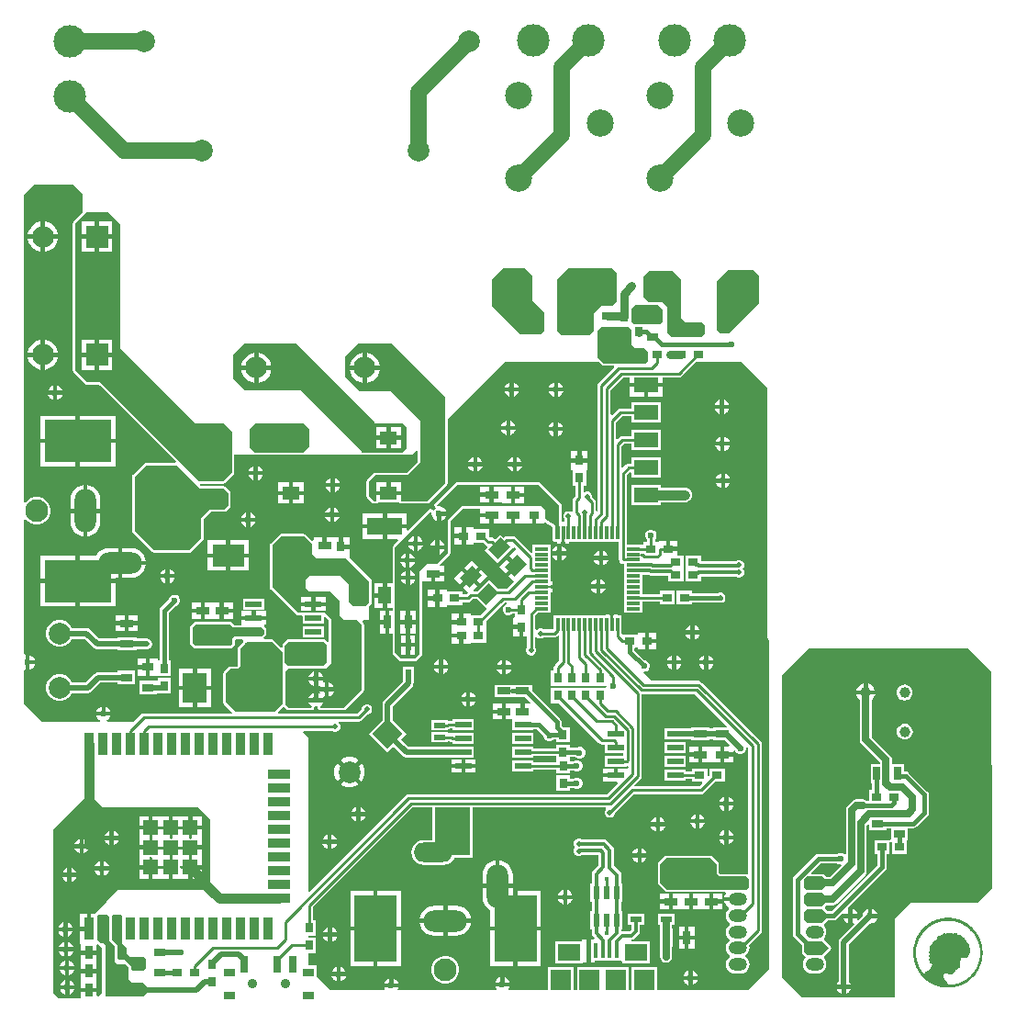
<source format=gtl>
G04*
G04 #@! TF.GenerationSoftware,Altium Limited,Altium Designer,22.6.1 (34)*
G04*
G04 Layer_Physical_Order=1*
G04 Layer_Color=255*
%FSLAX25Y25*%
%MOIN*%
G70*
G04*
G04 #@! TF.SameCoordinates,8414C9FA-97DA-49A9-B933-D5EF8910B524*
G04*
G04*
G04 #@! TF.FilePolarity,Positive*
G04*
G01*
G75*
%ADD18C,0.01000*%
%ADD60C,0.08268*%
%ADD62C,0.03937*%
%ADD66R,0.03800X0.03100*%
%ADD67R,0.04370X0.03150*%
%ADD68R,0.02756X0.05118*%
%ADD69R,0.05118X0.02756*%
%ADD70R,0.02323X0.04764*%
%ADD71R,0.04134X0.02165*%
%ADD72R,0.07480X0.07480*%
%ADD73R,0.08268X0.06299*%
%ADD74R,0.01575X0.05315*%
%ADD75R,0.03100X0.03800*%
%ADD76R,0.08858X0.05709*%
%ADD77R,0.04800X0.01200*%
%ADD78R,0.01200X0.04800*%
%ADD79R,0.05906X0.01968*%
G04:AMPARAMS|DCode=80|XSize=62.99mil|YSize=49.21mil|CornerRadius=0mil|HoleSize=0mil|Usage=FLASHONLY|Rotation=45.000|XOffset=0mil|YOffset=0mil|HoleType=Round|Shape=Rectangle|*
%AMROTATEDRECTD80*
4,1,4,-0.00487,-0.03967,-0.03967,-0.00487,0.00487,0.03967,0.03967,0.00487,-0.00487,-0.03967,0.0*
%
%ADD80ROTATEDRECTD80*%

%ADD81R,0.15354X0.24410*%
%ADD82R,0.12992X0.17323*%
%ADD83R,0.03937X0.01968*%
%ADD84R,0.02165X0.04134*%
%ADD85R,0.06102X0.04724*%
%ADD86R,0.06299X0.06299*%
%ADD87R,0.03937X0.03150*%
%ADD88R,0.02756X0.05906*%
%ADD89R,0.03543X0.07874*%
%ADD90R,0.07874X0.03543*%
%ADD91R,0.05236X0.05236*%
%ADD92R,0.05118X0.13386*%
%ADD93R,0.08500X0.10799*%
%ADD94R,0.24410X0.15354*%
%ADD95R,0.17323X0.12992*%
%ADD96R,0.12992X0.06299*%
%ADD97R,0.04724X0.06299*%
%ADD98R,0.11811X0.07874*%
%ADD99C,0.01100*%
%ADD100C,0.06000*%
%ADD101C,0.01470*%
%ADD102C,0.01500*%
%ADD103C,0.02000*%
%ADD104C,0.02500*%
%ADD105C,0.01180*%
%ADD106C,0.03000*%
%ADD107C,0.01200*%
%ADD108C,0.03500*%
%ADD109C,0.01098*%
%ADD110C,0.11811*%
%ADD111O,0.06693X0.04724*%
%ADD112C,0.09843*%
%ADD113O,0.14173X0.07087*%
%ADD114O,0.07874X0.15748*%
%ADD115O,0.15748X0.07874*%
%ADD116C,0.07874*%
%ADD117P,0.11136X4X270.0*%
%ADD118C,0.03543*%
%ADD119C,0.01181*%
%ADD120O,0.07087X0.14173*%
%ADD121R,0.07874X0.07874*%
%ADD122C,0.01968*%
%ADD123C,0.02362*%
%ADD124C,0.01772*%
G36*
X239961Y251969D02*
Y247835D01*
X238976Y246850D01*
X229528Y246850D01*
X228740Y247638D01*
Y252421D01*
X229939Y253740D01*
X238189D01*
X239961Y251969D01*
D02*
G37*
G36*
X275197Y264173D02*
Y254331D01*
X264567Y243701D01*
X264370Y243504D01*
X261024D01*
X259646Y244882D01*
Y262205D01*
X263779Y266339D01*
X273031D01*
X275197Y264173D01*
D02*
G37*
G36*
X192717Y264370D02*
Y255512D01*
X197244Y250984D01*
Y244291D01*
X196063Y243110D01*
X188583D01*
X178150Y253543D01*
Y263189D01*
X182087Y267126D01*
X189961D01*
X192717Y264370D01*
D02*
G37*
G36*
X223425Y265354D02*
Y254921D01*
X222047Y253543D01*
X218110D01*
X215158Y250591D01*
Y248228D01*
Y244488D01*
X213607Y242717D01*
X203346D01*
X201772Y244291D01*
X201772Y248425D01*
Y262992D01*
X205709Y266929D01*
X221850D01*
X223425Y265354D01*
D02*
G37*
G36*
X246654Y262992D02*
X246654Y249014D01*
X248227Y247441D01*
X254331D01*
X255512Y246260D01*
Y243307D01*
X254331Y242126D01*
X243307D01*
X241732Y243701D01*
Y252953D01*
X239961Y254724D01*
X235039D01*
X233071Y256693D01*
Y263976D01*
X235039Y265945D01*
X243701D01*
X246654Y262992D01*
D02*
G37*
G36*
X228740Y244882D02*
Y239370D01*
X230118Y237992D01*
X233465D01*
X234646Y236811D01*
Y233268D01*
X233858Y232480D01*
X218701D01*
X216535Y234646D01*
Y244488D01*
X217913Y245866D01*
X227756D01*
X228740Y244882D01*
D02*
G37*
G36*
X135827Y210827D02*
X145472Y210827D01*
X147047Y209252D01*
Y201772D01*
X145472Y200197D01*
X131102D01*
X108661Y222638D01*
X88583Y222638D01*
X84252Y226969D01*
Y235630D01*
X88189Y239567D01*
X107087D01*
X135827Y210827D01*
D02*
G37*
G36*
X111811Y208661D02*
Y202362D01*
X109646Y200197D01*
X92126D01*
X90158Y202165D01*
Y208661D01*
X92323Y210827D01*
X109646Y210827D01*
X111811Y208661D01*
D02*
G37*
G36*
X161024Y220276D02*
Y189173D01*
X154331Y182480D01*
X145102Y182480D01*
Y184683D01*
X140551D01*
X136000D01*
Y182480D01*
X135433D01*
X133465Y184449D01*
Y189764D01*
X135630Y191929D01*
X147441Y191929D01*
X151969Y196457D01*
Y211614D01*
X141142Y222441D01*
X129921Y222441D01*
X124606Y227756D01*
Y234842D01*
X129331Y239567D01*
X141732D01*
X161024Y220276D01*
D02*
G37*
G36*
X43110Y283071D02*
Y238189D01*
X70472Y210827D01*
X80709D01*
X83661Y207874D01*
Y192913D01*
X80512Y189764D01*
X71850D01*
X35827Y225787D01*
X30906D01*
X26772Y229921D01*
Y283268D01*
X30906Y287402D01*
X38780D01*
X43110Y283071D01*
D02*
G37*
G36*
X29474Y293935D02*
Y287267D01*
X26123Y283916D01*
X25924Y283619D01*
X25854Y283268D01*
Y229921D01*
X25924Y229570D01*
X26123Y229272D01*
X30257Y225138D01*
X30554Y224940D01*
X30906Y224870D01*
X35447D01*
X63426Y196890D01*
X63219Y196390D01*
X52362D01*
X52011Y196320D01*
X51713Y196121D01*
X47776Y192184D01*
X47577Y191887D01*
X47508Y191535D01*
X47508Y171850D01*
X47577Y171499D01*
X47776Y171202D01*
X54863Y164115D01*
X55161Y163916D01*
X55512Y163846D01*
X68307D01*
X68658Y163916D01*
X68956Y164115D01*
X73090Y168249D01*
X73289Y168546D01*
X73359Y168898D01*
Y175998D01*
X75971Y178610D01*
X80729D01*
X81080Y178680D01*
X81378Y178879D01*
X82932Y180433D01*
X83131Y180731D01*
X83201Y181082D01*
Y185433D01*
X83131Y185784D01*
X82932Y186082D01*
X81358Y187657D01*
X81060Y187856D01*
X80709Y187926D01*
X72427D01*
X72007Y188346D01*
X72214Y188846D01*
X80512D01*
X80863Y188916D01*
X81161Y189115D01*
X84310Y192264D01*
X84509Y192562D01*
X84579Y192913D01*
Y199447D01*
X91628D01*
X91775Y199349D01*
X92126Y199279D01*
X109646D01*
X109997Y199349D01*
X110143Y199447D01*
X130605D01*
X130751Y199349D01*
X131102Y199279D01*
X145472D01*
X145824Y199349D01*
X145970Y199447D01*
X149159D01*
X150589Y200877D01*
X151051Y200686D01*
Y196837D01*
X147061Y192847D01*
X135630Y192847D01*
X135279Y192777D01*
X134981Y192578D01*
X132816Y190413D01*
X132617Y190115D01*
X132547Y189764D01*
Y184449D01*
X132617Y184098D01*
X132816Y183800D01*
X134784Y181831D01*
X135082Y181632D01*
X135433Y181563D01*
X136000D01*
X136351Y181632D01*
X136649Y181831D01*
X136848Y182129D01*
X136856Y182171D01*
X144246D01*
X144255Y182129D01*
X144454Y181831D01*
X144751Y181632D01*
X145102Y181563D01*
X154331Y181563D01*
X154682Y181632D01*
X154980Y181831D01*
X161672Y188524D01*
X161871Y188822D01*
X161941Y189173D01*
Y212229D01*
X182623Y232911D01*
X216972D01*
X218052Y231831D01*
X218350Y231632D01*
X218701Y231563D01*
X222323D01*
X222514Y231101D01*
X216868Y225455D01*
X216547Y224975D01*
X216435Y224410D01*
Y178912D01*
X216298Y178820D01*
X215797Y179087D01*
Y182021D01*
X215797Y182021D01*
X215689Y182568D01*
X215379Y183031D01*
X215379Y183031D01*
X214483Y183928D01*
Y184430D01*
X214196Y185123D01*
X213666Y185652D01*
X212973Y185939D01*
X212224D01*
X211770Y185751D01*
X211270Y186045D01*
Y188145D01*
X212293D01*
X212293Y193745D01*
X212751Y193844D01*
X212893D01*
Y196494D01*
X206792D01*
Y193844D01*
X206934D01*
X207393Y193745D01*
X207393Y193344D01*
Y188145D01*
X208415D01*
Y184291D01*
X207849Y183724D01*
X207540Y183261D01*
X207431Y182715D01*
X207431Y182715D01*
Y178815D01*
X207145Y178659D01*
X206931Y178583D01*
X206280Y178853D01*
X205531D01*
X204838Y178566D01*
X204308Y178036D01*
X204021Y177343D01*
Y176594D01*
X204308Y175901D01*
X204427Y175782D01*
Y174963D01*
X203477D01*
Y180940D01*
X203407Y181291D01*
X203208Y181589D01*
X195696Y189101D01*
X195398Y189299D01*
X195047Y189369D01*
X165520D01*
X165169Y189299D01*
X164871Y189101D01*
X157466Y181696D01*
X157432Y181646D01*
X157387Y181606D01*
X157334Y181498D01*
X157267Y181398D01*
X157255Y181339D01*
X157229Y181284D01*
X157221Y181165D01*
X157197Y181047D01*
X157209Y180988D01*
X157205Y180927D01*
X157244Y180814D01*
X157267Y180696D01*
X157301Y180645D01*
X157320Y180588D01*
X157543Y180202D01*
X157618Y179937D01*
X157512Y179550D01*
X157496Y179534D01*
X157277Y179315D01*
X157261Y179299D01*
X156874Y179193D01*
X156609Y179268D01*
X156223Y179491D01*
X156166Y179510D01*
X156115Y179544D01*
X155998Y179567D01*
X155884Y179606D01*
X155824Y179602D01*
X155764Y179614D01*
X155646Y179590D01*
X155527Y179582D01*
X155472Y179556D01*
X155413Y179544D01*
X155313Y179477D01*
X155206Y179424D01*
X155166Y179378D01*
X155115Y179345D01*
X151879Y176109D01*
X147631Y171861D01*
X147169Y172052D01*
Y172675D01*
X139923D01*
Y168776D01*
X143893D01*
X144084Y168314D01*
X142264Y166494D01*
X142066Y166197D01*
X141996Y165845D01*
Y152878D01*
X139923D01*
Y148228D01*
Y143579D01*
X141996D01*
Y142642D01*
X140908D01*
Y138583D01*
Y134524D01*
X141996D01*
Y127559D01*
X142026Y127407D01*
X142048Y127253D01*
X142061Y127232D01*
X142066Y127208D01*
X142152Y127079D01*
X142231Y126945D01*
X144180Y124780D01*
X144200Y124765D01*
X144213Y124745D01*
X144343Y124659D01*
X144467Y124566D01*
X144491Y124559D01*
X144511Y124546D01*
X144664Y124516D01*
X144814Y124477D01*
X144838Y124481D01*
X144862Y124476D01*
X150197D01*
X150548Y124546D01*
X150846Y124745D01*
X152420Y126320D01*
X152619Y126617D01*
X152689Y126969D01*
X152689Y153224D01*
X155943D01*
Y156102D01*
X156693D01*
Y156852D01*
X160752D01*
Y158980D01*
X159213D01*
X159006Y159480D01*
X162657Y163131D01*
X162856Y163428D01*
X162926Y163779D01*
Y175210D01*
X167572Y179857D01*
X173894D01*
Y178112D01*
X177953D01*
Y177362D01*
X178703D01*
Y174484D01*
X181768D01*
Y174386D01*
X185077D01*
Y177264D01*
X186577D01*
Y174386D01*
X189886D01*
X189886Y174386D01*
X190103Y174312D01*
Y174312D01*
X190355Y174312D01*
X192754D01*
Y177362D01*
X194254D01*
Y174312D01*
X196904D01*
Y174454D01*
X196950Y174666D01*
X197404Y174832D01*
X200067Y173064D01*
Y168767D01*
X200136Y168416D01*
X200335Y168118D01*
X200468Y168029D01*
Y167763D01*
X201837D01*
Y167163D01*
X203187D01*
Y167763D01*
X203469D01*
Y171063D01*
X204405D01*
Y167763D01*
X204687D01*
Y167163D01*
X206037D01*
Y167763D01*
X224149D01*
Y161221D01*
X224262Y160655D01*
X224582Y160175D01*
X225062Y159855D01*
X225628Y159742D01*
X226228D01*
Y157752D01*
Y153815D01*
Y149878D01*
Y145941D01*
Y142004D01*
X232828D01*
Y146013D01*
X233390D01*
X233390Y146013D01*
X238932D01*
Y144991D01*
X244532D01*
Y149891D01*
X238932D01*
Y148868D01*
X233390D01*
X233390Y148868D01*
X233390Y148868D01*
X232828D01*
Y151847D01*
Y155773D01*
X234877D01*
X235145Y155594D01*
X235727Y155478D01*
X242081D01*
Y153259D01*
X247681D01*
Y157786D01*
Y162686D01*
X245526D01*
Y164408D01*
X242126D01*
Y165157D01*
X241376D01*
Y168208D01*
X238726D01*
Y168066D01*
X238626Y167607D01*
X237305D01*
Y168614D01*
X237591Y168900D01*
X237908Y169665D01*
Y170493D01*
X237591Y171258D01*
X237005Y171843D01*
X236240Y172160D01*
X235412D01*
X234647Y171843D01*
X234062Y171258D01*
X233745Y170493D01*
Y169665D01*
X234062Y168900D01*
X234348Y168614D01*
Y167607D01*
X233026D01*
Y167075D01*
X232828Y166657D01*
X227106D01*
Y191927D01*
X228226Y193047D01*
X228726Y192840D01*
Y190970D01*
X239384D01*
Y198479D01*
X228726D01*
Y196203D01*
X227813D01*
X227247Y196090D01*
X226767Y195770D01*
X225562Y194565D01*
X225100Y194756D01*
Y202312D01*
X226034Y203246D01*
X228726D01*
Y200970D01*
X239384D01*
Y208479D01*
X228726D01*
Y206203D01*
X225422D01*
X224856Y206090D01*
X224377Y205770D01*
X223594Y204987D01*
X223132Y205178D01*
Y211002D01*
X225376Y213246D01*
X228726D01*
Y210970D01*
X239384D01*
Y218479D01*
X228726D01*
Y216203D01*
X224764D01*
X224198Y216090D01*
X223718Y215770D01*
X221654Y213705D01*
X221192Y213896D01*
Y222813D01*
X225729Y227350D01*
X228126D01*
Y225474D01*
X234055D01*
X239984D01*
Y227350D01*
X245999D01*
X246565Y227463D01*
X247044Y227783D01*
X252172Y232911D01*
X268647D01*
X278100Y223458D01*
X278100Y133465D01*
X278209Y132918D01*
X278518Y132455D01*
X278888Y132208D01*
Y12837D01*
X271009Y4959D01*
X238105D01*
Y13351D01*
X228824D01*
Y4959D01*
X227672D01*
Y13351D01*
X218391D01*
Y13351D01*
X218223D01*
Y13351D01*
X208943D01*
Y4959D01*
X207790D01*
Y13351D01*
X198510D01*
Y4959D01*
X184207D01*
X184110Y5193D01*
X184046Y5459D01*
X184388Y6052D01*
X184465Y6337D01*
X179315D01*
X179391Y6052D01*
X179734Y5459D01*
X179670Y5193D01*
X179573Y4959D01*
X144207D01*
X143919Y5459D01*
X144034Y5658D01*
X144110Y5943D01*
X138961D01*
X139037Y5658D01*
X139152Y5459D01*
X138864Y4959D01*
X119451D01*
X114286Y10124D01*
Y13892D01*
X111363D01*
Y18460D01*
X114064D01*
Y24059D01*
X111363D01*
Y24759D01*
X114064D01*
Y30359D01*
X113093D01*
Y35214D01*
X149234Y71356D01*
X156384D01*
Y59501D01*
X153347D01*
X152187Y59349D01*
X151106Y58901D01*
X150177Y58189D01*
X149465Y57261D01*
X149018Y56180D01*
X148865Y55020D01*
X149018Y53860D01*
X149465Y52779D01*
X150177Y51851D01*
X151106Y51139D01*
X152187Y50691D01*
X153347Y50538D01*
X160433D01*
X161593Y50691D01*
X162674Y51139D01*
X163602Y51851D01*
X164314Y52779D01*
X164462Y53136D01*
X171176D01*
Y71356D01*
X219375D01*
X219582Y70856D01*
X219275Y70549D01*
X218988Y69857D01*
Y69107D01*
X219275Y68415D01*
X219805Y67885D01*
X220498Y67598D01*
X221247D01*
X221940Y67885D01*
X222470Y68415D01*
X222757Y69107D01*
Y69275D01*
X229562Y76081D01*
X253981D01*
X254547Y76193D01*
X255027Y76514D01*
X259134Y80621D01*
X262643D01*
Y85521D01*
X257043D01*
Y82889D01*
X256843Y82736D01*
X256343Y82982D01*
Y85521D01*
X250743D01*
Y84549D01*
X250643D01*
X250544Y84530D01*
X248538D01*
Y84935D01*
X240832D01*
Y81167D01*
X248538D01*
Y81573D01*
X250623D01*
X250743Y81087D01*
Y80621D01*
X254299D01*
X254490Y80159D01*
X253369Y79037D01*
X230012D01*
X229821Y79499D01*
X232008Y81686D01*
X232328Y82166D01*
X232441Y82731D01*
Y112471D01*
X251777D01*
X263476Y100771D01*
X263285Y100310D01*
X258352D01*
Y99969D01*
X257199D01*
Y100310D01*
X250281D01*
Y99969D01*
X248737D01*
X248638Y99988D01*
X244685D01*
X244419Y99935D01*
X240832D01*
Y96167D01*
X244419D01*
X244685Y96114D01*
X248558D01*
X248657Y96094D01*
X250281D01*
Y95754D01*
X257199D01*
Y96094D01*
X258352D01*
Y95754D01*
X262530D01*
X264393Y93891D01*
X264202Y93429D01*
X262561D01*
Y91301D01*
X265870D01*
Y91761D01*
X266332Y91952D01*
X266399Y91885D01*
X266543Y91538D01*
X267128Y90952D01*
X267893Y90635D01*
X268721D01*
X269486Y90952D01*
X270071Y91538D01*
X270388Y92303D01*
Y93130D01*
X270373Y93168D01*
X270796Y93451D01*
X271231Y93016D01*
Y47281D01*
X270731Y47038D01*
X270627Y47108D01*
X270276Y47177D01*
X268387D01*
X268307Y47188D01*
X266339D01*
X266259Y47177D01*
X261010Y47177D01*
X260563Y47624D01*
Y50787D01*
X260493Y51139D01*
X260295Y51436D01*
X258129Y53602D01*
X257832Y53800D01*
X257480Y53870D01*
X241535Y53870D01*
X241184Y53800D01*
X240887Y53602D01*
X238524Y51239D01*
X238326Y50942D01*
X238256Y50590D01*
Y44094D01*
X238326Y43743D01*
X238524Y43446D01*
X241083Y40887D01*
X241381Y40688D01*
X241732Y40618D01*
X262920Y40618D01*
X263141Y40169D01*
X262965Y39940D01*
X262576Y39000D01*
X262542Y38742D01*
X267323D01*
Y37242D01*
X262542D01*
X262576Y36984D01*
X262965Y36044D01*
X263584Y35238D01*
X264012Y34909D01*
Y34686D01*
X263947Y34329D01*
X263489Y33732D01*
X263160Y32938D01*
X263048Y32087D01*
X263160Y31235D01*
X263489Y30441D01*
X264012Y29760D01*
X264431Y29438D01*
Y28829D01*
X264012Y28508D01*
X263489Y27826D01*
X263160Y27033D01*
X263048Y26181D01*
X263160Y25330D01*
X263489Y24536D01*
X264012Y23855D01*
X264431Y23533D01*
Y22924D01*
X264012Y22602D01*
X263489Y21921D01*
X263160Y21127D01*
X263048Y20276D01*
X263160Y19424D01*
X263489Y18630D01*
X264012Y17949D01*
X264431Y17627D01*
Y17018D01*
X264012Y16697D01*
X263489Y16015D01*
X263160Y15222D01*
X263048Y14370D01*
X263160Y13519D01*
X263489Y12725D01*
X264012Y12043D01*
X264693Y11521D01*
X265487Y11192D01*
X266339Y11080D01*
X268307D01*
X269159Y11192D01*
X269952Y11521D01*
X270634Y12043D01*
X271157Y12725D01*
X271485Y13519D01*
X271597Y14370D01*
X271485Y15222D01*
X271157Y16015D01*
X270634Y16697D01*
X270215Y17018D01*
Y17627D01*
X270634Y17949D01*
X271157Y18630D01*
X271485Y19424D01*
X271597Y20276D01*
X271485Y21127D01*
X271416Y21294D01*
X275652Y25529D01*
X275972Y26009D01*
X276085Y26575D01*
Y94291D01*
X275972Y94857D01*
X275652Y95337D01*
X254193Y116795D01*
X253714Y117115D01*
X253148Y117228D01*
X235922D01*
X233085Y120064D01*
X233293Y120564D01*
X233679D01*
X234444Y120881D01*
X235030Y121466D01*
X235347Y122231D01*
Y123059D01*
X235030Y123824D01*
X234444Y124409D01*
X233679Y124726D01*
X233563D01*
X229880Y128410D01*
Y128938D01*
X230185Y129243D01*
X230949Y129243D01*
X231049Y128784D01*
Y128643D01*
X233699D01*
Y131693D01*
Y134743D01*
X231049D01*
Y134601D01*
X230949Y134143D01*
X230549Y134143D01*
X225558D01*
X225297Y134236D01*
X225122Y134549D01*
Y140898D01*
X223753D01*
Y141498D01*
X222404D01*
Y140899D01*
X222122D01*
Y137598D01*
X221185D01*
Y140899D01*
X220903D01*
Y141498D01*
X219553D01*
Y140898D01*
X209893D01*
X209842Y140909D01*
X209792Y140898D01*
X200468D01*
Y136389D01*
X200049Y135970D01*
X196813D01*
X196737Y136046D01*
X196044Y136333D01*
X195294D01*
X194602Y136046D01*
X194301Y135746D01*
X193801Y135953D01*
Y140951D01*
X194854Y142004D01*
X199363D01*
Y145941D01*
Y149278D01*
X199963D01*
Y150628D01*
X199363D01*
Y150910D01*
X196063D01*
Y151846D01*
X199363D01*
Y152128D01*
X199963D01*
Y153478D01*
X199363D01*
Y157752D01*
Y161689D01*
Y166657D01*
X192763D01*
Y163972D01*
X192263Y163765D01*
X186749Y169279D01*
X186269Y169599D01*
X185704Y169712D01*
X183565D01*
X183000Y169599D01*
X182520Y169279D01*
X182449Y169208D01*
X181118Y170539D01*
X179300Y168721D01*
X179230Y168791D01*
X178750Y169112D01*
X178184Y169225D01*
X177311D01*
X177013Y169523D01*
Y172332D01*
X171413Y172332D01*
X171313Y172791D01*
Y172932D01*
X168663D01*
Y169882D01*
X167913D01*
D01*
X168663D01*
Y166832D01*
X171313D01*
Y166973D01*
X171413Y167432D01*
X171813Y167432D01*
X174922D01*
X175775Y166579D01*
X176181Y166308D01*
X176349Y165769D01*
X175391Y164812D01*
X180144Y160059D01*
X185612Y165527D01*
X186280Y165566D01*
X186913Y164933D01*
X184485Y162505D01*
X187286Y159705D01*
X186756Y159175D01*
X187286Y158644D01*
X183998Y155356D01*
X185984Y153370D01*
X183454Y150840D01*
X180217D01*
X176943Y154114D01*
X172694Y149865D01*
X171452D01*
X171261Y150327D01*
X172601Y151668D01*
X170331Y153938D01*
X167573Y151181D01*
X169355Y149399D01*
X168679Y148723D01*
X167367D01*
Y149694D01*
X161767Y149694D01*
X161667Y150153D01*
Y150294D01*
X159017D01*
Y147244D01*
Y144194D01*
X161667D01*
Y144335D01*
X161767Y144794D01*
X162167Y144794D01*
X167367D01*
Y145766D01*
X169291D01*
X169857Y145878D01*
X170337Y146199D01*
X171047Y146909D01*
X172694D01*
X175937Y143666D01*
X176214Y143236D01*
X174010Y141033D01*
X170429Y141033D01*
X170329Y141491D01*
Y141633D01*
X167679D01*
Y138583D01*
X166929D01*
Y137833D01*
X163529D01*
Y136711D01*
X163529D01*
Y134411D01*
X166929D01*
Y133661D01*
X167679D01*
Y130611D01*
X170329D01*
Y130753D01*
X170429Y131211D01*
X170829Y131211D01*
X176029D01*
Y136111D01*
X176029D01*
X176029Y136133D01*
X176029D01*
X176029Y136611D01*
Y139014D01*
X182608Y145593D01*
X183305D01*
X183405Y145093D01*
X182876Y144875D01*
X182291Y144289D01*
X181974Y143524D01*
Y142696D01*
X182291Y141931D01*
X182876Y141346D01*
X183641Y141029D01*
X184469D01*
X185234Y141346D01*
X185520Y141632D01*
X186329D01*
Y140311D01*
X185871Y140211D01*
X185730D01*
Y137561D01*
X188779D01*
Y136811D01*
X189530D01*
Y133411D01*
X190844D01*
Y129533D01*
X190725Y129414D01*
X190439Y128721D01*
Y127972D01*
X190725Y127279D01*
X191255Y126749D01*
X191948Y126462D01*
X192698D01*
X193390Y126749D01*
X193920Y127279D01*
X194207Y127972D01*
Y128721D01*
X193920Y129414D01*
X193801Y129533D01*
Y132945D01*
X194301Y133152D01*
X194602Y132851D01*
X195294Y132565D01*
X196044D01*
X196737Y132851D01*
X196898Y133013D01*
X200661D01*
X201227Y133125D01*
X201707Y133446D01*
X202048Y133787D01*
X202510Y133595D01*
Y124607D01*
X200959Y123057D01*
X200650Y122593D01*
X200541Y122047D01*
X200541Y122047D01*
Y121107D01*
X199519D01*
Y115507D01*
X204418D01*
Y115507D01*
X204637D01*
Y115507D01*
X209537D01*
Y115507D01*
X209755D01*
Y115507D01*
X214655D01*
Y115507D01*
X214873D01*
Y115507D01*
X219773D01*
X219843Y115459D01*
Y115248D01*
X219363Y114807D01*
X214873D01*
X214873Y114807D01*
X214655D01*
Y114807D01*
X214373Y114807D01*
X209755D01*
X209755Y114807D01*
X209537D01*
Y114807D01*
X209255Y114807D01*
X204637D01*
X204637Y114807D01*
X204418D01*
Y114807D01*
X204137Y114807D01*
X199519D01*
Y109207D01*
X202328D01*
X216911Y94624D01*
X217390Y94303D01*
X217956Y94191D01*
X219179D01*
Y91167D01*
X225884D01*
Y89935D01*
X219179D01*
Y86167D01*
X226884D01*
Y86212D01*
X227256Y86392D01*
X227684Y86096D01*
Y85953D01*
X227484Y85535D01*
X223781D01*
Y83051D01*
X223031D01*
Y82301D01*
X218579D01*
Y80567D01*
X223508D01*
X223699Y80105D01*
X219707Y76113D01*
X147877D01*
X147311Y76000D01*
X146831Y75680D01*
X111825Y40674D01*
X111363Y40866D01*
Y96691D01*
X109404Y98650D01*
X109596Y99112D01*
X119877D01*
X119996Y98993D01*
X120688Y98706D01*
X121438D01*
X122130Y98993D01*
X122660Y99523D01*
X122947Y100216D01*
Y100965D01*
X122660Y101658D01*
X122360Y101959D01*
X122567Y102459D01*
X129724D01*
X130290Y102571D01*
X130770Y102892D01*
X132884Y105006D01*
X133052D01*
X133745Y105292D01*
X134275Y105822D01*
X134561Y106515D01*
Y107265D01*
X134275Y107957D01*
X133745Y108487D01*
X133052Y108774D01*
X132302D01*
X131610Y108487D01*
X131080Y107957D01*
X130793Y107265D01*
Y107096D01*
X129112Y105415D01*
X100673D01*
X100482Y105877D01*
X102559Y107954D01*
X103037Y107476D01*
Y107171D01*
X103342D01*
X103682Y106831D01*
X103980Y106632D01*
X104331Y106563D01*
X112581D01*
X112646Y106576D01*
X112712Y106572D01*
X112820Y106610D01*
X112932Y106632D01*
X112987Y106669D01*
X113049Y106691D01*
X113135Y106768D01*
X113230Y106831D01*
X113267Y106886D01*
X113316Y106930D01*
X113365Y107034D01*
X113429Y107129D01*
X113442Y107194D01*
X113470Y107253D01*
X113583Y107693D01*
X113744Y108115D01*
X114085Y108155D01*
X114261D01*
X114603Y108115D01*
X114764Y107693D01*
X114876Y107253D01*
X114905Y107194D01*
X114917Y107129D01*
X114981Y107034D01*
X115031Y106930D01*
X115080Y106886D01*
X115116Y106831D01*
X115212Y106768D01*
X115297Y106691D01*
X115359Y106669D01*
X115414Y106632D01*
X115527Y106610D01*
X115635Y106572D01*
X115701Y106576D01*
X115765Y106563D01*
X124016D01*
X124367Y106632D01*
X124665Y106831D01*
X131358Y113524D01*
X131556Y113822D01*
X131626Y114173D01*
Y137594D01*
X131556Y137945D01*
X131358Y138243D01*
X130960Y138641D01*
X130961Y138931D01*
X131419Y139385D01*
X133465Y139370D01*
Y144372D01*
X134113Y145020D01*
X134312Y145318D01*
X134382Y145669D01*
X134382Y153543D01*
X134312Y153894D01*
X134113Y154192D01*
X126260Y162045D01*
X126278Y162545D01*
X126278Y162545D01*
X126278Y162545D01*
Y165195D01*
X123228D01*
Y165945D01*
X122478D01*
Y169345D01*
X121382D01*
Y169413D01*
X118073D01*
Y166535D01*
X116573D01*
Y169413D01*
X113264D01*
Y168269D01*
X112764Y168061D01*
X110491Y170334D01*
X110194Y170533D01*
X109843Y170603D01*
X101575D01*
X101224Y170533D01*
X100926Y170334D01*
X97776Y167184D01*
X97577Y166887D01*
X97508Y166535D01*
X97508Y151181D01*
X97577Y150830D01*
X97776Y150532D01*
X106994Y141314D01*
X106995Y141314D01*
X106996Y141313D01*
X107145Y141214D01*
X107292Y141116D01*
X107293Y141115D01*
X107294Y141115D01*
X107470Y141080D01*
X107643Y141046D01*
X107644Y141046D01*
X107646Y141046D01*
X108982Y141050D01*
X109336Y140697D01*
Y138214D01*
X117042D01*
Y140406D01*
X117542Y140612D01*
X118767Y139376D01*
Y131663D01*
X118267Y131456D01*
X117578Y132145D01*
X117280Y132344D01*
X116929Y132414D01*
X104219D01*
X103868Y132344D01*
X103570Y132145D01*
X102238Y130813D01*
X102039Y130515D01*
X101970Y130164D01*
Y129509D01*
X101508Y129318D01*
X98680Y132145D01*
X98383Y132344D01*
X98032Y132414D01*
X95424D01*
X95342Y132529D01*
X95235Y132914D01*
X95925Y133603D01*
X96123Y133901D01*
X96193Y134252D01*
Y135827D01*
X96123Y136178D01*
X95925Y136476D01*
X95286Y137114D01*
X95493Y137614D01*
X95988D01*
Y139348D01*
X91536D01*
X87083D01*
X87083Y137614D01*
X86617Y137532D01*
X84632D01*
X83720Y138444D01*
X83422Y138643D01*
X83071Y138713D01*
X70472D01*
X70121Y138643D01*
X69824Y138444D01*
X68642Y137263D01*
X68444Y136965D01*
X68374Y136614D01*
X68374Y131102D01*
X68444Y130751D01*
X68642Y130454D01*
X69824Y129272D01*
X70121Y129074D01*
X70472Y129004D01*
X83071Y129004D01*
X83422Y129074D01*
X83720Y129272D01*
X84507Y130060D01*
X84706Y130358D01*
X84776Y130709D01*
X84776Y132150D01*
X85172Y132547D01*
X87559D01*
X87785Y132047D01*
X87729Y131983D01*
X87683D01*
Y131500D01*
X85965Y129783D01*
X85766Y129485D01*
X85697Y129134D01*
Y125993D01*
Y122821D01*
X85407Y122532D01*
X83031D01*
X82680Y122462D01*
X82383Y122263D01*
X80847Y120728D01*
X80648Y120430D01*
X80578Y120079D01*
Y109449D01*
X80648Y109098D01*
X80847Y108800D01*
X83770Y105877D01*
X83578Y105415D01*
X51608D01*
X51042Y105303D01*
X50563Y104982D01*
X47980Y102400D01*
X38320D01*
X38187Y102900D01*
X38654Y103170D01*
X39153Y103669D01*
X39506Y104280D01*
X39583Y104565D01*
X34433D01*
X34510Y104280D01*
X34863Y103669D01*
X35362Y103170D01*
X35829Y102900D01*
X35695Y102400D01*
X14710D01*
X8214Y108896D01*
Y121089D01*
X8699Y121427D01*
Y124016D01*
Y126605D01*
X8214Y126943D01*
Y175724D01*
X8308Y175750D01*
X8714Y175801D01*
X9606Y174909D01*
X10754Y174246D01*
X12034Y173903D01*
X13360D01*
X14640Y174246D01*
X15788Y174909D01*
X16725Y175846D01*
X17388Y176994D01*
X17731Y178274D01*
Y179600D01*
X17388Y180880D01*
X16725Y182028D01*
X15788Y182965D01*
X14640Y183628D01*
X13360Y183971D01*
X12034D01*
X10754Y183628D01*
X9606Y182965D01*
X8714Y182073D01*
X8308Y182125D01*
X8214Y182150D01*
Y293738D01*
X11757Y297282D01*
X26127D01*
X29474Y293935D01*
D02*
G37*
G36*
X202559Y180940D02*
Y174363D01*
X202437D01*
Y168767D01*
X200984D01*
Y173556D01*
X197441Y175909D01*
X197441Y179365D01*
X196032Y180775D01*
X167192D01*
X162008Y175591D01*
Y163779D01*
X157940Y159712D01*
X154559D01*
X151772Y156924D01*
X151772Y126969D01*
X150197Y125394D01*
X144862D01*
X142913Y127559D01*
Y165845D01*
X146444Y169376D01*
X146569D01*
Y169501D01*
X152528Y175460D01*
X155764Y178696D01*
X156212Y178437D01*
X156177Y178306D01*
Y177600D01*
X156360Y176918D01*
X156713Y176306D01*
X157212Y175807D01*
X157823Y175454D01*
X158108Y175378D01*
Y177953D01*
X158858D01*
Y178703D01*
X161433D01*
X161357Y178988D01*
X161004Y179599D01*
X160504Y180098D01*
X159893Y180451D01*
X159211Y180634D01*
X158505D01*
X158374Y180599D01*
X158115Y181047D01*
X165520Y188452D01*
X195047D01*
X202559Y180940D01*
D02*
G37*
G36*
X72047Y187008D02*
X80709D01*
X82284Y185433D01*
Y181082D01*
X80729Y179528D01*
X75590D01*
X72441Y176378D01*
Y168898D01*
X68307Y164764D01*
X55512D01*
X48425Y171850D01*
X48425Y191535D01*
X52362Y195473D01*
X63583D01*
X72047Y187008D01*
D02*
G37*
G36*
X112598Y166929D02*
Y163306D01*
X114093Y161811D01*
X125197D01*
X133465Y153543D01*
X133465Y145669D01*
X132283Y144488D01*
X127559D01*
X125984Y146063D01*
D01*
X125984Y146063D01*
X125984Y152362D01*
X122835Y155512D01*
X111811D01*
X110284Y153985D01*
Y151133D01*
X111811Y149606D01*
X119291D01*
X122835Y146063D01*
Y140948D01*
X124334Y139437D01*
X128913Y139403D01*
X128913Y139390D01*
X128913D01*
X130709Y137594D01*
Y114173D01*
X124016Y107480D01*
X115765D01*
X115638Y107980D01*
X116085Y108324D01*
X116515Y108884D01*
X116765Y109486D01*
X111582D01*
X111831Y108884D01*
X112261Y108324D01*
X112709Y107980D01*
X112581Y107480D01*
X104331D01*
X103150Y108661D01*
Y120866D01*
X103937Y121653D01*
X117717D01*
X119685Y123622D01*
Y139754D01*
X117476Y141981D01*
X116533Y141989D01*
X114345Y141983D01*
X109336D01*
Y141968D01*
X107643Y141963D01*
X98425Y151181D01*
X98425Y166535D01*
X101575Y169685D01*
X109843D01*
X112598Y166929D01*
D02*
G37*
G36*
X84252Y136614D02*
X94488D01*
X95276Y135827D01*
Y134252D01*
X94488Y133465D01*
X84646Y133465D01*
X83858Y132677D01*
X83858Y130709D01*
X83071Y129921D01*
X70472Y129921D01*
X69291Y131102D01*
X69291Y136614D01*
X70472Y137795D01*
X83071D01*
X84252Y136614D01*
D02*
G37*
G36*
X118110Y130315D02*
Y124016D01*
X116929Y122835D01*
X103937D01*
X102887Y123884D01*
Y130164D01*
X104219Y131496D01*
X116929D01*
X118110Y130315D01*
D02*
G37*
G36*
X101969Y127559D02*
Y108661D01*
X99213Y105905D01*
X85039D01*
X81496Y109449D01*
Y120079D01*
X83031Y121614D01*
X85787D01*
X86614Y122441D01*
Y125993D01*
Y129134D01*
X88976Y131496D01*
X98032D01*
X101969Y127559D01*
D02*
G37*
G36*
X259646Y50787D02*
Y47244D01*
X260630Y46260D01*
X270276Y46260D01*
X271260Y45276D01*
Y42520D01*
X270276Y41535D01*
X241732Y41535D01*
X239173Y44094D01*
Y50590D01*
X241535Y52953D01*
X257480Y52953D01*
X259646Y50787D01*
D02*
G37*
G36*
X43898Y31890D02*
Y22047D01*
X45472Y20472D01*
Y18307D01*
X46850Y16929D01*
X51772D01*
X52559Y16142D01*
Y12992D01*
X51772Y12205D01*
X47835D01*
X47244Y12795D01*
X47244Y13583D01*
X44685Y16142D01*
X42717Y16142D01*
X42087Y16772D01*
Y21299D01*
X39961Y23425D01*
Y31693D01*
X40551Y32283D01*
X43504D01*
X43898Y31890D01*
D02*
G37*
G36*
X344611Y31252D02*
X345077D01*
X345124Y31205D01*
X345451D01*
X345497Y31158D01*
X345754D01*
X345800Y31111D01*
X346104D01*
X346174Y31040D01*
X346430D01*
X346500Y30970D01*
X346734D01*
X346804Y30899D01*
X346874D01*
X346944Y30828D01*
X347130D01*
X347154Y30805D01*
X347364D01*
X347457Y30711D01*
X347574D01*
X347620Y30664D01*
X347760D01*
X347854Y30570D01*
X347970D01*
X348040Y30499D01*
X348203D01*
X348297Y30405D01*
X348437D01*
X348553Y30287D01*
X348717D01*
X348810Y30193D01*
X348880D01*
X348973Y30099D01*
X349113D01*
X349207Y30005D01*
X349300D01*
X349417Y29887D01*
X349510D01*
X349580Y29817D01*
X349650D01*
X349743Y29722D01*
X349837D01*
X349953Y29605D01*
X350023D01*
X350093Y29534D01*
X350163D01*
X350257Y29440D01*
X350280D01*
X350327Y29393D01*
X350373D01*
X350443Y29322D01*
X350490D01*
X350560Y29252D01*
Y29252D01*
X350607D01*
X350700Y29158D01*
X350723D01*
X350816Y29063D01*
X350863D01*
X350957Y28969D01*
X351003D01*
X351097Y28875D01*
X351143D01*
X351260Y28758D01*
X351283D01*
X351400Y28640D01*
X351423D01*
X351493Y28569D01*
X351540D01*
X351657Y28452D01*
Y28451D01*
X351773Y28334D01*
X351820D01*
X351983Y28169D01*
Y28169D01*
X352006D01*
X352100Y28075D01*
X352100D01*
X352286Y27887D01*
X352310D01*
X352893Y27298D01*
Y27251D01*
X353290Y26851D01*
X353290D01*
Y26804D01*
X353500Y26592D01*
Y26569D01*
X353686Y26381D01*
Y26333D01*
X353756Y26263D01*
Y26239D01*
X353896Y26098D01*
Y26028D01*
X354013Y25910D01*
X354013D01*
Y25886D01*
X354106Y25792D01*
Y25745D01*
X354176Y25675D01*
Y25627D01*
X354293Y25510D01*
Y25463D01*
X354363Y25392D01*
Y25345D01*
X354433Y25274D01*
Y25227D01*
X354526Y25133D01*
Y25063D01*
X354643Y24945D01*
Y24874D01*
X354759Y24757D01*
Y24663D01*
X354876Y24545D01*
Y24427D01*
X354946Y24356D01*
Y24262D01*
X355016Y24192D01*
Y24168D01*
X355039Y24145D01*
Y24074D01*
X355133Y23980D01*
Y23909D01*
X355203Y23839D01*
Y23745D01*
X355273Y23674D01*
Y23556D01*
X355343Y23486D01*
Y23368D01*
X355436Y23274D01*
Y23156D01*
X355506Y23086D01*
Y22968D01*
X355553Y22921D01*
Y22827D01*
X355623Y22756D01*
Y22615D01*
X355716Y22521D01*
Y22333D01*
X355786Y22262D01*
Y22144D01*
X355809Y22121D01*
Y22003D01*
X355879Y21933D01*
Y21815D01*
X355903Y21791D01*
Y21650D01*
X355949Y21603D01*
Y21509D01*
X355996Y21462D01*
Y21321D01*
X356043Y21273D01*
Y21085D01*
X356066Y21062D01*
Y20944D01*
X356113Y20897D01*
Y20709D01*
X356136Y20685D01*
Y20520D01*
X356159Y20497D01*
Y20285D01*
X356183Y20261D01*
Y20120D01*
X356229Y20073D01*
Y19908D01*
X356253Y19885D01*
Y19508D01*
X356276Y19485D01*
Y18991D01*
X356299Y18967D01*
Y17743D01*
X356229Y17673D01*
Y17202D01*
X356183Y17155D01*
Y16826D01*
X356159Y16802D01*
Y16543D01*
X356113Y16496D01*
Y16308D01*
X356043Y16237D01*
Y16025D01*
X356019Y16002D01*
Y15837D01*
X355973Y15790D01*
Y15602D01*
X355903Y15531D01*
Y15413D01*
X355856Y15366D01*
Y15202D01*
X355809Y15155D01*
Y15037D01*
X355763Y14990D01*
Y14919D01*
X355763D01*
X355693Y14849D01*
Y14590D01*
X355623Y14519D01*
Y14448D01*
X355576Y14401D01*
Y14307D01*
X355553Y14284D01*
Y14237D01*
X355506Y14190D01*
Y14096D01*
X355413Y14001D01*
Y13884D01*
X355343Y13813D01*
Y13672D01*
X355249Y13578D01*
Y13460D01*
X355133Y13342D01*
Y13225D01*
X355039Y13131D01*
Y13060D01*
X354993Y13013D01*
Y12919D01*
X354899Y12825D01*
Y12731D01*
X354783Y12613D01*
Y12519D01*
X354643Y12377D01*
Y12260D01*
X354526Y12142D01*
Y12095D01*
X354410Y11977D01*
Y11883D01*
X354316Y11789D01*
Y11718D01*
X354153Y11554D01*
Y11483D01*
X354013Y11342D01*
Y11295D01*
X354013D01*
X353920Y11201D01*
Y11154D01*
X353756Y10989D01*
Y10895D01*
X353616Y10754D01*
Y10730D01*
X353406Y10518D01*
X353406D01*
Y10495D01*
X353266Y10353D01*
Y10330D01*
X353056Y10118D01*
X352928Y9965D01*
X352800Y9836D01*
X352407Y9553D01*
X352263Y9553D01*
X352157Y9212D01*
X352055Y9084D01*
X352030Y9059D01*
X352006D01*
X351890Y8941D01*
Y8941D01*
X351866D01*
X351703Y8777D01*
X351657D01*
X351493Y8612D01*
X351470D01*
X351307Y8447D01*
X351237D01*
X351050Y8259D01*
X350980D01*
X350887Y8165D01*
X350817D01*
X350677Y8024D01*
X350630D01*
X350490Y7882D01*
X350443D01*
X350327Y7765D01*
X350233D01*
X350093Y7624D01*
X350000D01*
X349883Y7506D01*
X349767D01*
X349627Y7365D01*
X349487D01*
X349300Y7176D01*
X349207D01*
X349160Y7129D01*
X349043D01*
X348927Y7012D01*
X348763D01*
X348600Y6847D01*
X348437D01*
X348343Y6753D01*
X348087D01*
X347947Y6611D01*
X347784D01*
X347690Y6517D01*
X347480D01*
X347410Y6447D01*
X347247D01*
X347130Y6329D01*
X346897D01*
X346827Y6259D01*
X346524D01*
X346430Y6164D01*
X346080D01*
X345987Y6070D01*
X345661D01*
X345614Y6023D01*
X345474D01*
X345427Y5976D01*
X344891D01*
X344867Y5953D01*
X344611D01*
X344564Y5906D01*
X342838D01*
X342791Y5953D01*
X342324D01*
X342254Y6023D01*
X341788D01*
X341718Y6094D01*
X341298D01*
X341228Y6164D01*
X340878D01*
X340761Y6282D01*
X340481D01*
X340388Y6376D01*
X340225D01*
X340201Y6400D01*
X340085D01*
X340015Y6470D01*
X339898D01*
X339805Y6565D01*
X339548D01*
X339431Y6682D01*
X339291D01*
X339221Y6753D01*
X339058D01*
X338965Y6847D01*
X338848D01*
X338731Y6965D01*
X338568D01*
X338405Y7129D01*
X338312D01*
X338242Y7200D01*
X338078D01*
X337938Y7341D01*
X337798D01*
X337635Y7506D01*
X337495D01*
X337332Y7671D01*
X337238D01*
X337122Y7788D01*
X337052D01*
X336888Y7953D01*
X336818D01*
X336655Y8118D01*
X336538D01*
X336422Y8235D01*
Y8235D01*
X336398D01*
X336235Y8400D01*
X336188D01*
Y8400D01*
X336048Y8541D01*
X335979D01*
X335792Y8730D01*
X335745D01*
X335512Y8965D01*
X335489D01*
Y8965D01*
X335325Y9130D01*
X335302D01*
X334975Y9459D01*
X334952D01*
X334695Y9718D01*
Y9718D01*
X334695D01*
X334345Y10071D01*
Y10118D01*
X334252Y10212D01*
X333995Y10518D01*
Y10542D01*
X333762Y10777D01*
Y10824D01*
X333599Y10989D01*
Y11060D01*
X333435Y11224D01*
Y11271D01*
X333295Y11413D01*
Y11507D01*
X333109Y11695D01*
Y11813D01*
X332922Y12001D01*
Y12095D01*
X332759Y12260D01*
Y12331D01*
X332665Y12425D01*
Y12472D01*
X332619Y12519D01*
Y12589D01*
X332572Y12636D01*
Y12683D01*
X332502Y12754D01*
Y12825D01*
X332455Y12872D01*
Y12919D01*
X332385Y12989D01*
Y13036D01*
X332362Y13060D01*
Y13107D01*
X332315Y13154D01*
Y13201D01*
X332246Y13272D01*
Y13366D01*
X332176Y13437D01*
Y13531D01*
X332059Y13648D01*
Y13813D01*
X331966Y13907D01*
Y14048D01*
X331896Y14119D01*
Y14237D01*
X331826Y14307D01*
Y14401D01*
X331779Y14449D01*
Y14519D01*
X331756Y14543D01*
Y14590D01*
X331709Y14637D01*
Y14802D01*
X331662Y14849D01*
Y14919D01*
X331592Y14990D01*
Y15108D01*
X331569Y15131D01*
Y15225D01*
X331522Y15272D01*
Y15343D01*
X331499Y15366D01*
Y15555D01*
X331429Y15625D01*
Y15790D01*
X331406Y15813D01*
Y15931D01*
X331359Y15978D01*
Y16119D01*
X331336Y16143D01*
Y16308D01*
X331289Y16355D01*
Y16473D01*
X331266Y16496D01*
Y16637D01*
X331242Y16661D01*
Y16779D01*
X331219Y16802D01*
Y16826D01*
X331196Y16849D01*
Y17131D01*
X331172Y17155D01*
Y17367D01*
X331149Y17390D01*
Y17696D01*
X331102Y17743D01*
Y19461D01*
X331149Y19508D01*
Y19979D01*
X331196Y20026D01*
Y20356D01*
X331242Y20403D01*
Y20662D01*
X331289Y20709D01*
Y21015D01*
X331382Y21109D01*
Y21415D01*
X331429Y21462D01*
Y21626D01*
X331499Y21697D01*
Y21862D01*
X331592Y21956D01*
Y22144D01*
X331639Y22191D01*
Y22356D01*
X331709Y22427D01*
Y22568D01*
X331756Y22615D01*
Y22733D01*
X331826Y22803D01*
Y22850D01*
X331896Y22921D01*
Y23133D01*
X332012Y23250D01*
Y23415D01*
X332082Y23486D01*
Y23556D01*
X332152Y23627D01*
Y23721D01*
X332199Y23768D01*
Y23815D01*
X332246Y23862D01*
Y23956D01*
X332339Y24051D01*
Y24145D01*
X332432Y24239D01*
Y24309D01*
X332502Y24380D01*
Y24474D01*
X332572Y24545D01*
Y24592D01*
X332642Y24663D01*
Y24710D01*
X332712Y24780D01*
Y24851D01*
X332805Y24945D01*
Y25039D01*
X332992Y25227D01*
Y25321D01*
X333109Y25439D01*
Y25510D01*
X333202Y25604D01*
Y25651D01*
X333342Y25792D01*
Y25839D01*
X333389Y25886D01*
Y25910D01*
X333505Y26028D01*
Y26075D01*
X333505D01*
X333622Y26192D01*
Y26263D01*
X333785Y26428D01*
X333785D01*
Y26451D01*
X333902Y26569D01*
Y26592D01*
X334042Y26733D01*
Y26781D01*
X334205Y26945D01*
X334205D01*
Y26969D01*
X334392Y27157D01*
Y27181D01*
X334509Y27298D01*
Y27298D01*
X334509D01*
X334835Y27628D01*
Y27628D01*
X334835D01*
X335115Y27910D01*
X335139D01*
X335372Y28146D01*
X335395D01*
Y28146D01*
X335582Y28334D01*
X335605D01*
Y28334D01*
X335768Y28499D01*
X335815D01*
X335979Y28663D01*
X336025D01*
X336165Y28804D01*
X336235D01*
X336375Y28946D01*
X336422D01*
X336608Y29134D01*
X336678D01*
X336842Y29299D01*
X336912D01*
X337005Y29393D01*
X337075D01*
X337192Y29511D01*
X337285D01*
X337425Y29652D01*
X337542D01*
X337658Y29770D01*
X337752D01*
X337892Y29911D01*
X338008D01*
X338102Y30005D01*
X338195D01*
X338312Y30123D01*
X338405D01*
X338451Y30169D01*
X338615D01*
X338755Y30311D01*
X338848D01*
X338918Y30381D01*
X339011D01*
X339058Y30428D01*
X339245D01*
X339385Y30570D01*
X339641D01*
X339781Y30711D01*
X339991D01*
X340061Y30781D01*
X340225D01*
X340318Y30876D01*
X340575D01*
X340645Y30946D01*
X340785D01*
X340855Y31017D01*
X341111D01*
X341158Y31064D01*
X341344D01*
X341391Y31111D01*
X341601D01*
X341648Y31158D01*
X341904D01*
X341951Y31205D01*
X342278D01*
X342324Y31252D01*
X342534D01*
X342558Y31276D01*
X343211D01*
X343234Y31299D01*
X344564D01*
X344611Y31252D01*
D02*
G37*
G36*
X36811Y71260D02*
X71457D01*
X75787Y66929D01*
Y43504D01*
X73819Y41535D01*
X53150Y41535D01*
X41929D01*
X34055Y32874D01*
Y32730D01*
X32581D01*
Y27293D01*
X31831D01*
Y26543D01*
X28559D01*
Y21856D01*
X28815D01*
Y19352D01*
X34571D01*
Y21415D01*
X35071Y21622D01*
X36417Y20276D01*
Y4134D01*
X35033Y2749D01*
X34571Y2941D01*
Y4368D01*
X28815D01*
Y2165D01*
X20866D01*
X18898Y4134D01*
Y63386D01*
X26772Y71260D01*
X26772D01*
X30118Y74606D01*
X31890D01*
X33268Y74803D01*
X36811Y71260D01*
D02*
G37*
G36*
X38976Y31693D02*
Y23031D01*
X41142Y20866D01*
Y15354D01*
X42126Y14370D01*
X45079D01*
X46063Y13386D01*
X46063Y9055D01*
X47441Y7677D01*
X51378D01*
X53543Y5512D01*
Y4724D01*
X51378Y2559D01*
X37795Y2559D01*
Y21457D01*
X37205Y22047D01*
X36024D01*
X34646Y23425D01*
Y31693D01*
X35236Y32283D01*
X38386D01*
X38976Y31693D01*
D02*
G37*
G36*
X359449Y120866D02*
X359841Y53543D01*
X359646Y53347D01*
X359646D01*
Y42126D01*
X359842Y41929D01*
X354528Y36614D01*
X329921D01*
X324410Y31102D01*
Y2362D01*
X290563D01*
X283268Y9657D01*
Y119280D01*
X293122Y129134D01*
X351181D01*
X359449Y120866D01*
D02*
G37*
%LPC*%
G36*
X93270Y236291D02*
Y231656D01*
X97905D01*
X97817Y232325D01*
X97269Y233647D01*
X96397Y234783D01*
X95262Y235655D01*
X93939Y236203D01*
X93270Y236291D01*
D02*
G37*
G36*
X91770D02*
X91100Y236203D01*
X89778Y235655D01*
X88642Y234783D01*
X87770Y233647D01*
X87223Y232325D01*
X87134Y231656D01*
X91770D01*
Y236291D01*
D02*
G37*
G36*
X97905Y230155D02*
X93270D01*
Y225520D01*
X93939Y225608D01*
X95262Y226156D01*
X96397Y227028D01*
X97269Y228164D01*
X97817Y229486D01*
X97905Y230155D01*
D02*
G37*
G36*
X91770D02*
X87134D01*
X87223Y229486D01*
X87770Y228164D01*
X88642Y227028D01*
X89778Y226156D01*
X91100Y225608D01*
X91770Y225520D01*
Y230155D01*
D02*
G37*
G36*
X145102Y209374D02*
X141301D01*
Y206262D01*
X145102D01*
Y209374D01*
D02*
G37*
G36*
X139801D02*
X136000D01*
Y206262D01*
X139801D01*
Y209374D01*
D02*
G37*
G36*
X145102Y204762D02*
X141301D01*
Y201650D01*
X145102D01*
Y204762D01*
D02*
G37*
G36*
X139801D02*
X136000D01*
Y201650D01*
X139801D01*
Y204762D01*
D02*
G37*
G36*
X132640Y236291D02*
Y231656D01*
X137275D01*
X137187Y232325D01*
X136639Y233647D01*
X135767Y234783D01*
X134632Y235655D01*
X133309Y236203D01*
X132640Y236291D01*
D02*
G37*
G36*
X131140D02*
X130470Y236203D01*
X129148Y235655D01*
X128012Y234783D01*
X127141Y233647D01*
X126593Y232325D01*
X126505Y231656D01*
X131140D01*
Y236291D01*
D02*
G37*
G36*
X137275Y230155D02*
X132640D01*
Y225520D01*
X133309Y225608D01*
X134632Y226156D01*
X135767Y227028D01*
X136639Y228164D01*
X137187Y229486D01*
X137275Y230155D01*
D02*
G37*
G36*
X131140D02*
X126505D01*
X126593Y229486D01*
X127141Y228164D01*
X128012Y227028D01*
X129148Y226156D01*
X130470Y225608D01*
X131140Y225520D01*
Y230155D01*
D02*
G37*
G36*
X145102Y189295D02*
X141301D01*
Y186183D01*
X145102D01*
Y189295D01*
D02*
G37*
G36*
X139801D02*
X136000D01*
Y186183D01*
X139801D01*
Y189295D01*
D02*
G37*
G36*
X40083Y283980D02*
X35396D01*
Y279293D01*
X40083D01*
Y283980D01*
D02*
G37*
G36*
X33896D02*
X29209D01*
Y279293D01*
X33896D01*
Y283980D01*
D02*
G37*
G36*
X40083Y277793D02*
X35396D01*
Y273106D01*
X40083D01*
Y277793D01*
D02*
G37*
G36*
X33896D02*
X29209D01*
Y273106D01*
X33896D01*
Y277793D01*
D02*
G37*
G36*
X40083Y241067D02*
X35396D01*
Y236380D01*
X40083D01*
Y241067D01*
D02*
G37*
G36*
X33896D02*
X29209D01*
Y236380D01*
X33896D01*
Y241067D01*
D02*
G37*
G36*
X40083Y234880D02*
X35396D01*
Y230193D01*
X40083D01*
Y234880D01*
D02*
G37*
G36*
X33896D02*
X29209D01*
Y230193D01*
X33896D01*
Y234880D01*
D02*
G37*
G36*
X15711Y283971D02*
Y279293D01*
X20389D01*
X20027Y280642D01*
X19311Y281882D01*
X18299Y282894D01*
X17059Y283610D01*
X15711Y283971D01*
D02*
G37*
G36*
X14211D02*
X12862Y283610D01*
X11622Y282894D01*
X10610Y281882D01*
X9894Y280642D01*
X9533Y279293D01*
X14211D01*
Y283971D01*
D02*
G37*
G36*
X20389Y277793D02*
X15711D01*
Y273115D01*
X17059Y273477D01*
X18299Y274193D01*
X19311Y275205D01*
X20027Y276445D01*
X20389Y277793D01*
D02*
G37*
G36*
X14211D02*
X9533D01*
X9894Y276445D01*
X10610Y275205D01*
X11622Y274193D01*
X12862Y273477D01*
X14211Y273115D01*
Y277793D01*
D02*
G37*
G36*
X15711Y241058D02*
Y236380D01*
X20389D01*
X20027Y237729D01*
X19311Y238968D01*
X18299Y239981D01*
X17059Y240696D01*
X15711Y241058D01*
D02*
G37*
G36*
X14211D02*
X12862Y240696D01*
X11622Y239981D01*
X10610Y238968D01*
X9894Y237729D01*
X9533Y236380D01*
X14211D01*
Y241058D01*
D02*
G37*
G36*
X20389Y234880D02*
X15711D01*
Y230202D01*
X17059Y230563D01*
X18299Y231279D01*
X19311Y232292D01*
X20027Y233531D01*
X20389Y234880D01*
D02*
G37*
G36*
X14211D02*
X9533D01*
X9894Y233531D01*
X10610Y232292D01*
X11622Y231279D01*
X12862Y230563D01*
X14211Y230202D01*
Y234880D01*
D02*
G37*
G36*
X202128Y225606D02*
Y223781D01*
X203953D01*
X203876Y224066D01*
X203523Y224678D01*
X203024Y225177D01*
X202413Y225530D01*
X202128Y225606D01*
D02*
G37*
G36*
X200628D02*
X200343Y225530D01*
X199732Y225177D01*
X199232Y224678D01*
X198880Y224066D01*
X198803Y223781D01*
X200628D01*
Y225606D01*
D02*
G37*
G36*
X185986D02*
Y223781D01*
X187811D01*
X187735Y224066D01*
X187382Y224678D01*
X186882Y225177D01*
X186271Y225530D01*
X185986Y225606D01*
D02*
G37*
G36*
X184486D02*
X184201Y225530D01*
X183590Y225177D01*
X183091Y224678D01*
X182738Y224066D01*
X182661Y223781D01*
X184486D01*
Y225606D01*
D02*
G37*
G36*
X20238Y224425D02*
Y222600D01*
X22063D01*
X21987Y222885D01*
X21634Y223497D01*
X21134Y223996D01*
X20523Y224349D01*
X20238Y224425D01*
D02*
G37*
G36*
X18738D02*
X18453Y224349D01*
X17842Y223996D01*
X17343Y223497D01*
X16990Y222885D01*
X16914Y222600D01*
X18738D01*
Y224425D01*
D02*
G37*
G36*
X203953Y222282D02*
X202128D01*
Y220457D01*
X202413Y220533D01*
X203024Y220886D01*
X203523Y221385D01*
X203876Y221997D01*
X203953Y222282D01*
D02*
G37*
G36*
X200628D02*
X198803D01*
X198880Y221997D01*
X199232Y221385D01*
X199732Y220886D01*
X200343Y220533D01*
X200628Y220457D01*
Y222282D01*
D02*
G37*
G36*
X187811D02*
X185986D01*
Y220457D01*
X186271Y220533D01*
X186882Y220886D01*
X187382Y221385D01*
X187735Y221997D01*
X187811Y222282D01*
D02*
G37*
G36*
X184486D02*
X182661D01*
X182738Y221997D01*
X183091Y221385D01*
X183590Y220886D01*
X184201Y220533D01*
X184486Y220457D01*
Y222282D01*
D02*
G37*
G36*
X239984Y223974D02*
X234805D01*
Y220370D01*
X239984D01*
Y223974D01*
D02*
G37*
G36*
X233305D02*
X228126D01*
Y220370D01*
X233305D01*
Y223974D01*
D02*
G37*
G36*
X22063Y221100D02*
X20238D01*
Y219276D01*
X20523Y219352D01*
X21134Y219705D01*
X21634Y220204D01*
X21987Y220815D01*
X22063Y221100D01*
D02*
G37*
G36*
X18738D02*
X16914D01*
X16990Y220815D01*
X17343Y220204D01*
X17842Y219705D01*
X18453Y219352D01*
X18738Y219276D01*
Y221100D01*
D02*
G37*
G36*
X262364Y219307D02*
Y217482D01*
X264189D01*
X264113Y217767D01*
X263760Y218378D01*
X263260Y218878D01*
X262649Y219231D01*
X262364Y219307D01*
D02*
G37*
G36*
X260864D02*
X260579Y219231D01*
X259968Y218878D01*
X259469Y218378D01*
X259116Y217767D01*
X259039Y217482D01*
X260864D01*
Y219307D01*
D02*
G37*
G36*
X264189Y215982D02*
X262364D01*
Y214158D01*
X262649Y214234D01*
X263260Y214587D01*
X263760Y215086D01*
X264113Y215697D01*
X264189Y215982D01*
D02*
G37*
G36*
X260864D02*
X259039D01*
X259116Y215697D01*
X259469Y215086D01*
X259968Y214587D01*
X260579Y214234D01*
X260864Y214158D01*
Y215982D01*
D02*
G37*
G36*
X184805Y211630D02*
Y209805D01*
X186630D01*
X186554Y210090D01*
X186200Y210701D01*
X185701Y211200D01*
X185090Y211554D01*
X184805Y211630D01*
D02*
G37*
G36*
X183305D02*
X183020Y211554D01*
X182409Y211200D01*
X181910Y210701D01*
X181557Y210090D01*
X181480Y209805D01*
X183305D01*
Y211630D01*
D02*
G37*
G36*
X201931Y211236D02*
Y209411D01*
X203756D01*
X203679Y209696D01*
X203327Y210308D01*
X202827Y210807D01*
X202216Y211160D01*
X201931Y211236D01*
D02*
G37*
G36*
X200431D02*
X200146Y211160D01*
X199535Y210807D01*
X199036Y210308D01*
X198683Y209696D01*
X198606Y209411D01*
X200431D01*
Y211236D01*
D02*
G37*
G36*
X186630Y208305D02*
X184805D01*
Y206480D01*
X185090Y206557D01*
X185701Y206910D01*
X186200Y207409D01*
X186554Y208020D01*
X186630Y208305D01*
D02*
G37*
G36*
X183305D02*
X181480D01*
X181557Y208020D01*
X181910Y207409D01*
X182409Y206910D01*
X183020Y206557D01*
X183305Y206480D01*
Y208305D01*
D02*
G37*
G36*
X203756Y207911D02*
X201931D01*
Y206087D01*
X202216Y206163D01*
X202827Y206516D01*
X203327Y207015D01*
X203679Y207627D01*
X203756Y207911D01*
D02*
G37*
G36*
X200431D02*
X198606D01*
X198683Y207627D01*
X199036Y207015D01*
X199535Y206516D01*
X200146Y206163D01*
X200431Y206087D01*
Y207911D01*
D02*
G37*
G36*
X41362Y213508D02*
X28407D01*
Y205081D01*
X41362D01*
Y213508D01*
D02*
G37*
G36*
X26908D02*
X13953D01*
Y205081D01*
X26908D01*
Y213508D01*
D02*
G37*
G36*
X262561Y205921D02*
Y204097D01*
X264386D01*
X264309Y204381D01*
X263956Y204993D01*
X263457Y205492D01*
X262846Y205845D01*
X262561Y205921D01*
D02*
G37*
G36*
X261061D02*
X260776Y205845D01*
X260165Y205492D01*
X259666Y204993D01*
X259313Y204381D01*
X259236Y204097D01*
X261061D01*
Y205921D01*
D02*
G37*
G36*
X264386Y202596D02*
X262561D01*
Y200772D01*
X262846Y200848D01*
X263457Y201201D01*
X263956Y201700D01*
X264309Y202312D01*
X264386Y202596D01*
D02*
G37*
G36*
X261061D02*
X259236D01*
X259313Y202312D01*
X259666Y201700D01*
X260165Y201201D01*
X260776Y200848D01*
X261061Y200772D01*
Y202596D01*
D02*
G37*
G36*
X212893Y200644D02*
X210593D01*
Y197994D01*
X212893D01*
Y200644D01*
D02*
G37*
G36*
X209092D02*
X206792D01*
Y197994D01*
X209092D01*
Y200644D01*
D02*
G37*
G36*
X187167Y198441D02*
Y196616D01*
X188992D01*
X188916Y196901D01*
X188563Y197512D01*
X188064Y198012D01*
X187452Y198364D01*
X187167Y198441D01*
D02*
G37*
G36*
X185667D02*
X185382Y198364D01*
X184771Y198012D01*
X184272Y197512D01*
X183919Y196901D01*
X183843Y196616D01*
X185667D01*
Y198441D01*
D02*
G37*
G36*
X172797D02*
Y196616D01*
X174622D01*
X174546Y196901D01*
X174193Y197512D01*
X173694Y198012D01*
X173082Y198364D01*
X172797Y198441D01*
D02*
G37*
G36*
X171297D02*
X171012Y198364D01*
X170401Y198012D01*
X169902Y197512D01*
X169549Y196901D01*
X169473Y196616D01*
X171297D01*
Y198441D01*
D02*
G37*
G36*
X41362Y203581D02*
X28407D01*
Y195154D01*
X41362D01*
Y203581D01*
D02*
G37*
G36*
X26908D02*
X13953D01*
Y195154D01*
X26908D01*
Y203581D01*
D02*
G37*
G36*
X93073Y195291D02*
Y193466D01*
X94898D01*
X94821Y193751D01*
X94468Y194363D01*
X93969Y194862D01*
X93358Y195215D01*
X93073Y195291D01*
D02*
G37*
G36*
X91573D02*
X91288Y195215D01*
X90677Y194862D01*
X90177Y194363D01*
X89824Y193751D01*
X89748Y193466D01*
X91573D01*
Y195291D01*
D02*
G37*
G36*
X188992Y195116D02*
X187167D01*
Y193291D01*
X187452Y193368D01*
X188064Y193721D01*
X188563Y194220D01*
X188916Y194831D01*
X188992Y195116D01*
D02*
G37*
G36*
X185667D02*
X183843D01*
X183919Y194831D01*
X184272Y194220D01*
X184771Y193721D01*
X185382Y193368D01*
X185667Y193291D01*
Y195116D01*
D02*
G37*
G36*
X174622D02*
X172797D01*
Y193291D01*
X173082Y193368D01*
X173694Y193721D01*
X174193Y194220D01*
X174546Y194831D01*
X174622Y195116D01*
D02*
G37*
G36*
X171297D02*
X169473D01*
X169549Y194831D01*
X169902Y194220D01*
X170401Y193721D01*
X171012Y193368D01*
X171297Y193291D01*
Y195116D01*
D02*
G37*
G36*
X262758Y192535D02*
Y190711D01*
X264583D01*
X264506Y190996D01*
X264153Y191607D01*
X263654Y192106D01*
X263043Y192459D01*
X262758Y192535D01*
D02*
G37*
G36*
X261258D02*
X260973Y192459D01*
X260362Y192106D01*
X259862Y191607D01*
X259509Y190996D01*
X259433Y190711D01*
X261258D01*
Y192535D01*
D02*
G37*
G36*
X94898Y191966D02*
X93073D01*
Y190142D01*
X93358Y190218D01*
X93969Y190571D01*
X94468Y191070D01*
X94821Y191682D01*
X94898Y191966D01*
D02*
G37*
G36*
X91573D02*
X89748D01*
X89824Y191682D01*
X90177Y191070D01*
X90677Y190571D01*
X91288Y190218D01*
X91573Y190142D01*
Y191966D01*
D02*
G37*
G36*
X121026Y190961D02*
Y189136D01*
X122850D01*
X122774Y189421D01*
X122421Y190032D01*
X121922Y190531D01*
X121310Y190884D01*
X121026Y190961D01*
D02*
G37*
G36*
X119526D02*
X119241Y190884D01*
X118629Y190531D01*
X118130Y190032D01*
X117777Y189421D01*
X117701Y189136D01*
X119526D01*
Y190961D01*
D02*
G37*
G36*
X264583Y189211D02*
X262758D01*
Y187386D01*
X263043Y187462D01*
X263654Y187815D01*
X264153Y188314D01*
X264506Y188926D01*
X264583Y189211D01*
D02*
G37*
G36*
X261258D02*
X259433D01*
X259509Y188926D01*
X259862Y188314D01*
X260362Y187815D01*
X260973Y187462D01*
X261258Y187386D01*
Y189211D01*
D02*
G37*
G36*
X109669Y189295D02*
X105868D01*
Y186183D01*
X109669D01*
Y189295D01*
D02*
G37*
G36*
X104368D02*
X100567D01*
Y186183D01*
X104368D01*
Y189295D01*
D02*
G37*
G36*
X122850Y187636D02*
X121026D01*
Y185811D01*
X121310Y185887D01*
X121922Y186240D01*
X122421Y186740D01*
X122774Y187351D01*
X122850Y187636D01*
D02*
G37*
G36*
X119526D02*
X117701D01*
X117777Y187351D01*
X118130Y186740D01*
X118629Y186240D01*
X119241Y185887D01*
X119526Y185811D01*
Y187636D01*
D02*
G37*
G36*
X109669Y184683D02*
X105868D01*
Y181571D01*
X109669D01*
Y184683D01*
D02*
G37*
G36*
X104368D02*
X100567D01*
Y181571D01*
X104368D01*
Y184683D01*
D02*
G37*
G36*
X239384Y188479D02*
X228726D01*
Y180970D01*
X239384D01*
Y182052D01*
X247913D01*
X248605Y182143D01*
X249250Y182410D01*
X249803Y182834D01*
X249921Y182952D01*
X250346Y183506D01*
X250613Y184151D01*
X250704Y184843D01*
X250613Y185534D01*
X250346Y186179D01*
X249921Y186732D01*
X249368Y187157D01*
X248723Y187424D01*
X248031Y187515D01*
X247340Y187424D01*
X247274Y187397D01*
X239384D01*
Y188479D01*
D02*
G37*
G36*
X31163Y188259D02*
Y179687D01*
X35897D01*
Y182874D01*
X35710Y184293D01*
X35163Y185616D01*
X34291Y186752D01*
X33155Y187623D01*
X31833Y188171D01*
X31163Y188259D01*
D02*
G37*
G36*
X29663D02*
X28994Y188171D01*
X27671Y187623D01*
X26536Y186752D01*
X25664Y185616D01*
X25116Y184293D01*
X24929Y182874D01*
Y179687D01*
X29663D01*
Y188259D01*
D02*
G37*
G36*
X120829Y180134D02*
Y178309D01*
X122653D01*
X122577Y178594D01*
X122224Y179205D01*
X121725Y179704D01*
X121114Y180057D01*
X120829Y180134D01*
D02*
G37*
G36*
X119329D02*
X119044Y180057D01*
X118432Y179704D01*
X117933Y179205D01*
X117580Y178594D01*
X117504Y178309D01*
X119329D01*
Y180134D01*
D02*
G37*
G36*
X90317Y178362D02*
Y176537D01*
X92142D01*
X92065Y176822D01*
X91712Y177434D01*
X91213Y177933D01*
X90602Y178286D01*
X90317Y178362D01*
D02*
G37*
G36*
X88817D02*
X88532Y178286D01*
X87921Y177933D01*
X87422Y177434D01*
X87068Y176822D01*
X86992Y176537D01*
X88817D01*
Y178362D01*
D02*
G37*
G36*
X122653Y176809D02*
X120829D01*
Y174984D01*
X121114Y175061D01*
X121725Y175414D01*
X122224Y175913D01*
X122577Y176524D01*
X122653Y176809D01*
D02*
G37*
G36*
X119329D02*
X117504D01*
X117580Y176524D01*
X117933Y175913D01*
X118432Y175414D01*
X119044Y175061D01*
X119329Y174984D01*
Y176809D01*
D02*
G37*
G36*
X177203Y176612D02*
X173894D01*
Y174484D01*
X177203D01*
Y176612D01*
D02*
G37*
G36*
X147169Y178075D02*
X139923D01*
Y174175D01*
X147169D01*
Y178075D01*
D02*
G37*
G36*
X138423D02*
X131177D01*
Y174175D01*
X138423D01*
Y178075D01*
D02*
G37*
G36*
X92142Y175037D02*
X90317D01*
Y173213D01*
X90602Y173289D01*
X91213Y173642D01*
X91712Y174141D01*
X92065Y174752D01*
X92142Y175037D01*
D02*
G37*
G36*
X88817D02*
X86992D01*
X87068Y174752D01*
X87422Y174141D01*
X87921Y173642D01*
X88532Y173289D01*
X88817Y173213D01*
Y175037D01*
D02*
G37*
G36*
X167163Y172932D02*
X164513D01*
Y170632D01*
X167163D01*
Y172932D01*
D02*
G37*
G36*
X35897Y178187D02*
X31163D01*
Y169615D01*
X31833Y169703D01*
X33155Y170251D01*
X34291Y171122D01*
X35163Y172258D01*
X35710Y173581D01*
X35897Y175000D01*
Y178187D01*
D02*
G37*
G36*
X29663D02*
X24929D01*
Y175000D01*
X25116Y173581D01*
X25664Y172258D01*
X26536Y171122D01*
X27671Y170251D01*
X28994Y169703D01*
X29663Y169615D01*
Y178187D01*
D02*
G37*
G36*
X138423Y172675D02*
X131177D01*
Y168776D01*
X138423D01*
Y172675D01*
D02*
G37*
G36*
X167163Y169132D02*
X164513D01*
Y166832D01*
X167163D01*
Y169132D01*
D02*
G37*
G36*
X126278Y169345D02*
X123978D01*
Y166695D01*
X126278D01*
Y169345D01*
D02*
G37*
G36*
X245526Y168208D02*
X242876D01*
Y165908D01*
X245526D01*
Y168208D01*
D02*
G37*
G36*
X203309Y166157D02*
Y164333D01*
X205134D01*
X205058Y164618D01*
X204704Y165229D01*
X204205Y165728D01*
X203594Y166081D01*
X203309Y166157D01*
D02*
G37*
G36*
X201809D02*
X201524Y166081D01*
X200913Y165728D01*
X200414Y165229D01*
X200061Y164618D01*
X199984Y164333D01*
X201809D01*
Y166157D01*
D02*
G37*
G36*
X89689Y168232D02*
X83034D01*
Y163545D01*
X89689D01*
Y168232D01*
D02*
G37*
G36*
X81533D02*
X74878D01*
Y163545D01*
X81533D01*
Y168232D01*
D02*
G37*
G36*
X218466Y164386D02*
Y162561D01*
X220291D01*
X220215Y162846D01*
X219862Y163457D01*
X219363Y163956D01*
X218751Y164309D01*
X218466Y164386D01*
D02*
G37*
G36*
X216967D02*
X216682Y164309D01*
X216070Y163956D01*
X215571Y163457D01*
X215218Y162846D01*
X215142Y162561D01*
X216967D01*
Y164386D01*
D02*
G37*
G36*
X205134Y162833D02*
X203309D01*
Y161008D01*
X203594Y161084D01*
X204205Y161437D01*
X204704Y161936D01*
X205058Y162548D01*
X205134Y162833D01*
D02*
G37*
G36*
X201809D02*
X199984D01*
X200061Y162548D01*
X200414Y161936D01*
X200913Y161437D01*
X201524Y161084D01*
X201809Y161008D01*
Y162833D01*
D02*
G37*
G36*
X46949Y165523D02*
X43762D01*
Y160789D01*
X52334D01*
X52246Y161459D01*
X51698Y162781D01*
X50827Y163917D01*
X49691Y164789D01*
X48368Y165336D01*
X46949Y165523D01*
D02*
G37*
G36*
X220291Y161061D02*
X218466D01*
Y159236D01*
X218751Y159313D01*
X219363Y159666D01*
X219862Y160165D01*
X220215Y160776D01*
X220291Y161061D01*
D02*
G37*
G36*
X216967D02*
X215142D01*
X215218Y160776D01*
X215571Y160165D01*
X216070Y159666D01*
X216682Y159313D01*
X216967Y159236D01*
Y161061D01*
D02*
G37*
G36*
X89689Y162045D02*
X83034D01*
Y157358D01*
X89689D01*
Y162045D01*
D02*
G37*
G36*
X81533D02*
X74878D01*
Y157358D01*
X81533D01*
Y162045D01*
D02*
G37*
G36*
X183425Y161445D02*
X180667Y158687D01*
X182938Y156417D01*
X185695Y159175D01*
X183425Y161445D01*
D02*
G37*
G36*
X60986Y157890D02*
Y156065D01*
X62811D01*
X62735Y156350D01*
X62382Y156961D01*
X61883Y157460D01*
X61271Y157813D01*
X60986Y157890D01*
D02*
G37*
G36*
X59486D02*
X59201Y157813D01*
X58590Y157460D01*
X58091Y156961D01*
X57738Y156350D01*
X57661Y156065D01*
X59486D01*
Y157890D01*
D02*
G37*
G36*
X170818Y161087D02*
X168061Y158330D01*
X170331Y156059D01*
X173088Y158817D01*
X170818Y161087D01*
D02*
G37*
G36*
X253981Y162686D02*
X248381D01*
Y157786D01*
Y153259D01*
X253981D01*
Y155071D01*
X258775D01*
X259050Y155016D01*
X266424D01*
X266444Y155012D01*
X266623D01*
X266649Y154986D01*
X267342Y154699D01*
X268091D01*
X268784Y154986D01*
X269314Y155516D01*
X269601Y156209D01*
Y156958D01*
X269314Y157651D01*
X269047Y157918D01*
X269314Y158185D01*
X269601Y158877D01*
Y159627D01*
X269314Y160319D01*
X268784Y160849D01*
X268091Y161136D01*
X267342D01*
X266649Y160849D01*
X266623Y160823D01*
X266444D01*
X266424Y160819D01*
X260294D01*
X260018Y160874D01*
X253981D01*
Y162686D01*
D02*
G37*
G36*
X52334Y159289D02*
X43762D01*
Y154555D01*
X46949D01*
X48368Y154742D01*
X49691Y155290D01*
X50827Y156162D01*
X51698Y157297D01*
X52246Y158620D01*
X52334Y159289D01*
D02*
G37*
G36*
X42262Y165523D02*
X39075D01*
X37655Y165336D01*
X36333Y164789D01*
X35197Y163917D01*
X34326Y162781D01*
X34300Y162721D01*
X28407D01*
Y154293D01*
X41362D01*
Y154555D01*
X42262D01*
Y160039D01*
Y165523D01*
D02*
G37*
G36*
X26908Y162721D02*
X13953D01*
Y154293D01*
X26908D01*
Y162721D01*
D02*
G37*
G36*
X160752Y155352D02*
X157443D01*
Y153224D01*
X160752D01*
Y155352D01*
D02*
G37*
G36*
X62811Y154565D02*
X60986D01*
Y152740D01*
X61271Y152817D01*
X61883Y153170D01*
X62382Y153669D01*
X62735Y154280D01*
X62811Y154565D01*
D02*
G37*
G36*
X59486D02*
X57661D01*
X57738Y154280D01*
X58091Y153669D01*
X58590Y153170D01*
X59201Y152817D01*
X59486Y152740D01*
Y154565D01*
D02*
G37*
G36*
X174149Y157756D02*
X171391Y154999D01*
X173662Y152728D01*
X176419Y155486D01*
X174149Y157756D01*
D02*
G37*
G36*
X217482Y154149D02*
Y152325D01*
X219307D01*
X219231Y152610D01*
X218878Y153221D01*
X218378Y153720D01*
X217767Y154073D01*
X217482Y154149D01*
D02*
G37*
G36*
X215982D02*
X215697Y154073D01*
X215086Y153720D01*
X214587Y153221D01*
X214234Y152610D01*
X214158Y152325D01*
X215982D01*
Y154149D01*
D02*
G37*
G36*
X167000Y157269D02*
X164242Y154511D01*
X166513Y152241D01*
X169270Y154999D01*
X167000Y157269D01*
D02*
G37*
G36*
X219307Y150825D02*
X217482D01*
Y149000D01*
X217767Y149076D01*
X218378Y149429D01*
X218878Y149929D01*
X219231Y150540D01*
X219307Y150825D01*
D02*
G37*
G36*
X215982D02*
X214158D01*
X214234Y150540D01*
X214587Y149929D01*
X215086Y149429D01*
X215697Y149076D01*
X215982Y149000D01*
Y150825D01*
D02*
G37*
G36*
X138423Y152878D02*
X135311D01*
Y148978D01*
X138423D01*
Y152878D01*
D02*
G37*
G36*
X157517Y150294D02*
X154867D01*
Y147994D01*
X157517D01*
Y150294D01*
D02*
G37*
G36*
X250832Y149891D02*
X245232D01*
Y144991D01*
X250832D01*
Y145759D01*
X260161D01*
X260649Y145557D01*
X261398D01*
X262091Y145844D01*
X262621Y146374D01*
X262908Y147066D01*
Y147816D01*
X262621Y148508D01*
X262091Y149038D01*
X261398Y149325D01*
X260649D01*
X260161Y149123D01*
X250832D01*
Y149891D01*
D02*
G37*
G36*
X41362Y152793D02*
X28407D01*
Y144366D01*
X41362D01*
Y152793D01*
D02*
G37*
G36*
X26908D02*
X13953D01*
Y144366D01*
X26908D01*
Y152793D01*
D02*
G37*
G36*
X157517Y146494D02*
X154867D01*
Y144194D01*
X157517D01*
Y146494D01*
D02*
G37*
G36*
X138423Y147478D02*
X135311D01*
Y143579D01*
X138423D01*
Y147478D01*
D02*
G37*
G36*
X83980Y145595D02*
X80671D01*
Y143467D01*
X83980D01*
Y145595D01*
D02*
G37*
G36*
X72281D02*
X68972D01*
Y143467D01*
X72281D01*
Y145595D01*
D02*
G37*
G36*
X95388Y146983D02*
X87683D01*
Y143214D01*
X95388D01*
Y146983D01*
D02*
G37*
G36*
X95988Y142583D02*
X92286D01*
Y140848D01*
X95988D01*
Y142583D01*
D02*
G37*
G36*
X90785D02*
X87083D01*
Y140848D01*
X90785D01*
Y142583D01*
D02*
G37*
G36*
X83980Y141967D02*
X80671D01*
Y139839D01*
X83980D01*
Y141967D01*
D02*
G37*
G36*
X79171Y145595D02*
X73782D01*
Y142717D01*
X73032D01*
D01*
X73782D01*
Y139839D01*
X79171D01*
Y142717D01*
Y145595D01*
D02*
G37*
G36*
X72281Y141967D02*
X68972D01*
Y139839D01*
X72281D01*
Y141967D01*
D02*
G37*
G36*
X139408Y142642D02*
X137279D01*
Y139333D01*
X139408D01*
Y142642D01*
D02*
G37*
G36*
X166179Y141633D02*
X163529D01*
Y139333D01*
X166179D01*
Y141633D01*
D02*
G37*
G36*
X49531Y141067D02*
X46222D01*
Y138939D01*
X49531D01*
Y141067D01*
D02*
G37*
G36*
X44722D02*
X41413D01*
Y138939D01*
X44722D01*
Y141067D01*
D02*
G37*
G36*
X251734Y137417D02*
Y135592D01*
X253559D01*
X253483Y135877D01*
X253130Y136489D01*
X252630Y136988D01*
X252019Y137341D01*
X251734Y137417D01*
D02*
G37*
G36*
X250234D02*
X249949Y137341D01*
X249338Y136988D01*
X248839Y136489D01*
X248486Y135877D01*
X248410Y135592D01*
X250234D01*
Y137417D01*
D02*
G37*
G36*
X49531Y137439D02*
X46222D01*
Y135311D01*
X49531D01*
Y137439D01*
D02*
G37*
G36*
X44722D02*
X41413D01*
Y135311D01*
X44722D01*
Y137439D01*
D02*
G37*
G36*
X139408Y137833D02*
X137279D01*
Y134524D01*
X139408D01*
Y137833D01*
D02*
G37*
G36*
X188030Y136061D02*
X185730D01*
Y133411D01*
X188030D01*
Y136061D01*
D02*
G37*
G36*
X117042Y136983D02*
X109336D01*
Y133214D01*
X117042D01*
Y136983D01*
D02*
G37*
G36*
X237849Y134743D02*
X235199D01*
Y132443D01*
X237849D01*
Y134743D01*
D02*
G37*
G36*
X253559Y134092D02*
X251734D01*
Y132268D01*
X252019Y132344D01*
X252630Y132697D01*
X253130Y133196D01*
X253483Y133808D01*
X253559Y134092D01*
D02*
G37*
G36*
X250234D02*
X248410D01*
X248486Y133808D01*
X248839Y133196D01*
X249338Y132697D01*
X249949Y132344D01*
X250234Y132268D01*
Y134092D01*
D02*
G37*
G36*
X166179Y132911D02*
X163529D01*
Y130611D01*
X166179D01*
Y132911D01*
D02*
G37*
G36*
X237849Y130943D02*
X235199D01*
Y128643D01*
X237849D01*
Y130943D01*
D02*
G37*
G36*
X21700Y139286D02*
X20426D01*
X19196Y138956D01*
X18093Y138319D01*
X17192Y137419D01*
X16556Y136316D01*
X16226Y135086D01*
Y133812D01*
X16556Y132582D01*
X17192Y131479D01*
X18093Y130578D01*
X19196Y129941D01*
X20426Y129612D01*
X21700D01*
X22930Y129941D01*
X24033Y130578D01*
X24934Y131479D01*
X25530Y132512D01*
X30103D01*
X33276Y129339D01*
X33904Y128919D01*
X34646Y128771D01*
X42013D01*
Y128431D01*
X48932D01*
Y128771D01*
X52756D01*
X53022Y128824D01*
X53131D01*
X53231Y128866D01*
X53497Y128919D01*
X53723Y129070D01*
X53823Y129111D01*
X53900Y129188D01*
X54126Y129339D01*
X54277Y129565D01*
X54353Y129641D01*
X54395Y129742D01*
X54546Y129967D01*
X54599Y130234D01*
X54640Y130334D01*
Y130442D01*
X54693Y130709D01*
X54640Y130975D01*
Y131084D01*
X54599Y131184D01*
X54546Y131450D01*
X54395Y131676D01*
X54353Y131776D01*
X54277Y131853D01*
X54126Y132079D01*
X53900Y132229D01*
X53823Y132306D01*
X53723Y132348D01*
X53497Y132498D01*
X53231Y132551D01*
X53131Y132593D01*
X53022D01*
X52756Y132646D01*
X48932D01*
Y132987D01*
X42013D01*
Y132646D01*
X35448D01*
X32275Y135819D01*
X31647Y136239D01*
X30906Y136386D01*
X25530D01*
X24934Y137419D01*
X24033Y138319D01*
X22930Y138956D01*
X21700Y139286D01*
D02*
G37*
G36*
X256656Y126591D02*
Y124766D01*
X258480D01*
X258404Y125051D01*
X258051Y125662D01*
X257552Y126161D01*
X256940Y126514D01*
X256656Y126591D01*
D02*
G37*
G36*
X255155D02*
X254871Y126514D01*
X254259Y126161D01*
X253760Y125662D01*
X253407Y125051D01*
X253331Y124766D01*
X255155D01*
Y126591D01*
D02*
G37*
G36*
X245041D02*
Y124766D01*
X246866D01*
X246790Y125051D01*
X246437Y125662D01*
X245938Y126161D01*
X245326Y126514D01*
X245041Y126591D01*
D02*
G37*
G36*
X243541D02*
X243256Y126514D01*
X242645Y126161D01*
X242146Y125662D01*
X241793Y125051D01*
X241717Y124766D01*
X243541D01*
Y126591D01*
D02*
G37*
G36*
X10199D02*
Y124766D01*
X12024D01*
X11947Y125051D01*
X11594Y125662D01*
X11095Y126161D01*
X10484Y126514D01*
X10199Y126591D01*
D02*
G37*
G36*
X63209Y148538D02*
X62381D01*
X61616Y148221D01*
X61031Y147635D01*
X60714Y146871D01*
Y146755D01*
X57866Y143906D01*
X57501Y143360D01*
X57373Y142717D01*
Y124651D01*
X56835D01*
Y125319D01*
X53900D01*
Y122244D01*
Y119169D01*
X56605D01*
Y119051D01*
X61505D01*
Y124651D01*
X60738D01*
Y142020D01*
X63093Y144376D01*
X63209D01*
X63974Y144692D01*
X64560Y145278D01*
X64876Y146043D01*
Y146871D01*
X64560Y147635D01*
X63974Y148221D01*
X63209Y148538D01*
D02*
G37*
G36*
X160396Y125016D02*
Y123191D01*
X162220D01*
X162144Y123476D01*
X161791Y124087D01*
X161292Y124586D01*
X160680Y124939D01*
X160396Y125016D01*
D02*
G37*
G36*
X158896D02*
X158611Y124939D01*
X157999Y124586D01*
X157500Y124087D01*
X157147Y123476D01*
X157071Y123191D01*
X158896D01*
Y125016D01*
D02*
G37*
G36*
X183230Y124819D02*
Y122994D01*
X185055D01*
X184979Y123279D01*
X184626Y123890D01*
X184126Y124390D01*
X183515Y124742D01*
X183230Y124819D01*
D02*
G37*
G36*
X181730D02*
X181445Y124742D01*
X180834Y124390D01*
X180335Y123890D01*
X179982Y123279D01*
X179906Y122994D01*
X181730D01*
Y124819D01*
D02*
G37*
G36*
X52400Y125319D02*
X49465D01*
Y122994D01*
X52400D01*
Y125319D01*
D02*
G37*
G36*
X258480Y123266D02*
X256656D01*
Y121441D01*
X256940Y121517D01*
X257552Y121870D01*
X258051Y122370D01*
X258404Y122981D01*
X258480Y123266D01*
D02*
G37*
G36*
X255155D02*
X253331D01*
X253407Y122981D01*
X253760Y122370D01*
X254259Y121870D01*
X254871Y121517D01*
X255155Y121441D01*
Y123266D01*
D02*
G37*
G36*
X246866D02*
X245041D01*
Y121441D01*
X245326Y121517D01*
X245938Y121870D01*
X246437Y122370D01*
X246790Y122981D01*
X246866Y123266D01*
D02*
G37*
G36*
X243541D02*
X241717D01*
X241793Y122981D01*
X242146Y122370D01*
X242645Y121870D01*
X243256Y121517D01*
X243541Y121441D01*
Y123266D01*
D02*
G37*
G36*
X12024D02*
X10199D01*
Y121441D01*
X10484Y121517D01*
X11095Y121870D01*
X11594Y122370D01*
X11947Y122981D01*
X12024Y123266D01*
D02*
G37*
G36*
X162220Y121691D02*
X160396D01*
Y119866D01*
X160680Y119943D01*
X161292Y120296D01*
X161791Y120795D01*
X162144Y121406D01*
X162220Y121691D01*
D02*
G37*
G36*
X158896D02*
X157071D01*
X157147Y121406D01*
X157500Y120795D01*
X157999Y120296D01*
X158611Y119943D01*
X158896Y119866D01*
Y121691D01*
D02*
G37*
G36*
X185055Y121494D02*
X183230D01*
Y119669D01*
X183515Y119746D01*
X184126Y120099D01*
X184626Y120598D01*
X184979Y121209D01*
X185055Y121494D01*
D02*
G37*
G36*
X181730D02*
X179906D01*
X179982Y121209D01*
X180335Y120598D01*
X180834Y120099D01*
X181445Y119746D01*
X181730Y119669D01*
Y121494D01*
D02*
G37*
G36*
X52400D02*
X49465D01*
Y119169D01*
X52400D01*
Y121494D01*
D02*
G37*
G36*
X48400Y120979D02*
X42230D01*
Y120441D01*
X35039D01*
X34298Y120294D01*
X33670Y119874D01*
X30497Y116701D01*
X25530D01*
X24934Y117734D01*
X24033Y118634D01*
X22930Y119271D01*
X21700Y119601D01*
X20426D01*
X19196Y119271D01*
X18093Y118634D01*
X17192Y117734D01*
X16556Y116631D01*
X16226Y115401D01*
Y114127D01*
X16556Y112897D01*
X17192Y111794D01*
X18093Y110893D01*
X19196Y110256D01*
X20426Y109927D01*
X21700D01*
X22930Y110256D01*
X24033Y110893D01*
X24934Y111794D01*
X25530Y112827D01*
X31299D01*
X32041Y112974D01*
X32669Y113394D01*
X35842Y116567D01*
X42230D01*
Y116029D01*
X48400D01*
Y120979D01*
D02*
G37*
G36*
X75986Y121663D02*
X70986D01*
Y115514D01*
X75986D01*
Y121663D01*
D02*
G37*
G36*
X69486D02*
X64486D01*
Y115514D01*
X69486D01*
Y121663D01*
D02*
G37*
G36*
X61505Y118351D02*
X56605D01*
Y117551D01*
X56235Y117239D01*
X50065D01*
Y112289D01*
X56235D01*
Y112438D01*
X56605Y112751D01*
X61505D01*
Y118351D01*
D02*
G37*
G36*
X170238Y113205D02*
Y111380D01*
X172063D01*
X171987Y111665D01*
X171634Y112276D01*
X171134Y112775D01*
X170523Y113128D01*
X170238Y113205D01*
D02*
G37*
G36*
X168738D02*
X168453Y113128D01*
X167842Y112775D01*
X167343Y112276D01*
X166990Y111665D01*
X166913Y111380D01*
X168738D01*
Y113205D01*
D02*
G37*
G36*
X172063Y109880D02*
X170238D01*
Y108055D01*
X170523Y108132D01*
X171134Y108484D01*
X171634Y108984D01*
X171987Y109595D01*
X172063Y109880D01*
D02*
G37*
G36*
X168738D02*
X166913D01*
X166990Y109595D01*
X167343Y108984D01*
X167842Y108484D01*
X168453Y108132D01*
X168738Y108055D01*
Y109880D01*
D02*
G37*
G36*
X75986Y114014D02*
X70986D01*
Y107864D01*
X75986D01*
Y114014D01*
D02*
G37*
G36*
X69486D02*
X64486D01*
Y107864D01*
X69486D01*
Y114014D01*
D02*
G37*
G36*
X181730Y108980D02*
X178421D01*
Y106852D01*
X181730D01*
Y108980D01*
D02*
G37*
G36*
X192632Y115861D02*
X179021D01*
Y111305D01*
X190253D01*
X192116Y109442D01*
X191924Y108980D01*
X189923D01*
Y106102D01*
X188423D01*
Y108980D01*
X183230D01*
Y106102D01*
Y103224D01*
X185517D01*
Y99513D01*
X193223D01*
Y99715D01*
X194406D01*
X196918Y97203D01*
Y97087D01*
X197234Y96322D01*
X197820Y95737D01*
X198585Y95420D01*
X199413D01*
X200178Y95737D01*
X200457Y96016D01*
X201470D01*
Y94898D01*
X206370D01*
Y100498D01*
X203849D01*
X203345Y101003D01*
Y102274D01*
X203345Y102274D01*
X203217Y102918D01*
X202853Y103464D01*
X192632Y113684D01*
Y115861D01*
D02*
G37*
G36*
X37758Y107890D02*
Y106065D01*
X39583D01*
X39506Y106350D01*
X39153Y106961D01*
X38654Y107460D01*
X38043Y107813D01*
X37758Y107890D01*
D02*
G37*
G36*
X36258D02*
X35973Y107813D01*
X35362Y107460D01*
X34863Y106961D01*
X34510Y106350D01*
X34433Y106065D01*
X36258D01*
Y107890D01*
D02*
G37*
G36*
X181730Y105352D02*
X178421D01*
Y103224D01*
X181730D01*
Y105352D01*
D02*
G37*
G36*
X171569Y103282D02*
X163864D01*
Y102876D01*
X162240D01*
X162171Y102862D01*
X161924Y103065D01*
Y103065D01*
X156187D01*
Y99297D01*
X161924D01*
Y99703D01*
X162024D01*
X162589Y99815D01*
X162745Y99919D01*
X163864D01*
Y99513D01*
X171569D01*
Y103282D01*
D02*
G37*
G36*
X193223Y98282D02*
X185517D01*
Y94513D01*
X193223D01*
Y98282D01*
D02*
G37*
G36*
X161924Y98735D02*
X156187D01*
Y94966D01*
X161924D01*
Y95372D01*
X162699D01*
X162718Y95352D01*
X163198Y95032D01*
X163764Y94919D01*
X163864D01*
Y94513D01*
X171569D01*
Y98282D01*
X163864D01*
Y98282D01*
X163802Y98231D01*
X163311Y98329D01*
X161924D01*
Y98735D01*
D02*
G37*
G36*
X206370Y94199D02*
X201470D01*
Y92875D01*
X193223D01*
Y93282D01*
X185517D01*
Y89513D01*
X193223D01*
Y89920D01*
X201470D01*
Y88599D01*
X201487D01*
Y87875D01*
X193223D01*
Y88282D01*
X185517D01*
Y84513D01*
X193223D01*
Y84920D01*
X201487D01*
Y83618D01*
X206387D01*
Y84735D01*
X207597D01*
X207679Y84653D01*
X208444Y84337D01*
X209272D01*
X210037Y84653D01*
X210623Y85239D01*
X210939Y86004D01*
Y86832D01*
X210623Y87597D01*
X210037Y88182D01*
X209272Y88499D01*
X208444D01*
X207679Y88182D01*
X207597Y88100D01*
X206387D01*
Y89218D01*
X206387D01*
X206391Y89716D01*
X208403D01*
X208682Y89438D01*
X209447Y89121D01*
X210275D01*
X211040Y89438D01*
X211625Y90023D01*
X211942Y90788D01*
Y91616D01*
X211625Y92381D01*
X211040Y92966D01*
X210275Y93283D01*
X209447D01*
X208958Y93081D01*
X206370D01*
Y94199D01*
D02*
G37*
G36*
X252990Y93429D02*
X249681D01*
Y91301D01*
X252990D01*
Y93429D01*
D02*
G37*
G36*
X248538Y94935D02*
X240832D01*
Y91167D01*
X248538D01*
Y94935D01*
D02*
G37*
G36*
X149620Y122258D02*
X145655D01*
Y116981D01*
X138858Y110184D01*
X138438Y109555D01*
X138290Y108814D01*
Y103005D01*
X133387Y98101D01*
X140227Y91261D01*
X142278Y93311D01*
X145561Y90028D01*
X146190Y89608D01*
X146931Y89460D01*
X167717D01*
X167983Y89513D01*
X171569D01*
Y93282D01*
X167983D01*
X167717Y93335D01*
X147734D01*
X145018Y96051D01*
X147068Y98101D01*
X142165Y103005D01*
Y108012D01*
X149008Y114855D01*
X149428Y115483D01*
X149575Y116224D01*
Y116324D01*
X149620D01*
Y122258D01*
D02*
G37*
G36*
X265870Y89801D02*
X262561D01*
Y87673D01*
X265870D01*
Y89801D01*
D02*
G37*
G36*
X261061Y93429D02*
X254490D01*
Y90551D01*
Y87673D01*
X261061D01*
Y90551D01*
Y93429D01*
D02*
G37*
G36*
X252990Y89801D02*
X249681D01*
Y87673D01*
X252990D01*
Y89801D01*
D02*
G37*
G36*
X172169Y88882D02*
X168466D01*
Y87148D01*
X172169D01*
Y88882D01*
D02*
G37*
G36*
X166966D02*
X163264D01*
Y87148D01*
X166966D01*
Y88882D01*
D02*
G37*
G36*
X248538Y89935D02*
X240832D01*
Y86167D01*
X248538D01*
Y89935D01*
D02*
G37*
G36*
X127024Y89619D02*
X125592D01*
X124209Y89249D01*
X123000Y88550D01*
X126308Y85243D01*
X129616Y88550D01*
X128407Y89249D01*
X127024Y89619D01*
D02*
G37*
G36*
X172169Y85648D02*
X168466D01*
Y83913D01*
X172169D01*
Y85648D01*
D02*
G37*
G36*
X166966D02*
X163264D01*
Y83913D01*
X166966D01*
Y85648D01*
D02*
G37*
G36*
X222282Y85535D02*
X218579D01*
Y83801D01*
X222282D01*
Y85535D01*
D02*
G37*
G36*
X121940Y87490D02*
X121241Y86281D01*
X120871Y84898D01*
Y83466D01*
X121241Y82083D01*
X121940Y80874D01*
X125247Y84182D01*
X121940Y87490D01*
D02*
G37*
G36*
X130676Y87490D02*
X127369Y84182D01*
X130676Y80874D01*
X131375Y82083D01*
X131745Y83466D01*
Y84898D01*
X131375Y86281D01*
X130676Y87490D01*
D02*
G37*
G36*
X126308Y83121D02*
X123000Y79814D01*
X124209Y79115D01*
X125592Y78745D01*
X127024D01*
X128407Y79115D01*
X129616Y79814D01*
X126308Y83121D01*
D02*
G37*
G36*
X206387Y82918D02*
X201487D01*
Y77318D01*
X206387D01*
Y78435D01*
X207597D01*
X207679Y78353D01*
X208444Y78037D01*
X209272D01*
X210037Y78353D01*
X210623Y78939D01*
X210939Y79704D01*
Y80532D01*
X210623Y81297D01*
X210037Y81882D01*
X209272Y82199D01*
X208444D01*
X207679Y81882D01*
X207597Y81800D01*
X206387D01*
Y82918D01*
D02*
G37*
G36*
X263939Y75213D02*
Y73388D01*
X265764D01*
X265687Y73673D01*
X265334Y74284D01*
X264835Y74783D01*
X264224Y75136D01*
X263939Y75213D01*
D02*
G37*
G36*
X262439D02*
X262154Y75136D01*
X261543Y74783D01*
X261044Y74284D01*
X260691Y73673D01*
X260614Y73388D01*
X262439D01*
Y75213D01*
D02*
G37*
G36*
X265764Y71888D02*
X263939D01*
Y70063D01*
X264224Y70139D01*
X264835Y70492D01*
X265334Y70992D01*
X265687Y71603D01*
X265764Y71888D01*
D02*
G37*
G36*
X262439D02*
X260614D01*
X260691Y71603D01*
X261044Y70992D01*
X261543Y70492D01*
X262154Y70139D01*
X262439Y70063D01*
Y71888D01*
D02*
G37*
G36*
X130278Y71472D02*
Y69648D01*
X132102D01*
X132026Y69933D01*
X131673Y70544D01*
X131174Y71043D01*
X130562Y71396D01*
X130278Y71472D01*
D02*
G37*
G36*
X128778D02*
X128493Y71396D01*
X127881Y71043D01*
X127382Y70544D01*
X127029Y69933D01*
X126953Y69648D01*
X128778D01*
Y71472D01*
D02*
G37*
G36*
X253506Y68913D02*
Y67089D01*
X255331D01*
X255254Y67374D01*
X254901Y67985D01*
X254402Y68484D01*
X253791Y68837D01*
X253506Y68913D01*
D02*
G37*
G36*
X252006D02*
X251721Y68837D01*
X251110Y68484D01*
X250610Y67985D01*
X250257Y67374D01*
X250181Y67089D01*
X252006D01*
Y68913D01*
D02*
G37*
G36*
X132102Y68148D02*
X130278D01*
Y66323D01*
X130562Y66399D01*
X131174Y66752D01*
X131673Y67251D01*
X132026Y67863D01*
X132102Y68148D01*
D02*
G37*
G36*
X128778D02*
X126953D01*
X127029Y67863D01*
X127382Y67251D01*
X127881Y66752D01*
X128493Y66399D01*
X128778Y66323D01*
Y68148D01*
D02*
G37*
G36*
X239136Y67732D02*
Y65908D01*
X240961D01*
X240884Y66192D01*
X240531Y66804D01*
X240032Y67303D01*
X239421Y67656D01*
X239136Y67732D01*
D02*
G37*
G36*
X237636D02*
X237351Y67656D01*
X236740Y67303D01*
X236240Y66804D01*
X235887Y66192D01*
X235811Y65908D01*
X237636D01*
Y67732D01*
D02*
G37*
G36*
X255331Y65589D02*
X253506D01*
Y63764D01*
X253791Y63840D01*
X254402Y64193D01*
X254901Y64692D01*
X255254Y65304D01*
X255331Y65589D01*
D02*
G37*
G36*
X252006D02*
X250181D01*
X250257Y65304D01*
X250610Y64692D01*
X251110Y64193D01*
X251721Y63840D01*
X252006Y63764D01*
Y65589D01*
D02*
G37*
G36*
X240961Y64407D02*
X239136D01*
Y62583D01*
X239421Y62659D01*
X240032Y63012D01*
X240531Y63511D01*
X240884Y64123D01*
X240961Y64407D01*
D02*
G37*
G36*
X237636D02*
X235811D01*
X235887Y64123D01*
X236240Y63511D01*
X236740Y63012D01*
X237351Y62659D01*
X237636Y62583D01*
Y64407D01*
D02*
G37*
G36*
X263939Y63008D02*
Y61183D01*
X265764D01*
X265687Y61468D01*
X265334Y62079D01*
X264835Y62578D01*
X264224Y62932D01*
X263939Y63008D01*
D02*
G37*
G36*
X262439D02*
X262154Y62932D01*
X261543Y62578D01*
X261044Y62079D01*
X260691Y61468D01*
X260614Y61183D01*
X262439D01*
Y63008D01*
D02*
G37*
G36*
X119844Y61433D02*
Y59608D01*
X121669D01*
X121593Y59893D01*
X121240Y60505D01*
X120741Y61004D01*
X120129Y61357D01*
X119844Y61433D01*
D02*
G37*
G36*
X118344D02*
X118060Y61357D01*
X117448Y61004D01*
X116949Y60505D01*
X116596Y59893D01*
X116520Y59608D01*
X118344D01*
Y61433D01*
D02*
G37*
G36*
X265764Y59683D02*
X263939D01*
Y57858D01*
X264224Y57935D01*
X264835Y58288D01*
X265334Y58787D01*
X265687Y59398D01*
X265764Y59683D01*
D02*
G37*
G36*
X262439D02*
X260614D01*
X260691Y59398D01*
X261044Y58787D01*
X261543Y58288D01*
X262154Y57935D01*
X262439Y57858D01*
Y59683D01*
D02*
G37*
G36*
X121669Y58108D02*
X119844D01*
Y56284D01*
X120129Y56360D01*
X120741Y56713D01*
X121240Y57212D01*
X121593Y57823D01*
X121669Y58108D01*
D02*
G37*
G36*
X118344D02*
X116520D01*
X116596Y57823D01*
X116949Y57212D01*
X117448Y56713D01*
X118060Y56360D01*
X118344Y56284D01*
Y58108D01*
D02*
G37*
G36*
X232443Y56512D02*
Y54687D01*
X234268D01*
X234191Y54972D01*
X233838Y55583D01*
X233339Y56082D01*
X232728Y56435D01*
X232443Y56512D01*
D02*
G37*
G36*
X230943D02*
X230658Y56435D01*
X230047Y56082D01*
X229548Y55583D01*
X229194Y54972D01*
X229118Y54687D01*
X230943D01*
Y56512D01*
D02*
G37*
G36*
X234268Y53187D02*
X232443D01*
Y51362D01*
X232728Y51439D01*
X233339Y51792D01*
X233838Y52291D01*
X234191Y52902D01*
X234268Y53187D01*
D02*
G37*
G36*
X230943D02*
X229118D01*
X229194Y52902D01*
X229548Y52291D01*
X230047Y51792D01*
X230658Y51439D01*
X230943Y51362D01*
Y53187D01*
D02*
G37*
G36*
X180868Y52137D02*
Y43565D01*
X185602D01*
Y46752D01*
X185415Y48171D01*
X184867Y49494D01*
X183996Y50630D01*
X182860Y51501D01*
X181537Y52049D01*
X180868Y52137D01*
D02*
G37*
G36*
X179368D02*
X178699Y52049D01*
X177376Y51501D01*
X176240Y50630D01*
X175369Y49494D01*
X174821Y48171D01*
X174634Y46752D01*
Y43565D01*
X179368D01*
Y52137D01*
D02*
G37*
G36*
X205474Y41354D02*
Y39529D01*
X207299D01*
X207223Y39814D01*
X206870Y40426D01*
X206371Y40925D01*
X205759Y41278D01*
X205474Y41354D01*
D02*
G37*
G36*
X203974D02*
X203690Y41278D01*
X203078Y40925D01*
X202579Y40426D01*
X202226Y39814D01*
X202150Y39529D01*
X203974D01*
Y41354D01*
D02*
G37*
G36*
X261736Y40083D02*
X258427D01*
Y37955D01*
X261736D01*
Y40083D01*
D02*
G37*
G36*
X242360D02*
X239051D01*
Y37955D01*
X242360D01*
Y40083D01*
D02*
G37*
G36*
X207299Y38030D02*
X205474D01*
Y36205D01*
X205759Y36281D01*
X206371Y36634D01*
X206870Y37133D01*
X207223Y37745D01*
X207299Y38030D01*
D02*
G37*
G36*
X203974D02*
X202150D01*
X202226Y37745D01*
X202579Y37133D01*
X203078Y36634D01*
X203690Y36281D01*
X203974Y36205D01*
Y38030D01*
D02*
G37*
G36*
X261736Y36455D02*
X258427D01*
Y34327D01*
X261736D01*
Y36455D01*
D02*
G37*
G36*
X256927Y40083D02*
X251144D01*
Y37205D01*
Y34327D01*
X256927D01*
Y37205D01*
Y40083D01*
D02*
G37*
G36*
X249644D02*
X243860D01*
Y37205D01*
Y34327D01*
X249644D01*
Y37205D01*
Y40083D01*
D02*
G37*
G36*
X242360Y36455D02*
X239051D01*
Y34327D01*
X242360D01*
Y36455D01*
D02*
G37*
G36*
X165157Y35701D02*
X161970D01*
Y30967D01*
X170543D01*
X170455Y31636D01*
X169907Y32958D01*
X169035Y34094D01*
X167899Y34966D01*
X166577Y35514D01*
X165157Y35701D01*
D02*
G37*
G36*
X160470D02*
X157283D01*
X155864Y35514D01*
X154542Y34966D01*
X153406Y34094D01*
X152534Y32958D01*
X151986Y31636D01*
X151898Y30967D01*
X160470D01*
Y35701D01*
D02*
G37*
G36*
X145004Y41165D02*
X136577D01*
Y28211D01*
X145004D01*
Y41165D01*
D02*
G37*
G36*
X135077D02*
X126650D01*
Y28211D01*
X135077D01*
Y41165D01*
D02*
G37*
G36*
X195791D02*
X187364D01*
Y28211D01*
X195791D01*
Y41165D01*
D02*
G37*
G36*
X180118Y42815D02*
D01*
Y42065D01*
X174634D01*
Y38878D01*
X174821Y37459D01*
X175369Y36136D01*
X176240Y35000D01*
X177376Y34129D01*
X177437Y34104D01*
Y28211D01*
X185864D01*
Y41165D01*
X185602D01*
Y42065D01*
X180118D01*
Y42815D01*
D02*
G37*
G36*
X120041Y27772D02*
Y25947D01*
X121866D01*
X121790Y26232D01*
X121437Y26843D01*
X120938Y27342D01*
X120326Y27695D01*
X120041Y27772D01*
D02*
G37*
G36*
X118541D02*
X118256Y27695D01*
X117645Y27342D01*
X117146Y26843D01*
X116793Y26232D01*
X116717Y25947D01*
X118541D01*
Y27772D01*
D02*
G37*
G36*
X251697Y28075D02*
X249569D01*
Y24766D01*
X251697D01*
Y28075D01*
D02*
G37*
G36*
X248069D02*
X245941D01*
Y24766D01*
X248069D01*
Y28075D01*
D02*
G37*
G36*
X170543Y29467D02*
X161970D01*
Y24733D01*
X165157D01*
X166577Y24919D01*
X167899Y25467D01*
X169035Y26339D01*
X169907Y27475D01*
X170455Y28797D01*
X170543Y29467D01*
D02*
G37*
G36*
X160470D02*
X151898D01*
X151986Y28797D01*
X152534Y27475D01*
X153406Y26339D01*
X154542Y25467D01*
X155864Y24919D01*
X157283Y24733D01*
X160470D01*
Y29467D01*
D02*
G37*
G36*
X121866Y24447D02*
X120041D01*
Y22622D01*
X120326Y22698D01*
X120938Y23051D01*
X121437Y23551D01*
X121790Y24162D01*
X121866Y24447D01*
D02*
G37*
G36*
X118541D02*
X116717D01*
X116793Y24162D01*
X117146Y23551D01*
X117645Y23051D01*
X118256Y22698D01*
X118541Y22622D01*
Y24447D01*
D02*
G37*
G36*
X251697Y23266D02*
X249569D01*
Y19957D01*
X251697D01*
Y23266D01*
D02*
G37*
G36*
X248069D02*
X245941D01*
Y19957D01*
X248069D01*
Y23266D01*
D02*
G37*
G36*
X244305Y32691D02*
X238372D01*
Y28726D01*
X239146D01*
Y27475D01*
X239061D01*
Y20557D01*
X239146D01*
Y17126D01*
X239313Y16287D01*
X239789Y15576D01*
X240500Y15101D01*
X241339Y14934D01*
X242178Y15101D01*
X242889Y15576D01*
X243364Y16287D01*
X243531Y17126D01*
Y20557D01*
X243617D01*
Y27475D01*
X243531D01*
Y28726D01*
X244305D01*
Y32691D01*
D02*
G37*
G36*
X210020Y60054D02*
X209271D01*
X208578Y59768D01*
X208048Y59238D01*
X207761Y58545D01*
Y57796D01*
X208048Y57103D01*
X208315Y56836D01*
X208048Y56569D01*
X207761Y55877D01*
Y55127D01*
X208048Y54434D01*
X208578Y53904D01*
X209271Y53618D01*
X210020D01*
X210713Y53904D01*
X210743Y53934D01*
X216783D01*
Y50243D01*
X214766Y48226D01*
X214405Y47685D01*
X214278Y47047D01*
Y43656D01*
X213883D01*
Y37092D01*
X214278D01*
Y33774D01*
X213883D01*
Y27210D01*
X214278D01*
Y25591D01*
X214405Y24953D01*
X214766Y24412D01*
X215279Y23900D01*
X215071Y23400D01*
X213939D01*
Y19242D01*
Y15085D01*
X215476D01*
Y15685D01*
X225113D01*
X225478Y15360D01*
Y14700D01*
X235546D01*
Y22800D01*
X228919D01*
X228870Y23300D01*
X229325Y23390D01*
X229822Y23722D01*
X231396Y25297D01*
X231728Y25793D01*
X231844Y26378D01*
Y28726D01*
X233282D01*
Y32691D01*
X227348D01*
Y28726D01*
X228786D01*
Y27011D01*
X228107Y26333D01*
X225516D01*
X225479Y26325D01*
X225092Y26642D01*
Y27210D01*
X225487D01*
Y33774D01*
X225092D01*
Y37092D01*
X225487D01*
Y43656D01*
X225092D01*
Y46850D01*
X224965Y47488D01*
X224604Y48029D01*
X222587Y50046D01*
Y55763D01*
X222460Y56401D01*
X222099Y56942D01*
X219791Y59250D01*
X219250Y59611D01*
X218612Y59738D01*
X210743D01*
X210713Y59768D01*
X210020Y60054D01*
D02*
G37*
G36*
X212439Y23400D02*
X210902D01*
Y22800D01*
X201068D01*
Y14700D01*
X211136D01*
Y15085D01*
X212439D01*
Y19242D01*
Y23400D01*
D02*
G37*
G36*
X195791Y26711D02*
X187364D01*
Y13756D01*
X195791D01*
Y26711D01*
D02*
G37*
G36*
X185864D02*
X177437D01*
Y13756D01*
X185864D01*
Y26711D01*
D02*
G37*
G36*
X145004Y26711D02*
X136577D01*
Y13756D01*
X145004D01*
Y26711D01*
D02*
G37*
G36*
X135077D02*
X126650D01*
Y13756D01*
X135077D01*
Y26711D01*
D02*
G37*
G36*
X123191Y13401D02*
Y11577D01*
X125016D01*
X124939Y11862D01*
X124586Y12473D01*
X124087Y12972D01*
X123476Y13325D01*
X123191Y13401D01*
D02*
G37*
G36*
X121691D02*
X121406Y13325D01*
X120795Y12972D01*
X120296Y12473D01*
X119943Y11862D01*
X119866Y11577D01*
X121691D01*
Y13401D01*
D02*
G37*
G36*
X250947Y12024D02*
Y10199D01*
X252772D01*
X252695Y10484D01*
X252342Y11095D01*
X251843Y11594D01*
X251232Y11947D01*
X250947Y12024D01*
D02*
G37*
G36*
X249447D02*
X249162Y11947D01*
X248551Y11594D01*
X248051Y11095D01*
X247698Y10484D01*
X247622Y10199D01*
X249447D01*
Y12024D01*
D02*
G37*
G36*
X125016Y10077D02*
X123191D01*
Y8252D01*
X123476Y8328D01*
X124087Y8681D01*
X124586Y9181D01*
X124939Y9792D01*
X125016Y10077D01*
D02*
G37*
G36*
X121691D02*
X119866D01*
X119943Y9792D01*
X120296Y9181D01*
X120795Y8681D01*
X121406Y8328D01*
X121691Y8252D01*
Y10077D01*
D02*
G37*
G36*
X182640Y9661D02*
Y7837D01*
X184465D01*
X184388Y8122D01*
X184035Y8733D01*
X183536Y9232D01*
X182925Y9585D01*
X182640Y9661D01*
D02*
G37*
G36*
X181140D02*
X180855Y9585D01*
X180244Y9232D01*
X179744Y8733D01*
X179391Y8122D01*
X179315Y7837D01*
X181140D01*
Y9661D01*
D02*
G37*
G36*
X161883Y17534D02*
X160558D01*
X159277Y17191D01*
X158130Y16528D01*
X157192Y15591D01*
X156530Y14443D01*
X156187Y13163D01*
Y11837D01*
X156530Y10557D01*
X157192Y9409D01*
X158130Y8472D01*
X159277Y7809D01*
X160558Y7466D01*
X161883D01*
X163163Y7809D01*
X164311Y8472D01*
X165249Y9409D01*
X165911Y10557D01*
X166254Y11837D01*
Y13163D01*
X165911Y14443D01*
X165249Y15591D01*
X164311Y16528D01*
X163163Y17191D01*
X161883Y17534D01*
D02*
G37*
G36*
X142285Y9268D02*
Y7443D01*
X144110D01*
X144034Y7728D01*
X143681Y8339D01*
X143182Y8838D01*
X142570Y9191D01*
X142285Y9268D01*
D02*
G37*
G36*
X140785D02*
X140501Y9191D01*
X139889Y8838D01*
X139390Y8339D01*
X139037Y7728D01*
X138961Y7443D01*
X140785D01*
Y9268D01*
D02*
G37*
G36*
X252772Y8699D02*
X250947D01*
Y6874D01*
X251232Y6950D01*
X251843Y7303D01*
X252342Y7803D01*
X252695Y8414D01*
X252772Y8699D01*
D02*
G37*
G36*
X249447D02*
X247622D01*
X247698Y8414D01*
X248051Y7803D01*
X248551Y7303D01*
X249162Y6950D01*
X249447Y6874D01*
Y8699D01*
D02*
G37*
G36*
X177203Y187721D02*
X173894D01*
Y185592D01*
X177203D01*
Y187721D01*
D02*
G37*
G36*
X189886Y187622D02*
X186577D01*
Y185494D01*
X189886D01*
Y187622D01*
D02*
G37*
G36*
X177203Y184092D02*
X173894D01*
Y181965D01*
X177203D01*
Y184092D01*
D02*
G37*
G36*
X189886Y183994D02*
X186577D01*
Y181866D01*
X189886D01*
Y183994D01*
D02*
G37*
G36*
X182012Y187721D02*
X178703D01*
Y184843D01*
Y181965D01*
X181768D01*
Y181866D01*
X185077D01*
Y184744D01*
Y187622D01*
X182012D01*
Y187721D01*
D02*
G37*
G36*
X161433Y177203D02*
X159608D01*
Y175378D01*
X159893Y175454D01*
X160504Y175807D01*
X161004Y176306D01*
X161357Y176918D01*
X161433Y177203D01*
D02*
G37*
G36*
X151144Y169701D02*
Y167876D01*
X152968D01*
X152892Y168161D01*
X152539Y168772D01*
X152040Y169271D01*
X151429Y169624D01*
X151144Y169701D01*
D02*
G37*
G36*
X149644D02*
X149359Y169624D01*
X148748Y169271D01*
X148248Y168772D01*
X147895Y168161D01*
X147819Y167876D01*
X149644D01*
Y169701D01*
D02*
G37*
G36*
X159018Y168323D02*
Y166498D01*
X160842D01*
X160766Y166783D01*
X160413Y167394D01*
X159914Y167894D01*
X159303Y168246D01*
X159018Y168323D01*
D02*
G37*
G36*
X157518D02*
X157233Y168246D01*
X156622Y167894D01*
X156122Y167394D01*
X155769Y166783D01*
X155693Y166498D01*
X157518D01*
Y168323D01*
D02*
G37*
G36*
X152968Y166376D02*
X151144D01*
Y164551D01*
X151429Y164628D01*
X152040Y164981D01*
X152539Y165480D01*
X152892Y166091D01*
X152968Y166376D01*
D02*
G37*
G36*
X149644D02*
X147819D01*
X147895Y166091D01*
X148248Y165480D01*
X148748Y164981D01*
X149359Y164628D01*
X149644Y164551D01*
Y166376D01*
D02*
G37*
G36*
X160842Y164998D02*
X159018D01*
Y163173D01*
X159303Y163250D01*
X159914Y163603D01*
X160413Y164102D01*
X160766Y164713D01*
X160842Y164998D01*
D02*
G37*
G36*
X157518D02*
X155693D01*
X155769Y164713D01*
X156122Y164102D01*
X156622Y163603D01*
X157233Y163250D01*
X157518Y163173D01*
Y164998D01*
D02*
G37*
G36*
X148191Y163598D02*
Y161774D01*
X150016D01*
X149939Y162058D01*
X149586Y162670D01*
X149087Y163169D01*
X148476Y163522D01*
X148191Y163598D01*
D02*
G37*
G36*
X146691D02*
X146406Y163522D01*
X145795Y163169D01*
X145296Y162670D01*
X144943Y162058D01*
X144866Y161774D01*
X146691D01*
Y163598D01*
D02*
G37*
G36*
X150016Y160274D02*
X148191D01*
Y158449D01*
X148476Y158525D01*
X149087Y158878D01*
X149586Y159377D01*
X149939Y159989D01*
X150016Y160274D01*
D02*
G37*
G36*
X146691D02*
X144866D01*
X144943Y159989D01*
X145296Y159377D01*
X145795Y158878D01*
X146406Y158525D01*
X146691Y158449D01*
Y160274D01*
D02*
G37*
G36*
X148388Y157299D02*
Y155474D01*
X150213D01*
X150136Y155759D01*
X149783Y156371D01*
X149284Y156870D01*
X148673Y157223D01*
X148388Y157299D01*
D02*
G37*
G36*
X146888D02*
X146603Y157223D01*
X145992Y156870D01*
X145492Y156371D01*
X145139Y155759D01*
X145063Y155474D01*
X146888D01*
Y157299D01*
D02*
G37*
G36*
X150213Y153974D02*
X148388D01*
Y152150D01*
X148673Y152226D01*
X149284Y152579D01*
X149783Y153078D01*
X150136Y153690D01*
X150213Y153974D01*
D02*
G37*
G36*
X146888D02*
X145063D01*
X145139Y153690D01*
X145492Y153078D01*
X145992Y152579D01*
X146603Y152226D01*
X146888Y152150D01*
Y153974D01*
D02*
G37*
G36*
X150516Y142642D02*
X148388D01*
Y139333D01*
X150516D01*
Y142642D01*
D02*
G37*
G36*
X146888D02*
X144760D01*
Y139333D01*
X146888D01*
Y142642D01*
D02*
G37*
G36*
X150516Y137833D02*
X148388D01*
Y134524D01*
X150516D01*
Y137833D01*
D02*
G37*
G36*
X146888D02*
X144760D01*
Y134524D01*
X146888D01*
Y137833D01*
D02*
G37*
G36*
X150221Y133882D02*
X148388D01*
Y131065D01*
X150221D01*
Y133882D01*
D02*
G37*
G36*
X146888D02*
X145055D01*
Y131065D01*
X146888D01*
Y133882D01*
D02*
G37*
G36*
X150221Y129565D02*
X148388D01*
Y126748D01*
X150221D01*
Y129565D01*
D02*
G37*
G36*
X146888D02*
X145055D01*
Y126748D01*
X146888D01*
Y129565D01*
D02*
G37*
G36*
X117642Y147583D02*
X113939D01*
Y145848D01*
X117642D01*
Y147583D01*
D02*
G37*
G36*
X112439D02*
X108736D01*
Y145848D01*
X112439D01*
Y147583D01*
D02*
G37*
G36*
X117642Y144348D02*
X113939D01*
Y142614D01*
X117642D01*
Y144348D01*
D02*
G37*
G36*
X112439D02*
X108736D01*
Y142614D01*
X112439D01*
Y144348D01*
D02*
G37*
G36*
X114923Y120702D02*
Y118860D01*
X116765D01*
X116515Y119462D01*
X116085Y120022D01*
X115525Y120452D01*
X114923Y120702D01*
D02*
G37*
G36*
X113423D02*
X112821Y120452D01*
X112261Y120022D01*
X111831Y119462D01*
X111582Y118860D01*
X113423D01*
Y120702D01*
D02*
G37*
G36*
Y117360D02*
X111582D01*
X111831Y116758D01*
X112261Y116198D01*
X112821Y115768D01*
X113423Y115519D01*
Y117360D01*
D02*
G37*
G36*
X118860Y116765D02*
Y114923D01*
X120702D01*
X120452Y115525D01*
X120022Y116085D01*
X119462Y116515D01*
X118860Y116765D01*
D02*
G37*
G36*
X116765Y117360D02*
X114923D01*
Y115519D01*
X115287Y115670D01*
X115670Y115287D01*
X115519Y114923D01*
X117360D01*
Y116765D01*
X116997Y116614D01*
X116614Y116997D01*
X116765Y117360D01*
D02*
G37*
G36*
X117360Y113423D02*
X115519D01*
X115670Y113060D01*
X115287Y112677D01*
X114923Y112828D01*
Y110986D01*
X116765D01*
X116614Y111350D01*
X116997Y111732D01*
X117360Y111582D01*
Y113423D01*
D02*
G37*
G36*
X120702D02*
X118860D01*
Y111582D01*
X119462Y111831D01*
X120022Y112261D01*
X120452Y112821D01*
X120702Y113423D01*
D02*
G37*
G36*
X113423Y112828D02*
X112821Y112578D01*
X112261Y112148D01*
X111831Y111588D01*
X111582Y110986D01*
X113423D01*
Y112828D01*
D02*
G37*
G36*
X344194Y30194D02*
X342897D01*
X342830Y30127D01*
X342294D01*
X342204Y30038D01*
X341578D01*
X341466Y29926D01*
X341019D01*
X340885Y29792D01*
X340639D01*
X340572Y29724D01*
X340393D01*
X340326Y29657D01*
X340169D01*
X340080Y29568D01*
X339968D01*
X339901Y29501D01*
X339722D01*
X339633Y29411D01*
X339431D01*
X339275Y29255D01*
X339096D01*
X339006Y29165D01*
X338872D01*
X338738Y29031D01*
X338649D01*
X338537Y28920D01*
X338403D01*
X338313Y28830D01*
X338246D01*
X338157Y28741D01*
X338090D01*
X337933Y28584D01*
Y28562D01*
X337799D01*
X337732Y28495D01*
X337665D01*
X337531Y28360D01*
X337463D01*
X337329Y28226D01*
X337262D01*
X337173Y28137D01*
X337128D01*
X336972Y27980D01*
X336905D01*
X336815Y27891D01*
X336793D01*
X336681Y27779D01*
X336636D01*
X336480Y27623D01*
X336435D01*
X336234Y27421D01*
X336189D01*
X335921Y27153D01*
X335898D01*
X335742Y26996D01*
X335608Y26862D01*
X335585D01*
X335473Y26750D01*
Y26728D01*
X335295Y26549D01*
X335071Y26326D01*
Y26303D01*
X334914Y26147D01*
Y26124D01*
X334758Y25968D01*
Y25923D01*
X334727Y25869D01*
X334579Y25722D01*
X334579D01*
Y25699D01*
X334534Y25655D01*
Y25632D01*
X334445Y25543D01*
Y25521D01*
X334422Y25498D01*
X334400D01*
Y25476D01*
X334333Y25409D01*
X334333D01*
Y25386D01*
X334266Y25319D01*
Y25275D01*
X334199Y25207D01*
X334199D01*
X334154Y25163D01*
Y25140D01*
X334065Y25051D01*
Y25006D01*
X334065D01*
X333998Y24939D01*
Y24872D01*
X333930Y24805D01*
Y24782D01*
X333819Y24671D01*
Y24604D01*
X333774Y24559D01*
Y24536D01*
X333684Y24447D01*
Y24380D01*
X333684D01*
X333595Y24291D01*
Y24224D01*
X333528Y24156D01*
Y24089D01*
X333483Y24045D01*
Y24000D01*
X333394Y23910D01*
Y23866D01*
X333371Y23843D01*
Y23799D01*
X333304Y23731D01*
Y23664D01*
X333237Y23597D01*
Y23553D01*
X333192Y23508D01*
Y23418D01*
X333125Y23351D01*
Y23329D01*
X333081Y23284D01*
Y23195D01*
X333036Y23150D01*
Y23105D01*
X332991Y23061D01*
Y22971D01*
X332946Y22927D01*
Y22882D01*
X332924Y22859D01*
Y22792D01*
X332835Y22703D01*
Y22591D01*
X332790Y22546D01*
Y22479D01*
X332745Y22434D01*
Y22300D01*
X332678Y22233D01*
Y22121D01*
X332633Y22077D01*
Y21987D01*
X332633D01*
X332589Y21943D01*
Y21853D01*
X332522Y21786D01*
Y21607D01*
X332477Y21562D01*
Y21428D01*
X332432Y21384D01*
Y21249D01*
X332387Y21205D01*
Y21115D01*
X332365Y21093D01*
Y20959D01*
X332343Y20936D01*
Y20824D01*
X332298Y20780D01*
Y20601D01*
X332253Y20556D01*
Y20288D01*
X332208Y20243D01*
Y19997D01*
X332186Y19975D01*
Y19796D01*
X332164Y19773D01*
Y19595D01*
X332141Y19572D01*
Y19304D01*
X332119Y19282D01*
Y19013D01*
X332097Y18991D01*
Y18298D01*
X332119Y18275D01*
Y17850D01*
X332141Y17828D01*
Y17582D01*
X332164Y17560D01*
Y17224D01*
X332208Y17179D01*
Y16956D01*
X332231Y16933D01*
Y16732D01*
X332253Y16710D01*
Y16621D01*
X332276Y16598D01*
Y16486D01*
X332298Y16464D01*
Y16352D01*
X332320Y16330D01*
Y16240D01*
X332365Y16196D01*
Y16061D01*
X332387Y16039D01*
Y15927D01*
X332410Y15905D01*
Y15860D01*
X332432Y15838D01*
Y15793D01*
X332454Y15771D01*
Y15592D01*
X332499Y15547D01*
Y15458D01*
X332522Y15435D01*
Y15413D01*
X332566Y15368D01*
Y15279D01*
X332589Y15256D01*
Y15167D01*
X332633Y15122D01*
Y15010D01*
X332656Y14988D01*
Y14921D01*
X332700Y14876D01*
Y14787D01*
X332745Y14742D01*
Y14675D01*
X332790Y14630D01*
Y14563D01*
X332835Y14518D01*
Y14451D01*
X332857Y14429D01*
Y14362D01*
X332879Y14340D01*
Y14295D01*
X332946Y14228D01*
Y14161D01*
X332991Y14116D01*
Y14027D01*
X333036Y13982D01*
Y13959D01*
X333036D01*
X333081Y13915D01*
Y13848D01*
X333125Y13803D01*
Y13736D01*
X333192Y13669D01*
Y13602D01*
X333260Y13534D01*
Y13445D01*
X333304Y13400D01*
Y13333D01*
X333416Y13221D01*
Y13154D01*
X333461Y13110D01*
Y13065D01*
X333506Y13020D01*
Y12976D01*
X333573Y12908D01*
Y12841D01*
X333640Y12774D01*
Y12730D01*
X333729Y12640D01*
Y12573D01*
X333796Y12506D01*
X333796D01*
Y12483D01*
X333841Y12439D01*
Y12394D01*
X333930Y12305D01*
Y12260D01*
X334020Y12171D01*
Y12148D01*
X334065Y12103D01*
Y12059D01*
X334132Y11992D01*
Y11969D01*
X334199Y11902D01*
Y11857D01*
X334288Y11768D01*
X334288D01*
Y11746D01*
X334355Y11678D01*
X334355Y11678D01*
Y11656D01*
X334404Y11607D01*
X334422Y11581D01*
Y11567D01*
X334454Y11535D01*
X334568Y11369D01*
X334601Y11321D01*
X334601Y11321D01*
X334758Y11152D01*
Y11142D01*
X334758Y11142D01*
X334892Y11008D01*
X334892Y11008D01*
X334914Y11008D01*
X335004Y11097D01*
D01*
X335272Y11365D01*
X335473Y11544D01*
X335563Y11589D01*
X335742Y11723D01*
X335876Y11768D01*
X335988Y11880D01*
X336077D01*
X336144Y11947D01*
X336278D01*
X336368Y12036D01*
X336480D01*
X336681Y12238D01*
X336681Y12260D01*
X336815Y12394D01*
Y12416D01*
X336927Y12528D01*
Y12551D01*
X337016Y12640D01*
Y12685D01*
X337128Y12797D01*
Y12841D01*
X337329Y13043D01*
Y13087D01*
X337419Y13177D01*
Y13221D01*
X337575Y13378D01*
Y13423D01*
X337665Y13512D01*
X337665Y13579D01*
X337709Y13624D01*
Y13713D01*
X337844Y13848D01*
Y13892D01*
X337933Y13982D01*
Y14059D01*
X337933Y14094D01*
X337978Y14138D01*
X337978Y14317D01*
X338000Y14340D01*
X337978Y14380D01*
X337978Y14451D01*
X337889Y14541D01*
X337888Y14541D01*
X337727Y14541D01*
X337665Y14563D01*
X337598Y14563D01*
X337463Y14697D01*
X337352D01*
X337195Y14854D01*
Y14899D01*
X337151Y14943D01*
Y15078D01*
X337128Y15100D01*
Y15256D01*
X337106Y15279D01*
Y15346D01*
X337061Y15391D01*
Y15570D01*
X336949Y15681D01*
Y15793D01*
X336905Y15838D01*
Y15927D01*
X336882Y15950D01*
Y16285D01*
X336972Y16375D01*
Y16464D01*
X337039Y16531D01*
Y16621D01*
X337061Y16643D01*
Y16844D01*
X337016Y16889D01*
Y16978D01*
X336949Y17045D01*
X336949Y17068D01*
X336882Y17135D01*
Y17179D01*
X336815Y17247D01*
X336815Y17269D01*
X336793Y17291D01*
Y17381D01*
X336770Y17403D01*
Y17537D01*
X336793Y17560D01*
Y17627D01*
X336860Y17694D01*
Y17783D01*
X336882Y17806D01*
Y17873D01*
X336927Y17918D01*
Y17985D01*
X336972Y18029D01*
Y18119D01*
X336994Y18141D01*
X336972Y18163D01*
Y18230D01*
X336927Y18275D01*
Y18342D01*
X336882Y18387D01*
Y18454D01*
X336748Y18588D01*
Y18879D01*
X336815Y18946D01*
Y18991D01*
X336860Y19036D01*
Y19103D01*
X336927Y19170D01*
Y19214D01*
X336949Y19237D01*
Y19527D01*
X336972Y19550D01*
Y19617D01*
X337039Y19684D01*
Y19751D01*
X337061Y19773D01*
Y19930D01*
X337083Y19952D01*
Y20109D01*
X337061Y20131D01*
Y20198D01*
X337016Y20243D01*
Y20333D01*
X336994Y20355D01*
Y20511D01*
X336972Y20534D01*
X336994Y20556D01*
Y20646D01*
X337039Y20690D01*
Y20757D01*
X337195Y20914D01*
X337285Y21003D01*
X337374Y21093D01*
Y21115D01*
X337419Y21160D01*
Y21182D01*
X337531Y21294D01*
Y21339D01*
X337642Y21451D01*
Y21473D01*
X337732Y21562D01*
Y21607D01*
X337821Y21697D01*
X337933Y21808D01*
Y21853D01*
X338000Y21920D01*
Y21965D01*
X338067Y22032D01*
Y22077D01*
X338112Y22121D01*
Y22188D01*
X338134Y22211D01*
Y22278D01*
X338179Y22323D01*
Y22412D01*
X338224Y22457D01*
Y22524D01*
X338291Y22591D01*
Y22636D01*
X338492Y22837D01*
X338514D01*
X338559Y22882D01*
X338760D01*
X338872Y22994D01*
X338984D01*
X339118Y23128D01*
X339163D01*
X339230Y23195D01*
X339275D01*
X339342Y23262D01*
X339454D01*
X339521Y23329D01*
X339543D01*
X339588Y23374D01*
Y23754D01*
X339633Y23799D01*
Y23888D01*
X339722Y23978D01*
Y24000D01*
X339744Y24022D01*
Y24089D01*
X339811Y24156D01*
Y24224D01*
X339834Y24246D01*
Y24268D01*
X339901Y24335D01*
X339923Y24335D01*
X340013Y24425D01*
X340035D01*
X340169Y24559D01*
X340192Y24559D01*
X340281Y24648D01*
X340303D01*
X340371Y24715D01*
X340393D01*
X340482Y24805D01*
X340661D01*
X340706Y24850D01*
X341064D01*
X341108Y24894D01*
X341131D01*
X341176Y24939D01*
X341220D01*
X341285Y25004D01*
X341310Y25028D01*
X341332Y25028D01*
X341332Y25029D01*
X341422Y25118D01*
X341629Y25367D01*
X341668Y25386D01*
X341690Y25409D01*
X341757Y25453D01*
X341790Y25486D01*
X342034Y25655D01*
X342204D01*
X342227Y25677D01*
X342473D01*
X342517Y25632D01*
X342696D01*
X342719Y25610D01*
X342808D01*
X342897Y25520D01*
X343143Y25520D01*
X343196Y25573D01*
X343278Y25587D01*
X343352Y25662D01*
X343837Y25699D01*
X343926Y25655D01*
X343982D01*
X344127Y25610D01*
X344351Y25610D01*
X344396Y25655D01*
X344463D01*
X344552Y25744D01*
X344619D01*
X344664Y25789D01*
X344765D01*
X344787Y25811D01*
X344977D01*
X345022Y25766D01*
X345111D01*
X345223Y25655D01*
X345312D01*
X345402Y25565D01*
X345590Y25534D01*
X345626Y25498D01*
X345805Y25498D01*
X345884Y25578D01*
X345916Y25587D01*
X345973Y25644D01*
X346051Y25677D01*
X346051Y25678D01*
X346162Y25789D01*
X346386D01*
X346453Y25856D01*
X346766D01*
X346878Y25744D01*
X346967D01*
X347079Y25632D01*
Y25587D01*
X347146Y25521D01*
Y25431D01*
X347213Y25364D01*
Y25185D01*
X347236Y25163D01*
X347571D01*
X347616Y25118D01*
X347951D01*
X347996Y25073D01*
X348130D01*
X348242Y24961D01*
X348264D01*
X348354Y24872D01*
X348465D01*
X348533Y24805D01*
X348555D01*
X348689Y24671D01*
X348711D01*
X348890Y24492D01*
Y24447D01*
X348957Y24380D01*
Y24335D01*
X349002Y24291D01*
Y24246D01*
X349047Y24201D01*
Y24156D01*
X349114Y24089D01*
X349136D01*
X349203Y24022D01*
X349315D01*
X349405Y23933D01*
X349539D01*
X349584Y23888D01*
X349651D01*
X349740Y23799D01*
Y23731D01*
X349830Y23642D01*
Y23620D01*
X349874Y23575D01*
Y23553D01*
X349941Y23485D01*
Y23463D01*
X349964Y23441D01*
X350250D01*
X350465Y23162D01*
X350465Y23161D01*
X350548Y22931D01*
X350487Y22697D01*
X350478Y22681D01*
X350478Y22681D01*
X350478Y22681D01*
X350474Y22654D01*
X350456Y22636D01*
X350456Y22636D01*
X350456Y22524D01*
X350477Y22489D01*
X350478Y22479D01*
X350489Y22468D01*
X350523Y22412D01*
X350582Y22412D01*
X350657Y22345D01*
X350667Y22345D01*
X350746Y22278D01*
X350769Y22278D01*
X350992Y22054D01*
X351015D01*
X351082Y21987D01*
X351104D01*
X351194Y21898D01*
Y21876D01*
X351261Y21808D01*
X351350Y21719D01*
Y21674D01*
X351417Y21607D01*
Y21562D01*
X351484Y21495D01*
Y21451D01*
X351552Y21384D01*
Y21317D01*
X351507Y20824D01*
X351507Y20824D01*
X351501Y20774D01*
X351484Y20757D01*
X351484Y20757D01*
X351484Y20623D01*
X351525Y20576D01*
X351529Y20556D01*
X351618Y20467D01*
X351619Y20467D01*
X351753Y20131D01*
X351759Y20125D01*
X351797Y20031D01*
Y20019D01*
X351820Y19997D01*
Y19908D01*
X351842Y19885D01*
Y19796D01*
X351820Y19773D01*
Y19684D01*
X351775Y19639D01*
Y19550D01*
X351730Y19505D01*
Y19393D01*
X351753Y19371D01*
Y19192D01*
X351775Y19170D01*
Y19103D01*
X351797Y19080D01*
Y19036D01*
X351820Y19013D01*
Y18700D01*
X351775Y18655D01*
Y18611D01*
X351708Y18544D01*
Y18499D01*
X351663D01*
X351552Y18387D01*
X351507D01*
X351417Y18298D01*
Y18253D01*
X351373Y18208D01*
Y18007D01*
X351283Y17918D01*
X351194Y17828D01*
X351194Y17783D01*
X351149Y17739D01*
Y17716D01*
X351104Y17672D01*
Y17515D01*
X351015Y17425D01*
Y17314D01*
X350903Y17202D01*
X350814Y17112D01*
X350746Y17045D01*
X350635Y16933D01*
Y16867D01*
X350590Y16822D01*
X350523Y16822D01*
X350411Y16710D01*
X350322D01*
X350210Y16598D01*
X349874D01*
X349740Y16464D01*
X349561D01*
X349449Y16576D01*
X349203D01*
X349160Y16620D01*
X349159Y16621D01*
X349136Y16630D01*
Y16643D01*
X348957Y16822D01*
X348957Y16822D01*
X348823Y16822D01*
X348793Y16805D01*
X348734Y16799D01*
X348734Y16799D01*
X348622Y16710D01*
X348622Y16710D01*
X348622Y16663D01*
X348577Y16598D01*
X348577D01*
X348577Y16598D01*
X348577Y16598D01*
X348577Y16534D01*
X348533Y16442D01*
X348533Y16442D01*
X348533Y16365D01*
X348510Y16307D01*
Y16218D01*
X348488Y16196D01*
Y16151D01*
X348421Y16084D01*
Y16039D01*
X348331Y15950D01*
Y15905D01*
X348264Y15838D01*
X348264Y15815D01*
X348242Y15793D01*
Y15771D01*
X348108Y15637D01*
Y15614D01*
X348041Y15547D01*
Y15458D01*
X348018Y15435D01*
Y14831D01*
X348063Y14787D01*
Y14675D01*
X348085Y14653D01*
Y14541D01*
X348130Y14496D01*
Y14407D01*
X348152Y14384D01*
Y14094D01*
X348197Y14049D01*
Y13937D01*
X348264Y13870D01*
Y13758D01*
X348242Y13736D01*
Y13579D01*
X348220Y13557D01*
Y13356D01*
X348175Y13311D01*
Y13289D01*
X348152D01*
X348085Y13221D01*
X348063D01*
X347996Y13154D01*
X347974D01*
X347929Y13110D01*
X347772D01*
X347705Y13043D01*
X347504D01*
X347414Y12953D01*
X347347D01*
X347280Y12886D01*
X347258D01*
X347236Y12864D01*
Y12819D01*
X347168Y12752D01*
Y12707D01*
X347124Y12662D01*
Y12640D01*
X347034Y12551D01*
X346967Y12483D01*
Y12461D01*
X346945Y12439D01*
X346923D01*
X346878Y12394D01*
X346833D01*
X346788Y12349D01*
X346475D01*
X346408Y12282D01*
X346341Y12215D01*
Y12171D01*
X346296Y12126D01*
Y12081D01*
X346274Y12059D01*
Y11768D01*
X346252Y11746D01*
Y11656D01*
X346229Y11634D01*
Y11567D01*
X346162Y11500D01*
Y11477D01*
X346140Y11455D01*
X346006D01*
X345983Y11433D01*
X345782D01*
X345715Y11365D01*
X345626D01*
X345469Y11209D01*
Y11187D01*
X345380Y11097D01*
Y11008D01*
X345357Y10985D01*
Y10963D01*
X345245Y10851D01*
Y10784D01*
X345111Y10650D01*
X345022D01*
X344955Y10583D01*
X344105D01*
X343904Y10784D01*
X343703D01*
X343591Y10896D01*
X343434D01*
X343300Y11030D01*
X343188D01*
X343121Y11097D01*
X342741D01*
X342629Y10985D01*
X342607D01*
X342517Y10896D01*
X342495Y10896D01*
X342406Y10806D01*
Y10784D01*
X342316Y10695D01*
Y10672D01*
X342227Y10583D01*
Y10516D01*
X342160Y10449D01*
Y10314D01*
X342115Y10270D01*
Y10136D01*
X342092Y10113D01*
Y9957D01*
X342137Y9912D01*
Y9778D01*
X342204Y9711D01*
Y9644D01*
X342249Y9599D01*
Y9554D01*
X342338Y9465D01*
Y9398D01*
X342406Y9330D01*
Y9263D01*
X342495Y9174D01*
Y9062D01*
X342540Y9017D01*
Y8973D01*
X343054Y8458D01*
Y8436D01*
X343143Y8347D01*
Y8280D01*
X343233Y8190D01*
Y8123D01*
X343345Y8011D01*
Y7922D01*
X343412Y7855D01*
Y7720D01*
X343479Y7653D01*
Y7564D01*
X343546Y7497D01*
Y7385D01*
X343635Y7296D01*
Y7206D01*
X343680Y7162D01*
Y7094D01*
X343725Y7050D01*
Y6960D01*
X343770Y6915D01*
X344127Y6915D01*
X344150Y6938D01*
X344216Y6938D01*
X344754D01*
X344798Y6983D01*
X345268D01*
X345290Y7005D01*
X345737D01*
X345871Y7139D01*
X346095D01*
X346162Y7206D01*
X346431D01*
X346498Y7273D01*
X346721D01*
X346766Y7318D01*
X346900D01*
X346967Y7385D01*
X347146D01*
X347213Y7452D01*
X347303D01*
X347347Y7497D01*
X347526D01*
X347638Y7609D01*
X347817D01*
X347929Y7721D01*
X348063D01*
X348152Y7810D01*
X348309D01*
X348443Y7944D01*
X348600D01*
X348667Y8011D01*
X348756D01*
X348868Y8123D01*
X348957D01*
X349069Y8235D01*
X349203D01*
X349315Y8347D01*
X349360D01*
X349405Y8391D01*
X349494D01*
X349584Y8481D01*
X349628Y8481D01*
X349718Y8570D01*
X349785D01*
X349941Y8727D01*
X350009D01*
X350076Y8794D01*
X350120D01*
X350255Y8928D01*
X350299D01*
X350366Y8995D01*
X350389D01*
X350500Y9107D01*
X350568D01*
X350724Y9263D01*
X350746D01*
X350836Y9353D01*
X350881D01*
X350970Y9442D01*
X350992D01*
X351127Y9577D01*
X351194D01*
X351306Y9688D01*
Y9711D01*
X351328D01*
X351440Y9822D01*
X351462Y9822D01*
X351842Y10203D01*
X351865D01*
X352066Y10404D01*
X352200Y10538D01*
Y10560D01*
X352379Y10739D01*
Y10762D01*
X352513Y10896D01*
X352513Y10918D01*
X352670Y11075D01*
Y11097D01*
X352849Y11276D01*
Y11343D01*
X353094Y11589D01*
Y11656D01*
X353251Y11813D01*
Y11857D01*
X353363Y11969D01*
Y12036D01*
X353519Y12193D01*
Y12260D01*
X353609Y12349D01*
Y12394D01*
X353676Y12461D01*
Y12506D01*
X353765Y12595D01*
Y12640D01*
X353810Y12685D01*
Y12730D01*
X353922Y12841D01*
Y12931D01*
X353966Y12976D01*
Y13043D01*
X354034Y13110D01*
Y13154D01*
X354101Y13221D01*
Y13266D01*
X354168Y13333D01*
Y13378D01*
X354235Y13445D01*
Y13535D01*
X354302Y13602D01*
Y13669D01*
X354369Y13736D01*
Y13825D01*
X354414Y13870D01*
Y13915D01*
X354458Y13959D01*
Y14004D01*
X354503Y14049D01*
Y14116D01*
X354548Y14161D01*
Y14273D01*
X354615Y14340D01*
Y14429D01*
X354660Y14474D01*
Y14541D01*
X354704Y14585D01*
Y14653D01*
X354727Y14675D01*
Y14720D01*
X354749Y14742D01*
Y14764D01*
X354771Y14787D01*
Y14876D01*
X354816Y14921D01*
Y15010D01*
X354839Y15033D01*
Y15100D01*
X354906Y15167D01*
Y15279D01*
X354928Y15301D01*
Y15391D01*
X354973Y15435D01*
Y15570D01*
X355040Y15637D01*
Y15771D01*
X355062Y15793D01*
Y15905D01*
X355107Y15950D01*
Y16106D01*
X355152Y16151D01*
Y16375D01*
X355196Y16419D01*
Y16643D01*
X355241Y16688D01*
Y16799D01*
X355263Y16822D01*
Y17001D01*
X355308Y17045D01*
Y17448D01*
X355353Y17493D01*
Y17918D01*
X355375Y17940D01*
Y19438D01*
X355331Y19483D01*
Y19729D01*
X355308Y19751D01*
Y20042D01*
X355263Y20087D01*
Y20288D01*
X355241Y20310D01*
Y20467D01*
X355219Y20489D01*
Y20601D01*
X355196Y20623D01*
Y20713D01*
X355174Y20735D01*
Y20824D01*
X355129Y20869D01*
Y21003D01*
X355107Y21026D01*
Y21093D01*
X355085Y21115D01*
Y21249D01*
X355040Y21294D01*
Y21361D01*
X355017Y21384D01*
Y21518D01*
X354973Y21562D01*
Y21652D01*
X354950Y21674D01*
Y21719D01*
X354928Y21741D01*
Y21831D01*
X354906Y21853D01*
Y21920D01*
X354883Y21942D01*
Y21987D01*
X354839Y22032D01*
Y22077D01*
X354816Y22099D01*
Y22144D01*
X354794Y22166D01*
Y22189D01*
X354771Y22211D01*
Y22323D01*
X354727Y22367D01*
X354727Y22434D01*
X354704Y22457D01*
Y22524D01*
X354660Y22569D01*
Y22681D01*
X354615Y22725D01*
Y22815D01*
X354526Y22904D01*
Y22994D01*
X354481Y23038D01*
Y23105D01*
X354391Y23195D01*
Y23284D01*
X354324Y23351D01*
Y23441D01*
X354302Y23463D01*
Y23508D01*
X354235Y23575D01*
Y23642D01*
X354190Y23687D01*
Y23731D01*
X354123Y23799D01*
Y23866D01*
X354056Y23933D01*
Y23955D01*
X354011Y24000D01*
Y24045D01*
X353922Y24134D01*
Y24201D01*
X353855Y24268D01*
Y24358D01*
X353765Y24447D01*
Y24514D01*
X353698Y24581D01*
X353698Y24604D01*
X353609Y24693D01*
Y24760D01*
X353475Y24894D01*
Y24939D01*
X353408Y25006D01*
Y25051D01*
X353340Y25118D01*
Y25163D01*
X353273Y25230D01*
Y25252D01*
X353184Y25342D01*
X353139Y25386D01*
Y25431D01*
X353117D01*
X353050Y25498D01*
Y25565D01*
X352916Y25699D01*
Y25744D01*
X352804Y25856D01*
X352804Y25878D01*
X352670Y26012D01*
Y26057D01*
X352580Y26147D01*
X352558D01*
X352468Y26236D01*
Y26258D01*
X352334Y26393D01*
X352334Y26415D01*
X352222Y26527D01*
X351887Y26862D01*
X351708Y27041D01*
X351641Y27108D01*
X351619D01*
X351395Y27332D01*
X351373D01*
X351283Y27421D01*
X351261D01*
X351104Y27578D01*
X351060D01*
X350858Y27779D01*
X350791D01*
X350702Y27869D01*
Y27891D01*
X350657D01*
X350590Y27958D01*
X350545Y27958D01*
X350389Y28114D01*
X350366D01*
X350277Y28204D01*
X350210D01*
X350076Y28338D01*
X349964D01*
X349807Y28495D01*
X349718D01*
X349584Y28629D01*
X349472D01*
X349338Y28763D01*
X349271D01*
X349226Y28808D01*
X349203D01*
X349069Y28942D01*
X348957D01*
X348913Y28986D01*
X348823D01*
X348689Y29121D01*
X348600D01*
X348577Y29143D01*
X348533D01*
X348376Y29300D01*
X348175D01*
X348108Y29367D01*
X348018D01*
X347974Y29411D01*
X347884D01*
X347795Y29501D01*
X347660D01*
X347616Y29546D01*
X347459D01*
X347392Y29613D01*
X347280D01*
X347191Y29702D01*
X347034D01*
X346990Y29747D01*
X346833D01*
X346766Y29814D01*
X346475D01*
X346363Y29926D01*
X346117D01*
X346051Y29993D01*
X345782D01*
X345737Y30038D01*
X345514D01*
X345491Y30060D01*
X345268D01*
X345223Y30105D01*
X344932D01*
X344888Y30149D01*
X344642D01*
X344619Y30172D01*
X344217D01*
X344194Y30194D01*
D02*
G37*
G36*
X53384Y68163D02*
X50016D01*
Y64795D01*
X53384D01*
Y68163D01*
D02*
G37*
G36*
X72701D02*
X69333D01*
Y64795D01*
X72701D01*
Y68163D01*
D02*
G37*
G36*
X67833D02*
X62108D01*
Y64045D01*
X60608D01*
Y68163D01*
X54884D01*
Y64045D01*
X54134D01*
Y63295D01*
X50016D01*
Y59927D01*
Y57571D01*
X54134D01*
Y56071D01*
X50016D01*
Y52703D01*
Y50346D01*
X54134D01*
Y49596D01*
X54884D01*
Y45478D01*
X60608D01*
Y49596D01*
X62108D01*
Y45478D01*
X67833D01*
Y49596D01*
X68583D01*
Y50346D01*
X72701D01*
Y52703D01*
Y56071D01*
X68583D01*
Y57571D01*
X72701D01*
Y59927D01*
Y63295D01*
X68583D01*
Y64045D01*
X67833D01*
Y68163D01*
D02*
G37*
G36*
X40711Y62828D02*
Y60986D01*
X42552D01*
X42303Y61588D01*
X41873Y62148D01*
X41313Y62578D01*
X40711Y62828D01*
D02*
G37*
G36*
X39211D02*
X38609Y62578D01*
X38048Y62148D01*
X37619Y61588D01*
X37369Y60986D01*
X39211D01*
Y62828D01*
D02*
G37*
G36*
X29884Y59875D02*
Y58034D01*
X31725D01*
X31476Y58636D01*
X31046Y59196D01*
X30486Y59625D01*
X29884Y59875D01*
D02*
G37*
G36*
X28384D02*
X27782Y59625D01*
X27222Y59196D01*
X26792Y58636D01*
X26542Y58034D01*
X28384D01*
Y59875D01*
D02*
G37*
G36*
X42552Y59486D02*
X40711D01*
Y57645D01*
X41313Y57894D01*
X41873Y58324D01*
X42303Y58884D01*
X42552Y59486D01*
D02*
G37*
G36*
X39211D02*
X37369D01*
X37619Y58884D01*
X38048Y58324D01*
X38609Y57894D01*
X39211Y57645D01*
Y59486D01*
D02*
G37*
G36*
X31725Y56533D02*
X29884D01*
Y54692D01*
X30486Y54941D01*
X31046Y55371D01*
X31476Y55931D01*
X31725Y56533D01*
D02*
G37*
G36*
X28384D02*
X26542D01*
X26792Y55931D01*
X27222Y55371D01*
X27782Y54941D01*
X28384Y54692D01*
Y56533D01*
D02*
G37*
G36*
X37167Y51804D02*
Y49963D01*
X39009D01*
X38759Y50565D01*
X38329Y51125D01*
X37769Y51555D01*
X37167Y51804D01*
D02*
G37*
G36*
X35667D02*
X35065Y51555D01*
X34505Y51125D01*
X34075Y50565D01*
X33826Y49963D01*
X35667D01*
Y51804D01*
D02*
G37*
G36*
X25356Y49442D02*
Y47600D01*
X27198D01*
X26948Y48202D01*
X26518Y48763D01*
X25958Y49192D01*
X25356Y49442D01*
D02*
G37*
G36*
X23856D02*
X23254Y49192D01*
X22694Y48763D01*
X22264Y48202D01*
X22015Y47600D01*
X23856D01*
Y49442D01*
D02*
G37*
G36*
X39009Y48463D02*
X37167D01*
Y46621D01*
X37769Y46871D01*
X38329Y47300D01*
X38759Y47861D01*
X39009Y48463D01*
D02*
G37*
G36*
X35667D02*
X33826D01*
X34075Y47861D01*
X34505Y47300D01*
X35065Y46871D01*
X35667Y46621D01*
Y48463D01*
D02*
G37*
G36*
X72701Y48846D02*
X69333D01*
Y45478D01*
X72701D01*
Y48846D01*
D02*
G37*
G36*
X53384Y48846D02*
X50016D01*
Y45478D01*
X53384D01*
Y48846D01*
D02*
G37*
G36*
X27198Y46100D02*
X25356D01*
Y44259D01*
X25958Y44508D01*
X26518Y44938D01*
X26948Y45498D01*
X27198Y46100D01*
D02*
G37*
G36*
X23856D02*
X22015D01*
X22264Y45498D01*
X22694Y44938D01*
X23254Y44508D01*
X23856Y44259D01*
Y46100D01*
D02*
G37*
G36*
X31081Y32730D02*
X28559D01*
Y28043D01*
X31081D01*
Y32730D01*
D02*
G37*
G36*
X23978Y29630D02*
Y27788D01*
X25820D01*
X25570Y28390D01*
X25141Y28950D01*
X24580Y29380D01*
X23978Y29630D01*
D02*
G37*
G36*
X22478D02*
X21876Y29380D01*
X21316Y28950D01*
X20886Y28390D01*
X20637Y27788D01*
X22478D01*
Y29630D01*
D02*
G37*
G36*
X25820Y26288D02*
X23978D01*
Y24447D01*
X24580Y24696D01*
X25141Y25126D01*
X25570Y25686D01*
X25820Y26288D01*
D02*
G37*
G36*
X22478D02*
X20637D01*
X20886Y25686D01*
X21316Y25126D01*
X21876Y24696D01*
X22478Y24447D01*
Y26288D01*
D02*
G37*
G36*
X24175Y22473D02*
Y20632D01*
X26017D01*
X25767Y21234D01*
X25337Y21794D01*
X24777Y22224D01*
X24175Y22473D01*
D02*
G37*
G36*
X22675D02*
X22073Y22224D01*
X21513Y21794D01*
X21083Y21234D01*
X20834Y20632D01*
X22675D01*
Y22473D01*
D02*
G37*
G36*
X26017Y19132D02*
X24175D01*
Y17290D01*
X24777Y17540D01*
X25337Y17970D01*
X25767Y18530D01*
X26017Y19132D01*
D02*
G37*
G36*
X22675D02*
X20834D01*
X21083Y18530D01*
X21513Y17970D01*
X22073Y17540D01*
X22675Y17290D01*
Y19132D01*
D02*
G37*
G36*
X24569Y15584D02*
Y13742D01*
X26410D01*
X26161Y14344D01*
X25731Y14904D01*
X25171Y15334D01*
X24569Y15584D01*
D02*
G37*
G36*
X23069D02*
X22467Y15334D01*
X21907Y14904D01*
X21477Y14344D01*
X21227Y13742D01*
X23069D01*
Y15584D01*
D02*
G37*
G36*
X34571Y17852D02*
X28815D01*
Y14543D01*
Y12660D01*
X34571D01*
Y14543D01*
Y17852D01*
D02*
G37*
G36*
X26410Y12242D02*
X24569D01*
Y10401D01*
X25171Y10650D01*
X25731Y11080D01*
X26161Y11640D01*
X26410Y12242D01*
D02*
G37*
G36*
X23069D02*
X21227D01*
X21477Y11640D01*
X21907Y11080D01*
X22467Y10650D01*
X23069Y10401D01*
Y12242D01*
D02*
G37*
G36*
X24606Y8624D02*
Y6783D01*
X26448D01*
X26198Y7385D01*
X25769Y7945D01*
X25208Y8375D01*
X24606Y8624D01*
D02*
G37*
G36*
X23106D02*
X22504Y8375D01*
X21944Y7945D01*
X21514Y7385D01*
X21265Y6783D01*
X23106D01*
Y8624D01*
D02*
G37*
G36*
X34571Y11159D02*
X28815D01*
Y7850D01*
X28815D01*
Y5868D01*
X34571D01*
Y9177D01*
X34571D01*
Y11159D01*
D02*
G37*
G36*
X26448Y5283D02*
X24606D01*
Y3441D01*
X25208Y3691D01*
X25769Y4121D01*
X26198Y4681D01*
X26448Y5283D01*
D02*
G37*
G36*
X23106D02*
X21265D01*
X21514Y4681D01*
X21944Y4121D01*
X22504Y3691D01*
X23106Y3441D01*
Y5283D01*
D02*
G37*
G36*
X314623Y116370D02*
Y113720D01*
X317273D01*
X317252Y113875D01*
X316903Y114719D01*
X316347Y115444D01*
X315622Y116000D01*
X314779Y116349D01*
X314623Y116370D01*
D02*
G37*
G36*
X313123D02*
X312968Y116349D01*
X312124Y116000D01*
X311400Y115444D01*
X310844Y114719D01*
X310494Y113875D01*
X310474Y113720D01*
X313123D01*
Y116370D01*
D02*
G37*
G36*
X327946Y115930D02*
X327198Y115832D01*
X326500Y115543D01*
X325901Y115083D01*
X325441Y114483D01*
X325152Y113786D01*
X325053Y113037D01*
X325152Y112288D01*
X325441Y111590D01*
X325901Y110991D01*
X326500Y110531D01*
X327198Y110242D01*
X327946Y110144D01*
X328695Y110242D01*
X329393Y110531D01*
X329992Y110991D01*
X330452Y111590D01*
X330741Y112288D01*
X330840Y113037D01*
X330741Y113786D01*
X330452Y114483D01*
X329992Y115083D01*
X329393Y115543D01*
X328695Y115832D01*
X327946Y115930D01*
D02*
G37*
G36*
X328046Y101690D02*
X327298Y101592D01*
X326600Y101302D01*
X326001Y100843D01*
X325541Y100243D01*
X325252Y99546D01*
X325153Y98797D01*
X325252Y98048D01*
X325541Y97350D01*
X326001Y96751D01*
X326600Y96291D01*
X327298Y96002D01*
X328046Y95904D01*
X328795Y96002D01*
X329493Y96291D01*
X330092Y96751D01*
X330552Y97350D01*
X330841Y98048D01*
X330940Y98797D01*
X330841Y99546D01*
X330552Y100243D01*
X330092Y100843D01*
X329493Y101302D01*
X328795Y101592D01*
X328046Y101690D01*
D02*
G37*
G36*
X317273Y112220D02*
X313873D01*
X310474D01*
X310494Y112065D01*
X310844Y111221D01*
X311400Y110496D01*
X311681Y110280D01*
Y95969D01*
X311848Y95130D01*
X312323Y94419D01*
X319049Y87693D01*
Y87120D01*
X315635D01*
Y80202D01*
X316231D01*
Y77647D01*
X315113D01*
Y73799D01*
X314216D01*
X313703Y74141D01*
X312864Y74308D01*
X310502D01*
X309663Y74141D01*
X308952Y73666D01*
X307308Y72022D01*
X306833Y71311D01*
X306666Y70472D01*
Y54418D01*
X306280Y54273D01*
X306166Y54251D01*
X305497Y54698D01*
X304685Y54859D01*
X303873Y54698D01*
X303457Y54420D01*
X296664D01*
X296020Y54292D01*
X295474Y53927D01*
X295474Y53927D01*
X287787Y46240D01*
X287422Y45694D01*
X287294Y45050D01*
Y25394D01*
X287422Y24750D01*
X287787Y24204D01*
X290618Y21373D01*
Y18898D01*
X290688Y18546D01*
X290887Y18249D01*
X291876Y17259D01*
X291953Y16771D01*
X291883Y16590D01*
X291442Y16015D01*
X291113Y15222D01*
X291001Y14370D01*
X291113Y13519D01*
X291442Y12725D01*
X291965Y12043D01*
X292646Y11521D01*
X293440Y11192D01*
X294291Y11080D01*
X296260D01*
X297112Y11192D01*
X297905Y11521D01*
X298587Y12043D01*
X299109Y12725D01*
X299438Y13519D01*
X299550Y14370D01*
X299438Y15222D01*
X299109Y16015D01*
X298668Y16590D01*
X298598Y16771D01*
X298675Y17259D01*
X301043Y19627D01*
X301241Y19924D01*
X301311Y20276D01*
X301241Y20627D01*
X301043Y20924D01*
X298675Y23292D01*
X298598Y23780D01*
X298668Y23961D01*
X299109Y24536D01*
X299438Y25330D01*
X299550Y26181D01*
X299438Y27033D01*
X299109Y27826D01*
X298668Y28401D01*
X298598Y28582D01*
X298675Y29070D01*
X300009Y30404D01*
X302165D01*
X302809Y30532D01*
X303355Y30897D01*
X305194Y32736D01*
X305329Y32693D01*
X305405Y32640D01*
X307518D01*
Y34752D01*
X307465Y34828D01*
X307422Y34964D01*
X320963Y48505D01*
X320963Y48505D01*
X321328Y49051D01*
X321456Y49695D01*
X321456Y49695D01*
Y54548D01*
X322574D01*
Y58661D01*
X323074Y58961D01*
X323274Y58855D01*
Y54548D01*
X328874D01*
Y59230D01*
X329156D01*
Y63763D01*
X331193D01*
X331837Y63891D01*
X332382Y64255D01*
X336229Y68102D01*
X336594Y68647D01*
X336722Y69291D01*
Y75984D01*
X336594Y76628D01*
X336229Y77174D01*
X336229Y77174D01*
X329536Y83867D01*
X328990Y84231D01*
X328346Y84360D01*
X327672D01*
Y87120D01*
X323433D01*
Y88601D01*
X323267Y89440D01*
X322791Y90151D01*
X316065Y96877D01*
Y110280D01*
X316347Y110496D01*
X316903Y111221D01*
X317252Y112065D01*
X317273Y112220D01*
D02*
G37*
G36*
X316104Y34481D02*
Y32640D01*
X317946D01*
X317696Y33242D01*
X317267Y33802D01*
X316706Y34232D01*
X316104Y34481D01*
D02*
G37*
G36*
X309018D02*
Y32640D01*
X310859D01*
X310610Y33242D01*
X310180Y33802D01*
X309620Y34232D01*
X309018Y34481D01*
D02*
G37*
G36*
X314604D02*
X314002Y34232D01*
X313442Y33802D01*
X313012Y33242D01*
X312742Y32590D01*
X312655Y31931D01*
X311072Y30347D01*
X310648Y30630D01*
X310859Y31140D01*
X309018D01*
Y29298D01*
X309527Y29509D01*
X309810Y29086D01*
X304536Y23811D01*
X304116Y23182D01*
X303968Y22441D01*
Y8179D01*
X303564Y7651D01*
X303314Y7049D01*
X308497D01*
X308247Y7651D01*
X307843Y8179D01*
Y21639D01*
X315395Y29191D01*
X316054Y29278D01*
X316706Y29548D01*
X317267Y29978D01*
X317696Y30538D01*
X317946Y31140D01*
X315354D01*
Y31890D01*
X314604D01*
Y34481D01*
D02*
G37*
G36*
X307518Y31140D02*
X305676D01*
X305926Y30538D01*
X306356Y29978D01*
X306916Y29548D01*
X307518Y29298D01*
Y31140D01*
D02*
G37*
G36*
X308497Y5549D02*
X306656D01*
Y3708D01*
X307258Y3957D01*
X307818Y4387D01*
X308247Y4947D01*
X308497Y5549D01*
D02*
G37*
G36*
X305155D02*
X303314D01*
X303564Y4947D01*
X303993Y4387D01*
X304553Y3957D01*
X305155Y3708D01*
Y5549D01*
D02*
G37*
%LPD*%
G36*
X315151Y65124D02*
Y62970D01*
X321321D01*
Y63763D01*
X322986D01*
Y59693D01*
X322986Y59660D01*
X322785Y59556D01*
X322333Y59447D01*
X322333D01*
X322333Y59447D01*
X316974D01*
Y54548D01*
X318092D01*
Y50392D01*
X301468Y33769D01*
X300009D01*
X298985Y34793D01*
X299014Y35238D01*
X299270Y35571D01*
X299499Y35800D01*
X301772D01*
X302610Y35967D01*
X303322Y36442D01*
X313608Y46729D01*
X314084Y47440D01*
X314250Y48279D01*
Y64877D01*
X314689Y65315D01*
X315151Y65124D01*
D02*
G37*
G36*
X303873Y50777D02*
X304685Y50616D01*
X304928Y50154D01*
X300864Y46090D01*
X299499D01*
X298680Y46909D01*
X298383Y47108D01*
X298031Y47177D01*
X296340D01*
X296260Y47188D01*
X294291D01*
X294211Y47177D01*
X294136D01*
X293945Y47639D01*
X297361Y51055D01*
X303457D01*
X303873Y50777D01*
D02*
G37*
G36*
X300394Y43898D02*
X298031Y41535D01*
X292520D01*
X291535Y42520D01*
Y45276D01*
X292520Y46260D01*
X298031D01*
X300394Y43898D01*
D02*
G37*
G36*
Y37992D02*
X297835Y35433D01*
X292717D01*
X291535Y36614D01*
Y39370D01*
X292520Y40354D01*
X298031D01*
X300394Y37992D01*
D02*
G37*
G36*
Y32087D02*
X297835Y29528D01*
X292717D01*
X291535Y30709D01*
Y33465D01*
X292520Y34449D01*
X298031D01*
X300394Y32087D01*
D02*
G37*
G36*
Y20276D02*
X297835Y17717D01*
X292717D01*
X291535Y18898D01*
Y22835D01*
X297835D01*
X300394Y20276D01*
D02*
G37*
D18*
X173229Y136211D02*
X173229Y136212D01*
Y138583D01*
X173229Y133661D02*
Y136211D01*
X217323Y118307D02*
Y121260D01*
X211811Y126772D02*
X217323Y121260D01*
X211811Y126772D02*
Y137598D01*
X219685Y40374D02*
Y45276D01*
Y25591D02*
Y30492D01*
X54134Y60433D02*
Y64045D01*
X57746Y56821D02*
X61358D01*
X54134D02*
X57746D01*
X61358Y49596D02*
Y53209D01*
X64970Y56821D02*
X68583D01*
X54134D02*
Y60433D01*
X64970Y49596D02*
X68583D01*
X57746D02*
X61358D01*
X54134Y64045D02*
X57746D01*
X64970D02*
X68583D01*
X61358Y60433D02*
Y64045D01*
Y53209D02*
Y56821D01*
X68583Y49596D02*
Y53209D01*
Y56821D01*
X54134Y49596D02*
Y53209D01*
Y49596D02*
X57746D01*
X61358Y56821D02*
X64970D01*
X68583Y60433D02*
Y64045D01*
X61358D02*
X64970D01*
X57746D02*
X61358D01*
X213779Y171063D02*
Y177356D01*
X208858Y178407D02*
Y182715D01*
X213779Y177356D02*
X214370Y177946D01*
X212598Y183793D02*
X214370Y182021D01*
X209842Y171063D02*
Y177423D01*
X214370Y177946D02*
Y182021D01*
X208858Y178407D02*
X209842Y177423D01*
X233390Y147441D02*
X233390Y147441D01*
X229528Y147441D02*
X233390D01*
X233390Y147441D02*
X241732D01*
X192669Y153347D02*
X196063D01*
X186344Y147021D02*
X192669Y153347D01*
X182017Y147021D02*
X186344D01*
X173579Y138583D02*
X182017Y147021D01*
X212598Y183793D02*
Y184055D01*
X208858Y182715D02*
X209842Y183699D01*
Y190945D01*
Y125787D02*
X212205Y123425D01*
X209842Y125787D02*
Y139481D01*
X201969Y118307D02*
Y122047D01*
X203937Y124016D02*
Y137598D01*
X201969Y122047D02*
X203937Y124016D01*
X207087Y118307D02*
Y122638D01*
X205906Y123819D02*
X207087Y122638D01*
X205906Y123819D02*
Y137598D01*
X212205Y118307D02*
Y123425D01*
X173229Y138583D02*
X173579D01*
D60*
X161221Y12500D02*
D03*
X12697Y178937D02*
D03*
D62*
X327946Y113037D02*
D03*
X328046Y98797D02*
D03*
X313873Y112970D02*
D03*
D66*
X319774Y56998D02*
D03*
X326074D02*
D03*
X324213Y75197D02*
D03*
X317913D02*
D03*
X253150Y235630D02*
D03*
X246850D02*
D03*
X238189D02*
D03*
X231889D02*
D03*
X248032Y147441D02*
D03*
X241732D02*
D03*
X244882Y155709D02*
D03*
X251182D02*
D03*
X244882Y160236D02*
D03*
X251182D02*
D03*
X235826Y165157D02*
D03*
X242126D02*
D03*
X259843Y83071D02*
D03*
X253543D02*
D03*
X234449Y131693D02*
D03*
X228149D02*
D03*
X173229Y133661D02*
D03*
X166929D02*
D03*
X173229Y138583D02*
D03*
X166929D02*
D03*
X164567Y147244D02*
D03*
X158267D02*
D03*
X199803Y177362D02*
D03*
X193503D02*
D03*
X167913Y169882D02*
D03*
X174213D02*
D03*
X70079Y11220D02*
D03*
X63779D02*
D03*
X105512Y125000D02*
D03*
X99212D02*
D03*
D67*
X326071Y61705D02*
D03*
X318236Y65445D02*
D03*
X326071Y69185D02*
D03*
X236528Y249515D02*
D03*
X244362Y245775D02*
D03*
X236528Y242035D02*
D03*
X219969Y242216D02*
D03*
X212134Y245957D02*
D03*
X219969Y249697D02*
D03*
X57264Y11220D02*
D03*
X49429Y14961D02*
D03*
X57264Y18701D02*
D03*
X53150Y122244D02*
D03*
X45315Y118504D02*
D03*
X53150Y114764D02*
D03*
D68*
X317913Y83661D02*
D03*
X325394D02*
D03*
X248819Y24016D02*
D03*
X241339D02*
D03*
X140157Y138583D02*
D03*
X147638D02*
D03*
X31693Y5118D02*
D03*
X39173D02*
D03*
X39173Y11909D02*
D03*
X31693D02*
D03*
X39173Y18602D02*
D03*
X31693D02*
D03*
D69*
X257677Y37205D02*
D03*
Y44685D02*
D03*
X250394Y37205D02*
D03*
Y44685D02*
D03*
X243110Y37205D02*
D03*
Y44685D02*
D03*
X261811Y98032D02*
D03*
Y90551D02*
D03*
X253740Y98032D02*
D03*
Y90551D02*
D03*
X189173Y106102D02*
D03*
Y113583D02*
D03*
X182480D02*
D03*
Y106102D02*
D03*
X156693Y156102D02*
D03*
Y163583D02*
D03*
X185827Y184744D02*
D03*
Y177264D02*
D03*
X177953Y184843D02*
D03*
Y177362D02*
D03*
X117323Y159055D02*
D03*
Y166535D02*
D03*
X79921Y135236D02*
D03*
Y142717D02*
D03*
X73032D02*
D03*
Y135039D02*
D03*
X45472Y130709D02*
D03*
Y138189D02*
D03*
D70*
X223425Y30492D02*
D03*
X219685D02*
D03*
X215945D02*
D03*
Y40374D02*
D03*
X219685D02*
D03*
X223425D02*
D03*
D71*
X230315Y30709D02*
D03*
X241339D02*
D03*
X262992Y245775D02*
D03*
X251969D02*
D03*
X193898Y245957D02*
D03*
X204921D02*
D03*
D72*
X223031Y8711D02*
D03*
X213583D02*
D03*
X203150D02*
D03*
X233465D02*
D03*
D73*
X206102Y18750D02*
D03*
X230512D02*
D03*
D74*
X213189Y19242D02*
D03*
X215748D02*
D03*
X218307D02*
D03*
X220866D02*
D03*
X223425D02*
D03*
D75*
X231299Y250197D02*
D03*
Y243897D02*
D03*
X225984Y243110D02*
D03*
Y249410D02*
D03*
X217323Y118307D02*
D03*
Y112007D02*
D03*
X212205D02*
D03*
Y118307D02*
D03*
X207087Y112007D02*
D03*
Y118307D02*
D03*
X201969Y112007D02*
D03*
Y118307D02*
D03*
X203937Y80118D02*
D03*
Y86418D02*
D03*
X203920Y91399D02*
D03*
Y97698D02*
D03*
X188779Y143111D02*
D03*
Y136811D02*
D03*
X209842Y197245D02*
D03*
Y190945D02*
D03*
X123228Y159645D02*
D03*
Y165945D02*
D03*
X111614Y27559D02*
D03*
Y21260D02*
D03*
X76378Y14370D02*
D03*
Y8071D02*
D03*
X43701Y12303D02*
D03*
Y18603D02*
D03*
X59055Y121851D02*
D03*
Y115551D02*
D03*
D76*
X234055Y184724D02*
D03*
Y194724D02*
D03*
Y204724D02*
D03*
Y214724D02*
D03*
Y224724D02*
D03*
D77*
X196063Y165157D02*
D03*
D03*
Y163189D02*
D03*
Y161221D02*
D03*
Y159252D02*
D03*
Y157283D02*
D03*
Y155315D02*
D03*
Y153347D02*
D03*
Y151378D02*
D03*
Y149409D02*
D03*
Y147441D02*
D03*
Y145472D02*
D03*
X229528D02*
D03*
Y147441D02*
D03*
Y149409D02*
D03*
Y151378D02*
D03*
Y153347D02*
D03*
Y155315D02*
D03*
Y157283D02*
D03*
Y159252D02*
D03*
Y161221D02*
D03*
Y163189D02*
D03*
Y165157D02*
D03*
Y143504D02*
D03*
X196063D02*
D03*
D78*
X215748Y137598D02*
D03*
X217717D02*
D03*
X219685D02*
D03*
X221654D02*
D03*
X201969D02*
D03*
X203937D02*
D03*
X205906D02*
D03*
X223622D02*
D03*
X207874D02*
D03*
X211811D02*
D03*
X213779D02*
D03*
X209842D02*
D03*
X207874Y171063D02*
D03*
X205906D02*
D03*
X201969D02*
D03*
X211811D02*
D03*
X203937D02*
D03*
X223622D02*
D03*
X221654D02*
D03*
X219685D02*
D03*
X217717D02*
D03*
X215748D02*
D03*
X213779D02*
D03*
X209842D02*
D03*
D79*
X223031Y98051D02*
D03*
Y93051D02*
D03*
Y88051D02*
D03*
Y83051D02*
D03*
X244685D02*
D03*
Y88051D02*
D03*
Y93051D02*
D03*
Y98051D02*
D03*
X167717Y101398D02*
D03*
Y96398D02*
D03*
Y91398D02*
D03*
Y86398D02*
D03*
X189370D02*
D03*
Y91398D02*
D03*
Y96398D02*
D03*
Y101398D02*
D03*
X91535Y130098D02*
D03*
Y135098D02*
D03*
Y140098D02*
D03*
Y145098D02*
D03*
X113189D02*
D03*
Y140098D02*
D03*
Y135098D02*
D03*
Y130098D02*
D03*
D80*
X176455Y148874D02*
D03*
X170331Y154999D02*
D03*
X186756Y159175D02*
D03*
X180631Y165299D02*
D03*
D81*
X135827Y27461D02*
D03*
X186614D02*
D03*
D82*
X163779Y62697D02*
D03*
D83*
X159055Y96850D02*
D03*
Y101181D02*
D03*
D84*
X147638Y119291D02*
D03*
Y130315D02*
D03*
X79528Y183268D02*
D03*
Y194291D02*
D03*
D85*
X105118Y205512D02*
D03*
Y185433D02*
D03*
X140551Y205512D02*
D03*
Y185433D02*
D03*
D86*
X93701Y204930D02*
D03*
X79528Y204912D02*
D03*
D87*
X82677Y3150D02*
D03*
X111417Y11417D02*
D03*
Y3150D02*
D03*
X82677Y11417D02*
D03*
D88*
X88189Y14370D02*
D03*
X100000D02*
D03*
X105905D02*
D03*
D89*
X31831Y27293D02*
D03*
X36831D02*
D03*
X41831D02*
D03*
X46831D02*
D03*
X51831D02*
D03*
X56831D02*
D03*
X61831D02*
D03*
X66831D02*
D03*
X71831D02*
D03*
X76831D02*
D03*
X81831D02*
D03*
X86831D02*
D03*
X91831D02*
D03*
X96831D02*
D03*
Y94222D02*
D03*
X91831D02*
D03*
X86831D02*
D03*
X81831D02*
D03*
X76831D02*
D03*
X71831D02*
D03*
X66831D02*
D03*
X61831D02*
D03*
X56831D02*
D03*
X51831D02*
D03*
X46831D02*
D03*
X41831D02*
D03*
X36831D02*
D03*
X31831D02*
D03*
D90*
X100768Y38258D02*
D03*
Y43258D02*
D03*
Y48258D02*
D03*
Y53258D02*
D03*
Y58258D02*
D03*
Y63258D02*
D03*
Y68258D02*
D03*
Y73258D02*
D03*
Y78258D02*
D03*
Y83258D02*
D03*
D91*
X54134Y49596D02*
D03*
Y56821D02*
D03*
Y64045D02*
D03*
X61358Y49596D02*
D03*
Y56821D02*
D03*
Y64045D02*
D03*
X68583Y49596D02*
D03*
Y56821D02*
D03*
Y64045D02*
D03*
D92*
X98228Y114764D02*
D03*
X106496D02*
D03*
D93*
X87638D02*
D03*
X70236D02*
D03*
D94*
X27657Y204331D02*
D03*
Y153543D02*
D03*
D95*
X62894Y176378D02*
D03*
D96*
X139173Y173425D02*
D03*
D97*
X130118Y148228D02*
D03*
X148228D02*
D03*
X139173D02*
D03*
D98*
X82284Y162795D02*
D03*
X105905D02*
D03*
D99*
X180631Y165299D02*
X180631D01*
X176820Y167625D02*
X176941Y167746D01*
X178184D02*
X180631Y165299D01*
X174213Y169882D02*
X174563D01*
X176820Y167625D01*
X176941Y167746D02*
X178184D01*
X274606Y26575D02*
Y94291D01*
X253148Y115750D02*
X274606Y94291D01*
X268307Y20276D02*
X274606Y26575D01*
X148622Y72835D02*
X221065D01*
X220320Y74635D02*
X229162Y83477D01*
X111614Y35827D02*
X148622Y72835D01*
X221065D02*
X230962Y82731D01*
X147877Y74635D02*
X220320D01*
X103043Y29802D02*
X147877Y74635D01*
X111614Y27559D02*
Y35827D01*
X103043Y23319D02*
Y29802D01*
X219685Y129134D02*
Y137598D01*
X233069Y115750D02*
X253148D01*
X219685Y129134D02*
X233069Y115750D01*
X217717Y128543D02*
Y137598D01*
X215748Y127966D02*
Y137598D01*
X232310Y113950D02*
X252389D01*
X213779Y127278D02*
Y137598D01*
X217717Y128543D02*
X232310Y113950D01*
X215748Y127966D02*
X230962Y112752D01*
X213779Y127278D02*
X222244Y118814D01*
Y115354D02*
Y118814D01*
X230962Y82731D02*
Y112752D01*
X232087Y163070D02*
X232696D01*
X233409Y162357D01*
X238244D01*
X225628Y161221D02*
Y192539D01*
Y161221D02*
X229528D01*
X225628Y192539D02*
X227813Y194724D01*
X238244Y162357D02*
X238976Y163090D01*
X239226Y165157D02*
X242126D01*
X238976Y164908D02*
X239226Y165157D01*
X238976Y163090D02*
Y164908D01*
X245999Y228829D02*
X252800Y235630D01*
X225117Y228829D02*
X245999D01*
X252800Y235630D02*
X253150D01*
X184055Y143110D02*
X184055Y143111D01*
X188779D01*
Y146850D01*
X191339Y149409D02*
X196063D01*
X188779Y146850D02*
X191339Y149409D01*
X53262Y100591D02*
X121063D01*
X51831Y99159D02*
X53262Y100591D01*
X129724Y103937D02*
X132677Y106890D01*
X51608Y103937D02*
X129724D01*
X46831Y99159D02*
X51608Y103937D01*
X51831Y94222D02*
Y99159D01*
X46831Y94222D02*
Y99159D01*
X195712Y134491D02*
X200661D01*
X195669Y134449D02*
X195712Y134491D01*
X200661D02*
X201969Y135798D01*
Y137598D01*
X192323Y128347D02*
Y141564D01*
X194263Y143504D01*
X196063D01*
X252389Y113950D02*
X272710Y93629D01*
Y36489D02*
Y93629D01*
X268307Y32087D02*
X272710Y36489D01*
X267323Y20276D02*
X268307D01*
X225313Y131693D02*
X227952D01*
X223622Y133384D02*
X225313Y131693D01*
X223622Y133384D02*
Y137598D01*
X267323Y32087D02*
X268307D01*
X250623Y83051D02*
X250643Y83071D01*
X244685Y83051D02*
X250623D01*
X250643Y83071D02*
X253543D01*
X220872Y69482D02*
X228949Y77559D01*
X253981D01*
X70079Y11220D02*
Y13680D01*
X220153Y106277D02*
X223056D01*
X70079Y13680D02*
X76759Y20360D01*
X217323Y109107D02*
Y112007D01*
X229162Y83477D02*
Y100171D01*
X223056Y106277D02*
X229162Y100171D01*
X100085Y20360D02*
X103043Y23319D01*
X217323Y109107D02*
X220153Y106277D01*
X76759Y20360D02*
X100085D01*
X219385Y104477D02*
X222311D01*
X223031Y88051D02*
X226984D01*
X212205Y111657D02*
Y112007D01*
X227362Y88429D02*
Y99425D01*
X226984Y88051D02*
X227362Y88429D01*
X222311Y104477D02*
X227362Y99425D01*
X212205Y111657D02*
X219385Y104477D01*
X221654Y102559D02*
X223031Y101181D01*
X207087Y111657D02*
Y112007D01*
Y111657D02*
X216185Y102559D01*
X223031Y98051D02*
Y101181D01*
X216185Y102559D02*
X221654D01*
X222398Y95669D02*
X223031Y95035D01*
X201969Y111657D02*
Y112007D01*
X223031Y93051D02*
Y95035D01*
X217956Y95669D02*
X222398D01*
X201969Y111657D02*
X217956Y95669D01*
X100000Y15945D02*
X105315Y21260D01*
X111614D01*
X100000Y14370D02*
Y15945D01*
X232928Y165157D02*
X235826D01*
X232928Y165157D02*
X232928Y165157D01*
X229528Y165157D02*
X232928D01*
X253981Y77559D02*
X259493Y83071D01*
X159055Y96850D02*
X163311D01*
X163764Y96398D01*
X167717D01*
X162024Y101181D02*
X162240Y101398D01*
X167717D01*
X159055Y101181D02*
X162024D01*
X176943Y149361D02*
X184066D01*
X190020Y155315D01*
X176455Y148874D02*
X176943Y149361D01*
X175968Y148387D02*
X176455Y148874D01*
X190020Y155315D02*
X196063D01*
X170434Y148387D02*
X175968D01*
X164567Y147244D02*
X169291D01*
X170434Y148387D01*
X183565Y168233D02*
X185704D01*
X191973Y161964D01*
X180631Y165299D02*
X183565Y168233D01*
X191973Y157974D02*
Y161964D01*
Y157974D02*
X192663Y157283D01*
X196063D01*
X259493Y83071D02*
X259843D01*
X205906Y176969D02*
X205906Y176969D01*
Y171063D02*
Y176969D01*
X227813Y194724D02*
X234055D01*
X235826Y165157D02*
Y170079D01*
X223622Y202924D02*
X225422Y204724D01*
X223622Y171063D02*
Y202924D01*
X225422Y204724D02*
X234055D01*
X221654Y171063D02*
Y211614D01*
X224764Y214724D02*
X234055D01*
X221654Y211614D02*
X224764Y214724D01*
X219713Y223425D02*
X225117Y228829D01*
X217913Y224410D02*
X224133Y230629D01*
X236238D01*
X238189Y232580D01*
Y235630D01*
X219713Y177207D02*
Y223425D01*
X217717Y175210D02*
X219713Y177207D01*
X217717Y171063D02*
Y175210D01*
X215748Y175787D02*
X217913Y177953D01*
Y224410D01*
X215748Y171063D02*
Y175787D01*
D100*
X24606Y349370D02*
X51732D01*
X239134Y299685D02*
X254724Y315276D01*
Y340000D01*
X264528Y349803D01*
X203346Y340000D02*
X213150Y349803D01*
X203346Y315276D02*
Y340000D01*
X187756Y299685D02*
X203346Y315276D01*
X151575Y331102D02*
X169882Y349410D01*
X151575Y309646D02*
Y331102D01*
X24606Y329370D02*
X44331Y309646D01*
X72835D01*
X24213Y349409D02*
X24213Y349409D01*
D101*
X258995Y156738D02*
X259050Y156683D01*
X267621Y159157D02*
X267717Y159252D01*
X260018Y159207D02*
X260073Y159153D01*
X266444Y156679D02*
X267621D01*
X266444Y159157D02*
X267621D01*
X266440Y159153D02*
X266444Y159157D01*
X253208Y159207D02*
X260018D01*
X260073Y159153D02*
X266440D01*
Y156683D02*
X266444Y156679D01*
X253208Y156738D02*
X258995D01*
X267621Y156679D02*
X267717Y156583D01*
X259050Y156683D02*
X266440D01*
X215945Y25591D02*
Y30492D01*
X218450Y49553D02*
Y54740D01*
X215945Y40374D02*
Y47047D01*
X218450Y49553D01*
X215945Y30492D02*
Y40374D01*
Y25591D02*
X218352Y23184D01*
X223425Y25787D02*
Y40374D01*
X220821Y23184D02*
X223425Y25787D01*
X220821Y19287D02*
Y23184D01*
X218352Y19287D02*
Y23184D01*
X252994Y156524D02*
X253208Y156738D01*
X252994Y159421D02*
X253208Y159207D01*
X251997Y159421D02*
X252994D01*
X251182Y160236D02*
X251997Y159421D01*
Y156524D02*
X252994D01*
X251182Y155709D02*
X251997Y156524D01*
X217589Y55601D02*
X218450Y54740D01*
X218307Y19242D02*
X218352Y19287D01*
X209745Y55601D02*
X217589D01*
X209646Y55502D02*
X209745Y55601D01*
X220920Y49356D02*
X223425Y46850D01*
X220920Y49356D02*
Y55763D01*
X223425Y40374D02*
Y46850D01*
X220821Y19287D02*
X220866Y19242D01*
X209646Y58170D02*
X209998D01*
X210098Y58071D01*
X218612D02*
X220920Y55763D01*
X210098Y58071D02*
X218612D01*
D102*
X295276Y32087D02*
X302165D01*
X319774Y49695D02*
Y56998D01*
X302165Y32087D02*
X319774Y49695D01*
X296664Y52737D02*
X304685D01*
X331193Y65445D02*
X335039Y69291D01*
Y75984D01*
X318236Y65445D02*
X331193D01*
X328346Y82677D02*
X335039Y75984D01*
X288976Y45050D02*
X296664Y52737D01*
X288976Y25394D02*
X294094Y20276D01*
X295276D01*
X288976Y25394D02*
Y45050D01*
X323241Y72116D02*
X324213Y73089D01*
X312864Y72116D02*
X323241D01*
X324213Y73089D02*
Y75197D01*
X326071Y57058D02*
Y61705D01*
X325394Y82677D02*
X328346D01*
X317913Y74803D02*
Y82677D01*
X228149Y127761D02*
X233265Y122645D01*
X228149Y127761D02*
Y131693D01*
X201663Y100306D02*
Y102274D01*
X190354Y113583D02*
X201663Y102274D01*
X185630Y113583D02*
X190354D01*
X201663Y100306D02*
X203920Y98049D01*
Y97698D02*
Y98049D01*
X199429Y97698D02*
X203920D01*
X185433Y113779D02*
X185630Y113583D01*
X189370Y101398D02*
X195103D01*
X198999Y97501D01*
X235917Y242035D02*
X237138D01*
X239803Y239370D01*
X264961D01*
X231311Y243110D02*
X232099Y243898D01*
X231299Y243110D02*
X231311D01*
X234055Y243898D02*
X235917Y242035D01*
X232099Y243898D02*
X234055D01*
X59055Y142717D02*
X62795Y146457D01*
X59055Y121851D02*
Y142717D01*
X203937Y86418D02*
X208858D01*
X203937Y80118D02*
X208858D01*
X203760Y86595D02*
X203937Y86418D01*
X57264Y11220D02*
X63583D01*
X63779Y11024D01*
X198999Y97501D02*
X199232D01*
X199429Y97698D01*
X209431Y91399D02*
X209627Y91202D01*
X203920Y91399D02*
X209431D01*
X209627Y91202D02*
X209861D01*
X261024Y147441D02*
X261024Y147441D01*
X248032Y147441D02*
X261024D01*
X248032Y147441D02*
X248032Y147441D01*
D103*
X305906Y6299D02*
Y22441D01*
X315354Y31890D01*
X49606Y5118D02*
X70876D01*
X262992Y98032D02*
X268307Y92716D01*
X268307D01*
X261811Y98032D02*
X262992D01*
X248657D02*
X253740D01*
X248638Y98051D02*
X248657Y98032D01*
X253740D02*
X261811D01*
X244685Y98051D02*
X248638D01*
X57264Y18701D02*
X65158D01*
X140227Y98101D02*
Y108814D01*
Y98101D02*
X140227D01*
X45472Y130709D02*
X52756D01*
X76928Y15270D02*
X79768Y18110D01*
X76378Y14370D02*
X76928Y14920D01*
X79768Y18110D02*
X86024D01*
X76928Y14920D02*
Y15270D01*
X87811Y14748D02*
Y16323D01*
X86024Y18110D02*
X87811Y16323D01*
Y14748D02*
X88189Y14370D01*
X70876Y5118D02*
X73828Y8071D01*
X76378D01*
X146931Y91398D02*
X167717D01*
X140227Y98101D02*
X146931Y91398D01*
X140227Y108814D02*
X147638Y116224D01*
Y119291D01*
X53150Y114764D02*
X57480D01*
X31299D02*
X35039Y118504D01*
X45315D01*
X21063Y114764D02*
X31299D01*
X21063Y134449D02*
X30906D01*
X34646Y130709D02*
X45472D01*
X30906Y134449D02*
X34646Y130709D01*
D104*
X301772Y43898D02*
X308858Y50984D01*
X312058Y48279D02*
Y65785D01*
X308858Y50984D02*
Y70472D01*
X301772Y37992D02*
X312058Y48279D01*
X295276Y43898D02*
X301772D01*
X295276Y37992D02*
X301772D01*
X329256Y69185D02*
X330720Y70649D01*
X326921Y78697D02*
X330720Y74897D01*
X326071Y69185D02*
X329256D01*
X330720Y70649D02*
Y74897D01*
X321220Y69185D02*
X326071D01*
X308858Y70472D02*
X310502Y72116D01*
X312058Y65785D02*
X315244Y68970D01*
X310502Y72116D02*
X312864D01*
X315244Y68970D02*
X321005D01*
X321220Y69185D01*
X321241Y80161D02*
Y88601D01*
X313873Y95969D02*
Y112970D01*
Y95969D02*
X321241Y88601D01*
X322706Y78697D02*
X326921D01*
X321241Y80161D02*
X322706Y78697D01*
X241339Y17126D02*
Y24016D01*
Y29921D01*
D105*
X235432Y157293D02*
X235727Y156997D01*
X236239Y159243D02*
X236535Y158947D01*
X229537Y159243D02*
X236239D01*
X243243Y158947D02*
X244531Y160236D01*
X229528Y159252D02*
X229537Y159243D01*
X236535Y158947D02*
X243243D01*
Y156997D02*
X244531Y155709D01*
X229528Y157283D02*
X229537Y157293D01*
X235432D01*
X235727Y156997D02*
X243243D01*
X244531Y160236D02*
X244882D01*
X244531Y155709D02*
X244882D01*
D106*
X225984Y249647D02*
Y257874D01*
X242717Y235630D02*
X246850D01*
X219969Y249697D02*
X225934D01*
X225984Y249647D01*
Y249410D02*
Y249647D01*
Y257874D02*
X228740Y260630D01*
D107*
X223425Y19242D02*
Y22713D01*
X225516Y24803D02*
X228740D01*
X223425Y22713D02*
X225516Y24803D01*
X228740D02*
X230315Y26378D01*
Y30709D01*
X211811Y178543D02*
X211811Y178543D01*
Y171063D02*
Y178543D01*
D108*
X79065Y38258D02*
X100768D01*
X72201Y45122D02*
Y45978D01*
Y45122D02*
X79065Y38258D01*
X68583Y49596D02*
X72201Y45978D01*
X31831Y57655D02*
Y94222D01*
X247913Y184724D02*
X248031Y184843D01*
X234055Y184724D02*
X247913D01*
D109*
X189370Y91398D02*
X203878D01*
X203760Y86398D02*
X203937Y86221D01*
X189370Y86398D02*
X203760D01*
D110*
X213150Y349803D02*
D03*
X193150D02*
D03*
X264528D02*
D03*
X244528D02*
D03*
X24606Y349370D02*
D03*
Y329370D02*
D03*
D111*
X295276Y43898D02*
D03*
Y37992D02*
D03*
Y32087D02*
D03*
Y26181D02*
D03*
Y20276D02*
D03*
Y14370D02*
D03*
X267323D02*
D03*
Y20276D02*
D03*
Y26181D02*
D03*
Y32087D02*
D03*
Y37992D02*
D03*
Y43898D02*
D03*
D112*
X268543Y319685D02*
D03*
X238937Y329685D02*
D03*
X268543Y259685D02*
D03*
X238937Y299685D02*
D03*
X238543Y259685D02*
D03*
X217362Y319685D02*
D03*
X187756Y329685D02*
D03*
X217362Y259685D02*
D03*
X187756Y299685D02*
D03*
X187362Y259685D02*
D03*
D113*
X156890Y55020D02*
D03*
D114*
X180118Y42815D02*
D03*
X30413Y178937D02*
D03*
D115*
X161221Y30217D02*
D03*
X43012Y160039D02*
D03*
D116*
X126308Y84182D02*
D03*
X21063Y114764D02*
D03*
Y134449D02*
D03*
X14961Y235630D02*
D03*
Y278543D02*
D03*
X131890Y230906D02*
D03*
X92520D02*
D03*
X72835Y309646D02*
D03*
X151575D02*
D03*
X51772Y349410D02*
D03*
X169882D02*
D03*
D117*
X140227Y98101D02*
D03*
D118*
X91142Y7283D02*
D03*
X102953D02*
D03*
D119*
X54134Y53209D02*
D03*
Y60433D02*
D03*
X57746Y49596D02*
D03*
Y56821D02*
D03*
Y64045D02*
D03*
X61358Y53209D02*
D03*
Y60433D02*
D03*
X64970Y49596D02*
D03*
Y56821D02*
D03*
Y64045D02*
D03*
X68583Y53209D02*
D03*
Y60433D02*
D03*
D120*
X55216Y183268D02*
D03*
D121*
X34646Y235630D02*
D03*
Y278543D02*
D03*
D122*
X248031Y184843D02*
D03*
X267717Y156583D02*
D03*
Y159252D02*
D03*
X121063Y100591D02*
D03*
X132677Y106890D02*
D03*
X192323Y128347D02*
D03*
X52756Y130709D02*
D03*
X195669Y134449D02*
D03*
X220872Y69482D02*
D03*
X211811Y178543D02*
D03*
X205906Y176969D02*
D03*
X212598Y184055D02*
D03*
X209646Y55502D02*
D03*
Y58170D02*
D03*
X261024Y147441D02*
D03*
D123*
X23425Y19882D02*
D03*
X308268Y31890D02*
D03*
X315354D02*
D03*
X304685Y52737D02*
D03*
X305906Y6299D02*
D03*
X235826Y170079D02*
D03*
X233265Y122645D02*
D03*
X43504Y8858D02*
D03*
X49606Y5118D02*
D03*
X44291Y4724D02*
D03*
X264961Y239370D02*
D03*
X230709Y251792D02*
D03*
X201181Y208661D02*
D03*
X92323Y192717D02*
D03*
X24606Y46850D02*
D03*
X39961Y60236D02*
D03*
X122441Y10827D02*
D03*
X119291Y25197D02*
D03*
X169488Y110630D02*
D03*
X202559Y163583D02*
D03*
X217717Y161811D02*
D03*
X216732Y151575D02*
D03*
X19488Y221850D02*
D03*
X60236Y155315D02*
D03*
X37008Y105315D02*
D03*
X9449Y124016D02*
D03*
X36417Y49213D02*
D03*
X29134Y57284D02*
D03*
X141535Y6693D02*
D03*
X181890Y7087D02*
D03*
X250197Y9449D02*
D03*
X204724Y38780D02*
D03*
X231693Y53937D02*
D03*
X238386Y65158D02*
D03*
X252756Y66339D02*
D03*
X263189Y60433D02*
D03*
Y72638D02*
D03*
X250984Y134843D02*
D03*
X255906Y124016D02*
D03*
X244291D02*
D03*
X262008Y189961D02*
D03*
X261811Y203346D02*
D03*
X261614Y216732D02*
D03*
X129528Y68898D02*
D03*
X119095Y58858D02*
D03*
X182480Y122244D02*
D03*
X159646Y122441D02*
D03*
X89567Y175787D02*
D03*
X120079Y177559D02*
D03*
X120276Y188386D02*
D03*
X184055Y209055D02*
D03*
X186417Y195866D02*
D03*
X172047D02*
D03*
X201378Y223031D02*
D03*
X185236D02*
D03*
X242717Y235630D02*
D03*
X228740Y260630D02*
D03*
X147638Y154724D02*
D03*
X147441Y161024D02*
D03*
X150394Y167126D02*
D03*
X158858Y177953D02*
D03*
X158268Y165748D02*
D03*
X268307Y92716D02*
D03*
X184055Y143110D02*
D03*
X23856Y6033D02*
D03*
X23819Y12992D02*
D03*
X23228Y27038D02*
D03*
X65158Y18701D02*
D03*
X72441Y131693D02*
D03*
X75394D02*
D03*
X78740D02*
D03*
X81890D02*
D03*
X62795Y146457D02*
D03*
X222244Y115354D02*
D03*
X208858Y80118D02*
D03*
Y86418D02*
D03*
X209861Y91202D02*
D03*
X198999Y97501D02*
D03*
X257677Y50591D02*
D03*
X250394D02*
D03*
X243110D02*
D03*
X241339Y17126D02*
D03*
X118110Y114173D02*
D03*
X114173Y110236D02*
D03*
Y118110D02*
D03*
X62303Y166732D02*
D03*
X66043D02*
D03*
X58563D02*
D03*
X62795Y193701D02*
D03*
X55315D02*
D03*
X59055D02*
D03*
D124*
X219685Y45276D02*
D03*
Y25591D02*
D03*
M02*

</source>
